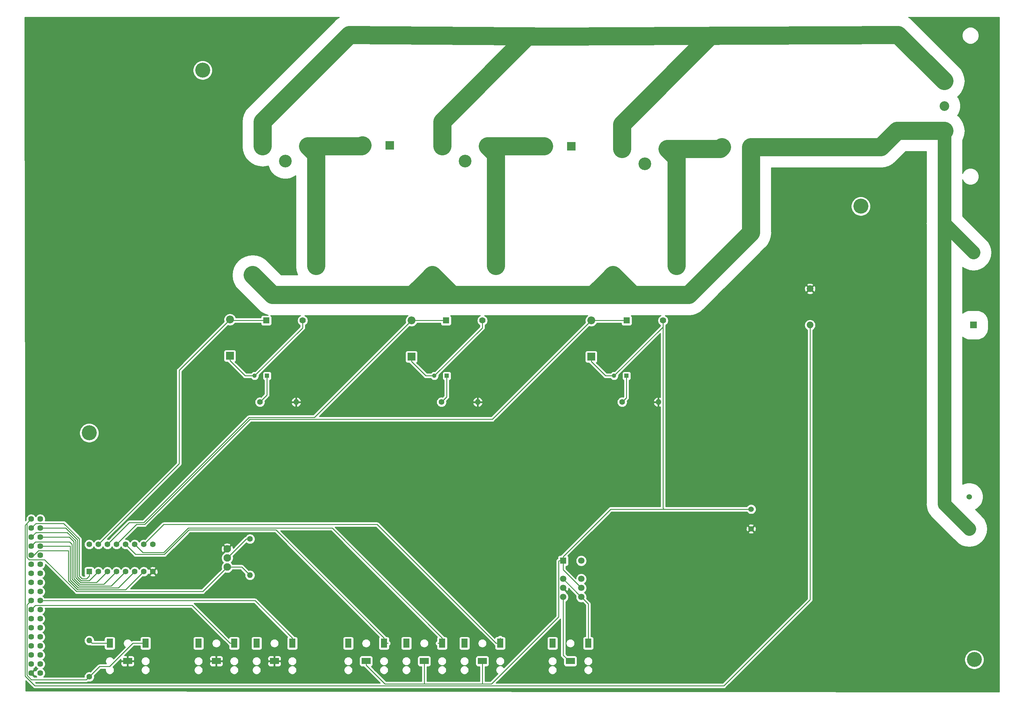
<source format=gtl>
G04 #@! TF.GenerationSoftware,KiCad,Pcbnew,5.1.5-52549c5~84~ubuntu18.04.1*
G04 #@! TF.CreationDate,2020-02-09T17:31:39-05:00*
G04 #@! TF.ProjectId,cropdroid-reservoir,63726f70-6472-46f6-9964-2d7265736572,0.3a*
G04 #@! TF.SameCoordinates,Original*
G04 #@! TF.FileFunction,Copper,L1,Top*
G04 #@! TF.FilePolarity,Positive*
%FSLAX46Y46*%
G04 Gerber Fmt 4.6, Leading zero omitted, Abs format (unit mm)*
G04 Created by KiCad (PCBNEW 5.1.5-52549c5~84~ubuntu18.04.1) date 2020-02-09 17:31:39*
%MOMM*%
%LPD*%
G04 APERTURE LIST*
%ADD10C,4.200000*%
%ADD11C,1.881000*%
%ADD12R,1.881000X1.881000*%
%ADD13C,1.620010*%
%ADD14C,1.524000*%
%ADD15R,2.700000X2.700000*%
%ADD16C,2.700000*%
%ADD17C,3.290000*%
%ADD18C,3.090000*%
%ADD19R,1.760000X1.760000*%
%ADD20C,1.760000*%
%ADD21O,1.600000X1.600000*%
%ADD22C,1.600000*%
%ADD23C,1.230000*%
%ADD24R,1.230000X1.230000*%
%ADD25C,2.400000*%
%ADD26R,2.400000X2.400000*%
%ADD27R,1.800000X1.800000*%
%ADD28C,1.800000*%
%ADD29R,1.600000X1.600000*%
%ADD30C,3.556000*%
%ADD31R,3.556000X3.556000*%
%ADD32C,2.100000*%
%ADD33O,2.200000X2.200000*%
%ADD34R,2.200000X2.200000*%
%ADD35R,2.500000X1.800000*%
%ADD36R,1.800000X2.500000*%
%ADD37C,0.254000*%
%ADD38C,5.080000*%
%ADD39C,3.810000*%
%ADD40C,2.794000*%
G04 APERTURE END LIST*
D10*
X247650000Y-63500000D03*
X31750000Y-127000000D03*
X279400000Y-190500000D03*
X63500000Y-25400000D03*
D11*
X233426000Y-86614000D03*
X233426000Y-96774000D03*
X279146000Y-76454000D03*
D12*
X279146000Y-96774000D03*
D13*
X18034000Y-194310000D03*
X15494000Y-194310000D03*
X18034000Y-191770000D03*
X15494000Y-191770000D03*
X18034000Y-189230000D03*
X15494000Y-189230000D03*
X18034000Y-186690000D03*
X15494000Y-186690000D03*
X18034000Y-184150000D03*
X15494000Y-184150000D03*
X18034000Y-181610000D03*
X15494000Y-181610000D03*
X18034000Y-179070000D03*
X15494000Y-179070000D03*
X18034000Y-176530000D03*
X15494000Y-176530000D03*
X18034000Y-173990000D03*
X15494000Y-173990000D03*
X18034000Y-171450000D03*
X15494000Y-171450000D03*
X18034000Y-168910000D03*
X15494000Y-168910000D03*
X18034000Y-166370000D03*
X15494000Y-166370000D03*
X18034000Y-163830000D03*
X15494000Y-163830000D03*
X18034000Y-161290000D03*
X15494000Y-161290000D03*
X18034000Y-158750000D03*
X15494000Y-158750000D03*
X18034000Y-156210000D03*
X15494000Y-156210000D03*
X18034000Y-153670000D03*
X15494000Y-153670000D03*
X18034000Y-151130000D03*
X15494000Y-151130000D03*
D14*
X216940000Y-148380000D03*
X216940000Y-153880000D03*
X277940000Y-144880000D03*
X277940000Y-153880000D03*
D15*
X271018000Y-42418000D03*
D16*
X271018000Y-35418000D03*
X271018000Y-28418000D03*
D17*
X196088000Y-80264000D03*
D18*
X178308000Y-82804000D03*
D19*
X182118000Y-95504000D03*
D20*
X192278000Y-95504000D03*
D21*
X140462000Y-118364000D03*
D22*
X130302000Y-118364000D03*
D23*
X78006000Y-110998000D03*
D24*
X81506000Y-110998000D03*
D21*
X191008000Y-118364000D03*
D22*
X180848000Y-118364000D03*
D21*
X89662000Y-118364000D03*
D22*
X79502000Y-118364000D03*
D25*
X209296000Y-46990000D03*
D26*
X216916000Y-46990000D03*
D25*
X159004000Y-46736000D03*
D26*
X166624000Y-46736000D03*
D23*
X178590000Y-110998000D03*
D24*
X182090000Y-110998000D03*
D23*
X128298000Y-110998000D03*
D24*
X131798000Y-110998000D03*
D27*
X164338000Y-162814000D03*
D28*
X164338000Y-167894000D03*
X164338000Y-170434000D03*
X164338000Y-172974000D03*
X169418000Y-172974000D03*
X169418000Y-170434000D03*
X169418000Y-167894000D03*
X169418000Y-162814000D03*
D21*
X76708000Y-166878000D03*
D22*
X76708000Y-156718000D03*
D21*
X31750000Y-185166000D03*
D22*
X31750000Y-195326000D03*
X49530000Y-158242000D03*
X49530000Y-165862000D03*
X31750000Y-158242000D03*
X34290000Y-158242000D03*
X36830000Y-158242000D03*
X39370000Y-158242000D03*
X41910000Y-158242000D03*
X44450000Y-158242000D03*
X46990000Y-158242000D03*
X46990000Y-165862000D03*
X44450000Y-165862000D03*
X41910000Y-165862000D03*
X39370000Y-165862000D03*
X36830000Y-165862000D03*
X34290000Y-165862000D03*
D29*
X31750000Y-165862000D03*
D17*
X145542000Y-80264000D03*
D18*
X127762000Y-82804000D03*
D19*
X131572000Y-95504000D03*
D20*
X141732000Y-95504000D03*
D17*
X95250000Y-80264000D03*
D18*
X77470000Y-82804000D03*
D19*
X81280000Y-95504000D03*
D20*
X91440000Y-95504000D03*
D30*
X187198000Y-51640000D03*
X193548000Y-47450000D03*
D31*
X180848000Y-47450000D03*
D30*
X136906000Y-50878000D03*
X143256000Y-46688000D03*
D31*
X130556000Y-46688000D03*
D30*
X86614000Y-50878000D03*
X92964000Y-46688000D03*
D31*
X80264000Y-46688000D03*
D25*
X108204000Y-46482000D03*
D26*
X115824000Y-46482000D03*
D32*
X70358000Y-159512000D03*
X70358000Y-162052000D03*
X70358000Y-164592000D03*
D33*
X172212000Y-95504000D03*
D34*
X172212000Y-105664000D03*
D33*
X121920000Y-95504000D03*
D34*
X121920000Y-105664000D03*
D33*
X71120000Y-95250000D03*
D34*
X71120000Y-105410000D03*
D35*
X166370000Y-190928000D03*
D36*
X171370000Y-185928000D03*
X161370000Y-185928000D03*
D35*
X141732000Y-190928000D03*
D36*
X146732000Y-185928000D03*
X136732000Y-185928000D03*
D35*
X125476000Y-190928000D03*
D36*
X130476000Y-185928000D03*
X120476000Y-185928000D03*
D35*
X83566000Y-190928000D03*
D36*
X88566000Y-185928000D03*
X78566000Y-185928000D03*
D35*
X109220000Y-190928000D03*
D36*
X114220000Y-185928000D03*
X104220000Y-185928000D03*
D35*
X67310000Y-190928000D03*
D36*
X72310000Y-185928000D03*
X62310000Y-185928000D03*
D35*
X42498000Y-190928000D03*
D36*
X47498000Y-185928000D03*
X37498000Y-185928000D03*
D37*
X32512000Y-185928000D02*
X31750000Y-185166000D01*
X37498000Y-185928000D02*
X32512000Y-185928000D01*
X14302994Y-152321006D02*
X14683996Y-151940004D01*
X14922316Y-162481006D02*
X14302994Y-161861684D01*
X19275968Y-162481006D02*
X14922316Y-162481006D01*
X14302994Y-161861684D02*
X14302994Y-152321006D01*
X28245031Y-171450069D02*
X19275968Y-162481006D01*
X63499931Y-171450069D02*
X28245031Y-171450069D01*
X70358000Y-164592000D02*
X63499931Y-171450069D01*
X74422000Y-164592000D02*
X76708000Y-166878000D01*
X70358000Y-164592000D02*
X74422000Y-164592000D01*
X233426000Y-96774000D02*
X233426000Y-173736000D01*
X14683996Y-151940004D02*
X15494000Y-151130000D01*
X16568886Y-197866010D02*
X13794984Y-195092108D01*
X13794984Y-152829016D02*
X14683996Y-151940004D01*
X13794984Y-195092108D02*
X13794984Y-152829016D01*
X209295990Y-197866010D02*
X16568886Y-197866010D01*
X233426000Y-173736000D02*
X209295990Y-197866010D01*
X32549999Y-194526001D02*
X31750000Y-195326000D01*
X34629001Y-192446999D02*
X32549999Y-194526001D01*
X43949882Y-185928000D02*
X37430883Y-192446999D01*
X37430883Y-192446999D02*
X34629001Y-192446999D01*
X47498000Y-185928000D02*
X43949882Y-185928000D01*
X14683996Y-174800004D02*
X15494000Y-173990000D01*
X14302994Y-194881684D02*
X14302994Y-175181006D01*
X15547309Y-196125999D02*
X14302994Y-194881684D01*
X14302994Y-175181006D02*
X14683996Y-174800004D01*
X30950001Y-196125999D02*
X15547309Y-196125999D01*
X31750000Y-195326000D02*
X30950001Y-196125999D01*
X16304004Y-175719996D02*
X15494000Y-176530000D01*
X71156000Y-185928000D02*
X60566994Y-175338994D01*
X16685006Y-175338994D02*
X16304004Y-175719996D01*
X60566994Y-175338994D02*
X16685006Y-175338994D01*
X72310000Y-185928000D02*
X71156000Y-185928000D01*
X114220000Y-185928000D02*
X115374000Y-185928000D01*
X114220000Y-184424000D02*
X83974000Y-154178000D01*
X114220000Y-185928000D02*
X114220000Y-184424000D01*
X59646434Y-154178000D02*
X52788425Y-161036009D01*
X83974000Y-154178000D02*
X59646434Y-154178000D01*
X44704009Y-161036009D02*
X41910000Y-158242000D01*
X52788425Y-161036009D02*
X44704009Y-161036009D01*
X19179520Y-173990000D02*
X18034000Y-173990000D01*
X78132000Y-173990000D02*
X19179520Y-173990000D01*
X88566000Y-184424000D02*
X78132000Y-173990000D01*
X88566000Y-185928000D02*
X88566000Y-184424000D01*
X130476000Y-185928000D02*
X129322000Y-185928000D01*
X130476000Y-184424000D02*
X99722000Y-153670000D01*
X130476000Y-185928000D02*
X130476000Y-184424000D01*
X99722000Y-153670000D02*
X59436000Y-153670000D01*
X59436000Y-153670000D02*
X52578000Y-160528000D01*
X46736000Y-160528000D02*
X44450000Y-158242000D01*
X52578000Y-160528000D02*
X46736000Y-160528000D01*
D38*
X107998000Y-46688000D02*
X108204000Y-46482000D01*
X92964000Y-46688000D02*
X107998000Y-46688000D01*
X95250000Y-48974000D02*
X92964000Y-46688000D01*
X95250000Y-80264000D02*
X95250000Y-48974000D01*
D37*
X75354000Y-110998000D02*
X77136259Y-110998000D01*
X77136259Y-110998000D02*
X78006000Y-110998000D01*
X71120000Y-106764000D02*
X75354000Y-110998000D01*
X71120000Y-105410000D02*
X71120000Y-106764000D01*
X91440000Y-97564000D02*
X78006000Y-110998000D01*
X125900000Y-110998000D02*
X127428259Y-110998000D01*
X127428259Y-110998000D02*
X128298000Y-110998000D01*
X121920000Y-107018000D02*
X125900000Y-110998000D01*
X121920000Y-105664000D02*
X121920000Y-107018000D01*
X141732000Y-97564000D02*
X128298000Y-110998000D01*
X141732000Y-95504000D02*
X141732000Y-97564000D01*
X177720259Y-110998000D02*
X178590000Y-110998000D01*
X172212000Y-107018000D02*
X176192000Y-110998000D01*
X176192000Y-110998000D02*
X177720259Y-110998000D01*
X172212000Y-105664000D02*
X172212000Y-107018000D01*
X192278000Y-97310000D02*
X178590000Y-110998000D01*
X192278000Y-95504000D02*
X192278000Y-97310000D01*
X91440000Y-95504000D02*
X91440000Y-97564000D01*
X109220000Y-192082000D02*
X109220000Y-190928000D01*
X114496000Y-197358000D02*
X109220000Y-192082000D01*
X125476000Y-190928000D02*
X125476000Y-197358000D01*
X141732000Y-190928000D02*
X141732000Y-197358000D01*
X141732000Y-197358000D02*
X125476000Y-197358000D01*
X125476000Y-197358000D02*
X114808000Y-197358000D01*
X114808000Y-197358000D02*
X114496000Y-197358000D01*
X192278000Y-95504000D02*
X192278000Y-96774000D01*
X164338000Y-165354000D02*
X169418000Y-170434000D01*
X164338000Y-162814000D02*
X164338000Y-165354000D01*
X163056999Y-162941001D02*
X163184000Y-162814000D01*
X163056999Y-178554883D02*
X163056999Y-162941001D01*
X163184000Y-162814000D02*
X164338000Y-162814000D01*
X144253882Y-197358000D02*
X163056999Y-178554883D01*
X141732000Y-197358000D02*
X144253882Y-197358000D01*
X192278000Y-95504000D02*
X192278000Y-148082000D01*
X192576000Y-148380000D02*
X216940000Y-148380000D01*
X192278000Y-148082000D02*
X192576000Y-148380000D01*
X215862370Y-148380000D02*
X216940000Y-148380000D01*
X177618000Y-148380000D02*
X215862370Y-148380000D01*
X164338000Y-161660000D02*
X177618000Y-148380000D01*
X164338000Y-162814000D02*
X164338000Y-161660000D01*
X80146000Y-95504000D02*
X71628000Y-95504000D01*
X81280000Y-95504000D02*
X80146000Y-95504000D01*
X34290000Y-158242000D02*
X56896000Y-135636000D01*
X56896000Y-109474000D02*
X71120000Y-95250000D01*
X56896000Y-135636000D02*
X56896000Y-109474000D01*
X130438000Y-95504000D02*
X121920000Y-95504000D01*
X131572000Y-95504000D02*
X130438000Y-95504000D01*
X42926010Y-152145990D02*
X46990010Y-152145990D01*
X36830000Y-158242000D02*
X42926010Y-152145990D01*
X46990010Y-152145990D02*
X76454000Y-122682000D01*
X94742000Y-122682000D02*
X121920000Y-95504000D01*
X76454000Y-122682000D02*
X94742000Y-122682000D01*
X75692000Y-156718000D02*
X76708000Y-156718000D01*
X70358000Y-162052000D02*
X75692000Y-156718000D01*
X146732000Y-185928000D02*
X146732000Y-184424000D01*
X145578000Y-185928000D02*
X112304000Y-152654000D01*
X146732000Y-185928000D02*
X145578000Y-185928000D01*
X52578000Y-152654000D02*
X46990000Y-158242000D01*
X112304000Y-152654000D02*
X52578000Y-152654000D01*
X166020000Y-190928000D02*
X164338000Y-189246000D01*
X164338000Y-174246792D02*
X164338000Y-172974000D01*
X164338000Y-189246000D02*
X164338000Y-174246792D01*
X166370000Y-190928000D02*
X166020000Y-190928000D01*
X171370000Y-185928000D02*
X171370000Y-184424000D01*
X171370000Y-174926000D02*
X169418000Y-172974000D01*
X171370000Y-185928000D02*
X171370000Y-174926000D01*
X168518001Y-172074001D02*
X164338000Y-167894000D01*
X169418000Y-172974000D02*
X168518001Y-172074001D01*
D38*
X208327990Y-47450000D02*
X208787990Y-46990000D01*
X193548000Y-47450000D02*
X208327990Y-47450000D01*
X196088000Y-49990000D02*
X193548000Y-47450000D01*
X196088000Y-80264000D02*
X196088000Y-49990000D01*
D37*
X81506000Y-116360000D02*
X79502000Y-118364000D01*
X81506000Y-110998000D02*
X81506000Y-116360000D01*
X131798000Y-116868000D02*
X130302000Y-118364000D01*
X131798000Y-110998000D02*
X131798000Y-116868000D01*
X182118000Y-95504000D02*
X172212000Y-95504000D01*
X44958001Y-152653999D02*
X47244001Y-152653999D01*
X39370000Y-158242000D02*
X44958001Y-152653999D01*
X47244001Y-152653999D02*
X76708000Y-123190000D01*
X144525991Y-123190009D02*
X171112001Y-96603999D01*
X76708009Y-123190009D02*
X144525991Y-123190009D01*
X171112001Y-96603999D02*
X172212000Y-95504000D01*
X76708000Y-123190000D02*
X76708009Y-123190009D01*
X182090000Y-117122000D02*
X180848000Y-118364000D01*
X182090000Y-110998000D02*
X182090000Y-117122000D01*
X46190001Y-166661999D02*
X46990000Y-165862000D01*
X15494000Y-161290000D02*
X16271310Y-161290000D01*
X16271310Y-161290000D02*
X17541310Y-160020000D01*
X17541310Y-160020000D02*
X25907945Y-160020000D01*
X25907945Y-160020000D02*
X25907946Y-168394550D01*
X25907946Y-168394550D02*
X28455456Y-170942060D01*
X41909940Y-170942060D02*
X46190001Y-166661999D01*
X28455456Y-170942060D02*
X41909940Y-170942060D01*
X18034000Y-158750000D02*
X26415954Y-158750000D01*
X43650001Y-166661999D02*
X44450000Y-165862000D01*
X39877950Y-170434050D02*
X43650001Y-166661999D01*
X28665880Y-170434050D02*
X39877950Y-170434050D01*
X26415955Y-168184125D02*
X28665880Y-170434050D01*
X26415954Y-158750000D02*
X26415955Y-168184125D01*
X41110001Y-166661999D02*
X41910000Y-165862000D01*
X37845960Y-169926040D02*
X41110001Y-166661999D01*
X15494000Y-158750000D02*
X16685006Y-157558994D01*
X16685006Y-157558994D02*
X26240994Y-157558994D01*
X26240994Y-157558994D02*
X26923964Y-158241964D01*
X26923964Y-158241964D02*
X26923964Y-167973700D01*
X26923964Y-167973700D02*
X28876304Y-169926040D01*
X28876304Y-169926040D02*
X37845960Y-169926040D01*
X18034000Y-156210000D02*
X26205566Y-156210000D01*
X26205566Y-156210000D02*
X27431972Y-157436406D01*
X35813970Y-169418030D02*
X38570001Y-166661999D01*
X27431973Y-167763275D02*
X29086728Y-169418030D01*
X38570001Y-166661999D02*
X39370000Y-165862000D01*
X29086728Y-169418030D02*
X35813970Y-169418030D01*
X27431972Y-157436406D02*
X27431973Y-167763275D01*
X25575006Y-154861006D02*
X27939982Y-157225982D01*
X15494000Y-156210000D02*
X16842994Y-154861006D01*
X16842994Y-154861006D02*
X25575006Y-154861006D01*
X36030001Y-166661999D02*
X36830000Y-165862000D01*
X33781980Y-168910020D02*
X36030001Y-166661999D01*
X29297152Y-168910020D02*
X33781980Y-168910020D01*
X27939982Y-167552850D02*
X29297152Y-168910020D01*
X27939982Y-157225982D02*
X27939982Y-167552850D01*
X18034000Y-153670000D02*
X25189566Y-153670000D01*
X29507576Y-168402010D02*
X31749990Y-168402010D01*
X33490001Y-166661999D02*
X34290000Y-165862000D01*
X31749990Y-168402010D02*
X33490001Y-166661999D01*
X28447991Y-167342425D02*
X29507576Y-168402010D01*
X28447990Y-156928424D02*
X28447991Y-167342425D01*
X25189566Y-153670000D02*
X28447990Y-156928424D01*
X16842994Y-152321006D02*
X15494000Y-153670000D01*
X24559006Y-152321006D02*
X16842994Y-152321006D01*
X31750000Y-165862000D02*
X31750000Y-167132000D01*
X29718000Y-167894000D02*
X28956000Y-167132000D01*
X31750000Y-167132000D02*
X30988000Y-167894000D01*
X30988000Y-167894000D02*
X29718000Y-167894000D01*
X28956000Y-167132000D02*
X28956000Y-156718000D01*
X28956000Y-156718000D02*
X24559006Y-152321006D01*
D38*
X143304000Y-46736000D02*
X143256000Y-46688000D01*
X159004000Y-46736000D02*
X143304000Y-46736000D01*
X145542000Y-48974000D02*
X143256000Y-46688000D01*
X145542000Y-80264000D02*
X145542000Y-48974000D01*
X126217001Y-84348999D02*
X127762000Y-82804000D01*
X83058010Y-88392010D02*
X122173990Y-88392010D01*
X122173990Y-88392010D02*
X126217001Y-84348999D01*
X77470000Y-82804000D02*
X83058010Y-88392010D01*
X176763001Y-84348999D02*
X178308000Y-82804000D01*
X172719990Y-88392010D02*
X176763001Y-84348999D01*
X133350010Y-88392010D02*
X172719990Y-88392010D01*
X127762000Y-82804000D02*
X133350010Y-88392010D01*
X216916000Y-53270000D02*
X216916000Y-46990000D01*
X216916000Y-70930741D02*
X216916000Y-53270000D01*
X199454731Y-88392010D02*
X216916000Y-70930741D01*
X183896010Y-88392010D02*
X199454731Y-88392010D01*
X178308000Y-82804000D02*
X183896010Y-88392010D01*
X182371990Y-88392010D02*
X83058010Y-88392010D01*
X183896010Y-88392010D02*
X182371990Y-88392010D01*
X216916000Y-46990000D02*
X253238000Y-46990000D01*
X253238000Y-46990000D02*
X257810000Y-42418000D01*
X257810000Y-42418000D02*
X261620000Y-42418000D01*
X271018000Y-42418000D02*
X257810000Y-42418000D01*
D39*
X271018000Y-68326000D02*
X271018000Y-42418000D01*
X279146000Y-76454000D02*
X271018000Y-68326000D01*
X271018000Y-146958000D02*
X271018000Y-42418000D01*
X277940000Y-153880000D02*
X271018000Y-146958000D01*
D40*
X130556000Y-46688000D02*
X130556000Y-46482000D01*
D38*
X271018000Y-28418000D02*
X269668001Y-27068001D01*
X80264000Y-39830000D02*
X104574990Y-15519010D01*
X80264000Y-46688000D02*
X80264000Y-39830000D01*
X258119010Y-15519010D02*
X271018000Y-28418000D01*
X154384000Y-16002000D02*
X162306000Y-16002000D01*
X130556000Y-46688000D02*
X130556000Y-39830000D01*
X130556000Y-39830000D02*
X154384000Y-16002000D01*
X104574990Y-15519010D02*
X162306000Y-16002000D01*
X205714455Y-15725545D02*
X217147545Y-15725545D01*
X162306000Y-16002000D02*
X217147545Y-15725545D01*
X217147545Y-15725545D02*
X258119010Y-15519010D01*
X180848000Y-40592000D02*
X205714455Y-15725545D01*
X180848000Y-47450000D02*
X180848000Y-40592000D01*
D37*
G36*
X286360001Y-199491388D02*
G01*
X13994118Y-199238612D01*
X13990277Y-196365031D01*
X16003607Y-198378362D01*
X16027464Y-198407432D01*
X16056534Y-198431289D01*
X16143493Y-198502655D01*
X16214250Y-198540475D01*
X16275871Y-198573412D01*
X16419508Y-198616984D01*
X16531460Y-198628010D01*
X16531463Y-198628010D01*
X16568886Y-198631696D01*
X16606309Y-198628010D01*
X209258567Y-198628010D01*
X209295990Y-198631696D01*
X209333413Y-198628010D01*
X209333416Y-198628010D01*
X209445368Y-198616984D01*
X209589005Y-198573412D01*
X209721382Y-198502655D01*
X209837412Y-198407432D01*
X209861274Y-198378356D01*
X218009004Y-190230626D01*
X276665000Y-190230626D01*
X276665000Y-190769374D01*
X276770105Y-191297770D01*
X276976275Y-191795508D01*
X277275587Y-192243461D01*
X277656539Y-192624413D01*
X278104492Y-192923725D01*
X278602230Y-193129895D01*
X279130626Y-193235000D01*
X279669374Y-193235000D01*
X280197770Y-193129895D01*
X280695508Y-192923725D01*
X281143461Y-192624413D01*
X281524413Y-192243461D01*
X281823725Y-191795508D01*
X282029895Y-191297770D01*
X282135000Y-190769374D01*
X282135000Y-190230626D01*
X282029895Y-189702230D01*
X281823725Y-189204492D01*
X281524413Y-188756539D01*
X281143461Y-188375587D01*
X280695508Y-188076275D01*
X280197770Y-187870105D01*
X279669374Y-187765000D01*
X279130626Y-187765000D01*
X278602230Y-187870105D01*
X278104492Y-188076275D01*
X277656539Y-188375587D01*
X277275587Y-188756539D01*
X276976275Y-189204492D01*
X276770105Y-189702230D01*
X276665000Y-190230626D01*
X218009004Y-190230626D01*
X233938352Y-174301279D01*
X233967422Y-174277422D01*
X234062645Y-174161392D01*
X234124264Y-174046111D01*
X234133401Y-174029017D01*
X234156611Y-173952505D01*
X234176974Y-173885378D01*
X234188000Y-173773426D01*
X234188000Y-173773424D01*
X234191686Y-173736001D01*
X234188000Y-173698578D01*
X234188000Y-98159686D01*
X234430323Y-97997771D01*
X234649771Y-97778323D01*
X234822190Y-97520279D01*
X234940954Y-97233556D01*
X235001500Y-96929173D01*
X235001500Y-96618827D01*
X234940954Y-96314444D01*
X234822190Y-96027721D01*
X234649771Y-95769677D01*
X234430323Y-95550229D01*
X234172279Y-95377810D01*
X233885556Y-95259046D01*
X233581173Y-95198500D01*
X233270827Y-95198500D01*
X232966444Y-95259046D01*
X232679721Y-95377810D01*
X232421677Y-95550229D01*
X232202229Y-95769677D01*
X232029810Y-96027721D01*
X231911046Y-96314444D01*
X231850500Y-96618827D01*
X231850500Y-96929173D01*
X231911046Y-97233556D01*
X232029810Y-97520279D01*
X232202229Y-97778323D01*
X232421677Y-97997771D01*
X232664000Y-98159686D01*
X232664001Y-173420368D01*
X208980360Y-197104010D01*
X145585502Y-197104010D01*
X149383149Y-193306363D01*
X160135000Y-193306363D01*
X160135000Y-193549637D01*
X160182460Y-193788236D01*
X160275557Y-194012992D01*
X160410713Y-194215267D01*
X160582733Y-194387287D01*
X160785008Y-194522443D01*
X161009764Y-194615540D01*
X161248363Y-194663000D01*
X161491637Y-194663000D01*
X161730236Y-194615540D01*
X161954992Y-194522443D01*
X162157267Y-194387287D01*
X162329287Y-194215267D01*
X162464443Y-194012992D01*
X162557540Y-193788236D01*
X162605000Y-193549637D01*
X162605000Y-193306363D01*
X170135000Y-193306363D01*
X170135000Y-193549637D01*
X170182460Y-193788236D01*
X170275557Y-194012992D01*
X170410713Y-194215267D01*
X170582733Y-194387287D01*
X170785008Y-194522443D01*
X171009764Y-194615540D01*
X171248363Y-194663000D01*
X171491637Y-194663000D01*
X171730236Y-194615540D01*
X171954992Y-194522443D01*
X172157267Y-194387287D01*
X172329287Y-194215267D01*
X172464443Y-194012992D01*
X172557540Y-193788236D01*
X172605000Y-193549637D01*
X172605000Y-193306363D01*
X172557540Y-193067764D01*
X172464443Y-192843008D01*
X172329287Y-192640733D01*
X172157267Y-192468713D01*
X171954992Y-192333557D01*
X171730236Y-192240460D01*
X171491637Y-192193000D01*
X171248363Y-192193000D01*
X171009764Y-192240460D01*
X170785008Y-192333557D01*
X170582733Y-192468713D01*
X170410713Y-192640733D01*
X170275557Y-192843008D01*
X170182460Y-193067764D01*
X170135000Y-193306363D01*
X162605000Y-193306363D01*
X162557540Y-193067764D01*
X162464443Y-192843008D01*
X162329287Y-192640733D01*
X162157267Y-192468713D01*
X161954992Y-192333557D01*
X161730236Y-192240460D01*
X161491637Y-192193000D01*
X161248363Y-192193000D01*
X161009764Y-192240460D01*
X160785008Y-192333557D01*
X160582733Y-192468713D01*
X160410713Y-192640733D01*
X160275557Y-192843008D01*
X160182460Y-193067764D01*
X160135000Y-193306363D01*
X149383149Y-193306363D01*
X151883149Y-190806363D01*
X160135000Y-190806363D01*
X160135000Y-191049637D01*
X160182460Y-191288236D01*
X160275557Y-191512992D01*
X160410713Y-191715267D01*
X160582733Y-191887287D01*
X160785008Y-192022443D01*
X161009764Y-192115540D01*
X161248363Y-192163000D01*
X161491637Y-192163000D01*
X161730236Y-192115540D01*
X161954992Y-192022443D01*
X162157267Y-191887287D01*
X162329287Y-191715267D01*
X162464443Y-191512992D01*
X162557540Y-191288236D01*
X162605000Y-191049637D01*
X162605000Y-190806363D01*
X162557540Y-190567764D01*
X162464443Y-190343008D01*
X162329287Y-190140733D01*
X162157267Y-189968713D01*
X161954992Y-189833557D01*
X161730236Y-189740460D01*
X161491637Y-189693000D01*
X161248363Y-189693000D01*
X161009764Y-189740460D01*
X160785008Y-189833557D01*
X160582733Y-189968713D01*
X160410713Y-190140733D01*
X160275557Y-190343008D01*
X160182460Y-190567764D01*
X160135000Y-190806363D01*
X151883149Y-190806363D01*
X158011512Y-184678000D01*
X159831928Y-184678000D01*
X159831928Y-187178000D01*
X159844188Y-187302482D01*
X159880498Y-187422180D01*
X159939463Y-187532494D01*
X160018815Y-187629185D01*
X160115506Y-187708537D01*
X160225820Y-187767502D01*
X160345518Y-187803812D01*
X160470000Y-187816072D01*
X162270000Y-187816072D01*
X162394482Y-187803812D01*
X162514180Y-187767502D01*
X162624494Y-187708537D01*
X162721185Y-187629185D01*
X162800537Y-187532494D01*
X162859502Y-187422180D01*
X162895812Y-187302482D01*
X162908072Y-187178000D01*
X162908072Y-184678000D01*
X162895812Y-184553518D01*
X162859502Y-184433820D01*
X162800537Y-184323506D01*
X162721185Y-184226815D01*
X162624494Y-184147463D01*
X162514180Y-184088498D01*
X162394482Y-184052188D01*
X162270000Y-184039928D01*
X160470000Y-184039928D01*
X160345518Y-184052188D01*
X160225820Y-184088498D01*
X160115506Y-184147463D01*
X160018815Y-184226815D01*
X159939463Y-184323506D01*
X159880498Y-184433820D01*
X159844188Y-184553518D01*
X159831928Y-184678000D01*
X158011512Y-184678000D01*
X163569352Y-179120161D01*
X163576001Y-179114705D01*
X163576000Y-189208577D01*
X163572314Y-189246000D01*
X163576000Y-189283423D01*
X163576000Y-189283425D01*
X163587026Y-189395377D01*
X163630598Y-189539014D01*
X163630599Y-189539015D01*
X163701355Y-189671392D01*
X163740983Y-189719678D01*
X163796578Y-189787422D01*
X163825654Y-189811284D01*
X164481928Y-190467558D01*
X164481928Y-191828000D01*
X164494188Y-191952482D01*
X164530498Y-192072180D01*
X164589463Y-192182494D01*
X164668815Y-192279185D01*
X164765506Y-192358537D01*
X164875820Y-192417502D01*
X164995518Y-192453812D01*
X165120000Y-192466072D01*
X167620000Y-192466072D01*
X167744482Y-192453812D01*
X167864180Y-192417502D01*
X167974494Y-192358537D01*
X168071185Y-192279185D01*
X168150537Y-192182494D01*
X168209502Y-192072180D01*
X168245812Y-191952482D01*
X168258072Y-191828000D01*
X168258072Y-190806363D01*
X170135000Y-190806363D01*
X170135000Y-191049637D01*
X170182460Y-191288236D01*
X170275557Y-191512992D01*
X170410713Y-191715267D01*
X170582733Y-191887287D01*
X170785008Y-192022443D01*
X171009764Y-192115540D01*
X171248363Y-192163000D01*
X171491637Y-192163000D01*
X171730236Y-192115540D01*
X171954992Y-192022443D01*
X172157267Y-191887287D01*
X172329287Y-191715267D01*
X172464443Y-191512992D01*
X172557540Y-191288236D01*
X172605000Y-191049637D01*
X172605000Y-190806363D01*
X172557540Y-190567764D01*
X172464443Y-190343008D01*
X172329287Y-190140733D01*
X172157267Y-189968713D01*
X171954992Y-189833557D01*
X171730236Y-189740460D01*
X171491637Y-189693000D01*
X171248363Y-189693000D01*
X171009764Y-189740460D01*
X170785008Y-189833557D01*
X170582733Y-189968713D01*
X170410713Y-190140733D01*
X170275557Y-190343008D01*
X170182460Y-190567764D01*
X170135000Y-190806363D01*
X168258072Y-190806363D01*
X168258072Y-190028000D01*
X168245812Y-189903518D01*
X168209502Y-189783820D01*
X168150537Y-189673506D01*
X168071185Y-189576815D01*
X167974494Y-189497463D01*
X167864180Y-189438498D01*
X167744482Y-189402188D01*
X167620000Y-189389928D01*
X165559558Y-189389928D01*
X165100000Y-188930370D01*
X165100000Y-185806363D01*
X165135000Y-185806363D01*
X165135000Y-186049637D01*
X165182460Y-186288236D01*
X165275557Y-186512992D01*
X165410713Y-186715267D01*
X165582733Y-186887287D01*
X165785008Y-187022443D01*
X166009764Y-187115540D01*
X166248363Y-187163000D01*
X166491637Y-187163000D01*
X166730236Y-187115540D01*
X166954992Y-187022443D01*
X167157267Y-186887287D01*
X167329287Y-186715267D01*
X167464443Y-186512992D01*
X167557540Y-186288236D01*
X167605000Y-186049637D01*
X167605000Y-185806363D01*
X167557540Y-185567764D01*
X167464443Y-185343008D01*
X167329287Y-185140733D01*
X167157267Y-184968713D01*
X166954992Y-184833557D01*
X166730236Y-184740460D01*
X166491637Y-184693000D01*
X166248363Y-184693000D01*
X166009764Y-184740460D01*
X165785008Y-184833557D01*
X165582733Y-184968713D01*
X165410713Y-185140733D01*
X165275557Y-185343008D01*
X165182460Y-185567764D01*
X165135000Y-185806363D01*
X165100000Y-185806363D01*
X165100000Y-174310976D01*
X165316505Y-174166312D01*
X165530312Y-173952505D01*
X165698299Y-173701095D01*
X165814011Y-173421743D01*
X165873000Y-173125184D01*
X165873000Y-172822816D01*
X165814011Y-172526257D01*
X165698299Y-172246905D01*
X165530312Y-171995495D01*
X165316505Y-171781688D01*
X165162895Y-171679049D01*
X165222475Y-171498080D01*
X164338000Y-170613605D01*
X164323858Y-170627748D01*
X164144253Y-170448143D01*
X164158395Y-170434000D01*
X164144253Y-170419858D01*
X164323858Y-170240253D01*
X164338000Y-170254395D01*
X164352143Y-170240253D01*
X164531748Y-170419858D01*
X164517605Y-170434000D01*
X165402080Y-171318475D01*
X165656261Y-171234792D01*
X165787158Y-170962225D01*
X165862365Y-170669358D01*
X165871414Y-170505044D01*
X167933799Y-172567430D01*
X167883000Y-172822816D01*
X167883000Y-173125184D01*
X167941989Y-173421743D01*
X168057701Y-173701095D01*
X168225688Y-173952505D01*
X168439495Y-174166312D01*
X168690905Y-174334299D01*
X168970257Y-174450011D01*
X169266816Y-174509000D01*
X169569184Y-174509000D01*
X169824570Y-174458201D01*
X170608001Y-175241632D01*
X170608000Y-184039928D01*
X170470000Y-184039928D01*
X170345518Y-184052188D01*
X170225820Y-184088498D01*
X170115506Y-184147463D01*
X170018815Y-184226815D01*
X169939463Y-184323506D01*
X169880498Y-184433820D01*
X169844188Y-184553518D01*
X169831928Y-184678000D01*
X169831928Y-187178000D01*
X169844188Y-187302482D01*
X169880498Y-187422180D01*
X169939463Y-187532494D01*
X170018815Y-187629185D01*
X170115506Y-187708537D01*
X170225820Y-187767502D01*
X170345518Y-187803812D01*
X170470000Y-187816072D01*
X172270000Y-187816072D01*
X172394482Y-187803812D01*
X172514180Y-187767502D01*
X172624494Y-187708537D01*
X172721185Y-187629185D01*
X172800537Y-187532494D01*
X172859502Y-187422180D01*
X172895812Y-187302482D01*
X172908072Y-187178000D01*
X172908072Y-184678000D01*
X172895812Y-184553518D01*
X172859502Y-184433820D01*
X172800537Y-184323506D01*
X172721185Y-184226815D01*
X172624494Y-184147463D01*
X172514180Y-184088498D01*
X172394482Y-184052188D01*
X172270000Y-184039928D01*
X172132000Y-184039928D01*
X172132000Y-174963423D01*
X172135686Y-174926000D01*
X172132000Y-174888574D01*
X172120974Y-174776622D01*
X172077402Y-174632985D01*
X172044465Y-174571364D01*
X172006645Y-174500607D01*
X171935279Y-174413648D01*
X171911422Y-174384578D01*
X171882352Y-174360721D01*
X170902201Y-173380570D01*
X170953000Y-173125184D01*
X170953000Y-172822816D01*
X170894011Y-172526257D01*
X170778299Y-172246905D01*
X170610312Y-171995495D01*
X170396505Y-171781688D01*
X170280237Y-171704000D01*
X170396505Y-171626312D01*
X170610312Y-171412505D01*
X170778299Y-171161095D01*
X170894011Y-170881743D01*
X170953000Y-170585184D01*
X170953000Y-170282816D01*
X170894011Y-169986257D01*
X170778299Y-169706905D01*
X170610312Y-169455495D01*
X170396505Y-169241688D01*
X170280237Y-169164000D01*
X170396505Y-169086312D01*
X170610312Y-168872505D01*
X170778299Y-168621095D01*
X170894011Y-168341743D01*
X170953000Y-168045184D01*
X170953000Y-167742816D01*
X170894011Y-167446257D01*
X170778299Y-167166905D01*
X170610312Y-166915495D01*
X170396505Y-166701688D01*
X170145095Y-166533701D01*
X169865743Y-166417989D01*
X169569184Y-166359000D01*
X169266816Y-166359000D01*
X168970257Y-166417989D01*
X168690905Y-166533701D01*
X168439495Y-166701688D01*
X168225688Y-166915495D01*
X168057701Y-167166905D01*
X167941989Y-167446257D01*
X167883000Y-167742816D01*
X167883000Y-167821369D01*
X165100000Y-165038370D01*
X165100000Y-164352072D01*
X165238000Y-164352072D01*
X165362482Y-164339812D01*
X165482180Y-164303502D01*
X165592494Y-164244537D01*
X165689185Y-164165185D01*
X165768537Y-164068494D01*
X165827502Y-163958180D01*
X165863812Y-163838482D01*
X165876072Y-163714000D01*
X165876072Y-162662816D01*
X167883000Y-162662816D01*
X167883000Y-162965184D01*
X167941989Y-163261743D01*
X168057701Y-163541095D01*
X168225688Y-163792505D01*
X168439495Y-164006312D01*
X168690905Y-164174299D01*
X168970257Y-164290011D01*
X169266816Y-164349000D01*
X169569184Y-164349000D01*
X169865743Y-164290011D01*
X170145095Y-164174299D01*
X170396505Y-164006312D01*
X170610312Y-163792505D01*
X170778299Y-163541095D01*
X170894011Y-163261743D01*
X170953000Y-162965184D01*
X170953000Y-162662816D01*
X170894011Y-162366257D01*
X170778299Y-162086905D01*
X170610312Y-161835495D01*
X170396505Y-161621688D01*
X170145095Y-161453701D01*
X169865743Y-161337989D01*
X169569184Y-161279000D01*
X169266816Y-161279000D01*
X168970257Y-161337989D01*
X168690905Y-161453701D01*
X168439495Y-161621688D01*
X168225688Y-161835495D01*
X168057701Y-162086905D01*
X167941989Y-162366257D01*
X167883000Y-162662816D01*
X165876072Y-162662816D01*
X165876072Y-161914000D01*
X165863812Y-161789518D01*
X165827502Y-161669820D01*
X165768537Y-161559506D01*
X165689185Y-161462815D01*
X165647239Y-161428391D01*
X172230065Y-154845565D01*
X216154040Y-154845565D01*
X216221020Y-155085656D01*
X216470048Y-155202756D01*
X216737135Y-155269023D01*
X217012017Y-155281910D01*
X217284133Y-155240922D01*
X217543023Y-155147636D01*
X217658980Y-155085656D01*
X217725960Y-154845565D01*
X216940000Y-154059605D01*
X216154040Y-154845565D01*
X172230065Y-154845565D01*
X173123613Y-153952017D01*
X215538090Y-153952017D01*
X215579078Y-154224133D01*
X215672364Y-154483023D01*
X215734344Y-154598980D01*
X215974435Y-154665960D01*
X216760395Y-153880000D01*
X217119605Y-153880000D01*
X217905565Y-154665960D01*
X218145656Y-154598980D01*
X218262756Y-154349952D01*
X218329023Y-154082865D01*
X218341910Y-153807983D01*
X218300922Y-153535867D01*
X218207636Y-153276977D01*
X218145656Y-153161020D01*
X217905565Y-153094040D01*
X217119605Y-153880000D01*
X216760395Y-153880000D01*
X215974435Y-153094040D01*
X215734344Y-153161020D01*
X215617244Y-153410048D01*
X215550977Y-153677135D01*
X215538090Y-153952017D01*
X173123613Y-153952017D01*
X174161195Y-152914435D01*
X216154040Y-152914435D01*
X216940000Y-153700395D01*
X217725960Y-152914435D01*
X217658980Y-152674344D01*
X217409952Y-152557244D01*
X217142865Y-152490977D01*
X216867983Y-152478090D01*
X216595867Y-152519078D01*
X216336977Y-152612364D01*
X216221020Y-152674344D01*
X216154040Y-152914435D01*
X174161195Y-152914435D01*
X177933631Y-149142000D01*
X192538577Y-149142000D01*
X192576000Y-149145686D01*
X192613423Y-149142000D01*
X215768995Y-149142000D01*
X215854880Y-149270535D01*
X216049465Y-149465120D01*
X216278273Y-149618005D01*
X216532510Y-149723314D01*
X216802408Y-149777000D01*
X217077592Y-149777000D01*
X217347490Y-149723314D01*
X217601727Y-149618005D01*
X217830535Y-149465120D01*
X218025120Y-149270535D01*
X218178005Y-149041727D01*
X218283314Y-148787490D01*
X218337000Y-148517592D01*
X218337000Y-148242408D01*
X218283314Y-147972510D01*
X218178005Y-147718273D01*
X218025120Y-147489465D01*
X217830535Y-147294880D01*
X217601727Y-147141995D01*
X217347490Y-147036686D01*
X217077592Y-146983000D01*
X216802408Y-146983000D01*
X216532510Y-147036686D01*
X216278273Y-147141995D01*
X216049465Y-147294880D01*
X215854880Y-147489465D01*
X215768995Y-147618000D01*
X193040000Y-147618000D01*
X193040000Y-97347424D01*
X193043686Y-97310001D01*
X193040000Y-97272578D01*
X193040000Y-96816922D01*
X193243756Y-96680777D01*
X193454777Y-96469756D01*
X193620575Y-96221621D01*
X193734779Y-95945909D01*
X193793000Y-95653214D01*
X193793000Y-95354786D01*
X193734779Y-95062091D01*
X193620575Y-94786379D01*
X193454777Y-94538244D01*
X193243756Y-94327223D01*
X192995621Y-94161425D01*
X192864252Y-94107010D01*
X199173982Y-94107010D01*
X199454731Y-94134661D01*
X199735480Y-94107010D01*
X199735488Y-94107010D01*
X200575067Y-94024319D01*
X201652349Y-93697529D01*
X202645178Y-93166851D01*
X203515399Y-92452678D01*
X203694372Y-92234599D01*
X208221996Y-87706975D01*
X232512630Y-87706975D01*
X232601207Y-87965294D01*
X232880680Y-88100239D01*
X233181109Y-88178068D01*
X233490949Y-88195791D01*
X233798293Y-88152727D01*
X234091330Y-88050529D01*
X234250793Y-87965294D01*
X234339370Y-87706975D01*
X233426000Y-86793605D01*
X232512630Y-87706975D01*
X208221996Y-87706975D01*
X209250022Y-86678949D01*
X231844209Y-86678949D01*
X231887273Y-86986293D01*
X231989471Y-87279330D01*
X232074706Y-87438793D01*
X232333025Y-87527370D01*
X233246395Y-86614000D01*
X233605605Y-86614000D01*
X234518975Y-87527370D01*
X234777294Y-87438793D01*
X234912239Y-87159320D01*
X234990068Y-86858891D01*
X235007791Y-86549051D01*
X234964727Y-86241707D01*
X234862529Y-85948670D01*
X234777294Y-85789207D01*
X234518975Y-85700630D01*
X233605605Y-86614000D01*
X233246395Y-86614000D01*
X232333025Y-85700630D01*
X232074706Y-85789207D01*
X231939761Y-86068680D01*
X231861932Y-86369109D01*
X231844209Y-86678949D01*
X209250022Y-86678949D01*
X210407946Y-85521025D01*
X232512630Y-85521025D01*
X233426000Y-86434395D01*
X234339370Y-85521025D01*
X234250793Y-85262706D01*
X233971320Y-85127761D01*
X233670891Y-85049932D01*
X233361051Y-85032209D01*
X233053707Y-85075273D01*
X232760670Y-85177471D01*
X232601207Y-85262706D01*
X232512630Y-85521025D01*
X210407946Y-85521025D01*
X220758599Y-75170373D01*
X220976667Y-74991409D01*
X221155633Y-74773339D01*
X221155640Y-74773332D01*
X221690840Y-74121189D01*
X221690841Y-74121188D01*
X222221519Y-73128359D01*
X222548309Y-72051077D01*
X222631000Y-71211498D01*
X222631000Y-71211488D01*
X222658651Y-70930742D01*
X222631000Y-70649996D01*
X222631000Y-63230626D01*
X244915000Y-63230626D01*
X244915000Y-63769374D01*
X245020105Y-64297770D01*
X245226275Y-64795508D01*
X245525587Y-65243461D01*
X245906539Y-65624413D01*
X246354492Y-65923725D01*
X246852230Y-66129895D01*
X247380626Y-66235000D01*
X247919374Y-66235000D01*
X248447770Y-66129895D01*
X248945508Y-65923725D01*
X249393461Y-65624413D01*
X249774413Y-65243461D01*
X250073725Y-64795508D01*
X250279895Y-64297770D01*
X250385000Y-63769374D01*
X250385000Y-63230626D01*
X250279895Y-62702230D01*
X250073725Y-62204492D01*
X249774413Y-61756539D01*
X249393461Y-61375587D01*
X248945508Y-61076275D01*
X248447770Y-60870105D01*
X247919374Y-60765000D01*
X247380626Y-60765000D01*
X246852230Y-60870105D01*
X246354492Y-61076275D01*
X245906539Y-61375587D01*
X245525587Y-61756539D01*
X245226275Y-62204492D01*
X245020105Y-62702230D01*
X244915000Y-63230626D01*
X222631000Y-63230626D01*
X222631000Y-52705000D01*
X252957251Y-52705000D01*
X253238000Y-52732651D01*
X253518749Y-52705000D01*
X253518757Y-52705000D01*
X254358336Y-52622309D01*
X255435618Y-52295519D01*
X256428447Y-51764841D01*
X257298668Y-51050668D01*
X257477641Y-50832589D01*
X260177231Y-48133000D01*
X265938001Y-48133000D01*
X265938000Y-68076455D01*
X265913422Y-68326000D01*
X265938000Y-68575545D01*
X265938000Y-68575554D01*
X265938001Y-68575562D01*
X265938000Y-146708455D01*
X265913422Y-146958000D01*
X265938000Y-147207545D01*
X265938000Y-147207554D01*
X266011504Y-147953853D01*
X266229660Y-148673016D01*
X266301984Y-148911437D01*
X266773698Y-149793952D01*
X267020185Y-150094297D01*
X267408518Y-150567482D01*
X267602360Y-150726564D01*
X274524359Y-157648564D01*
X275104047Y-158124302D01*
X275986562Y-158596015D01*
X276944145Y-158886495D01*
X277939999Y-158984578D01*
X278935853Y-158886495D01*
X279893437Y-158596015D01*
X280775951Y-158124302D01*
X281549482Y-157489482D01*
X282184302Y-156715951D01*
X282656015Y-155833437D01*
X282946495Y-154875853D01*
X283044578Y-153879999D01*
X282946495Y-152884145D01*
X282656015Y-151926562D01*
X282184302Y-151044047D01*
X281708564Y-150464359D01*
X279669288Y-148425083D01*
X279804869Y-148368924D01*
X280449691Y-147938067D01*
X280998067Y-147389691D01*
X281428924Y-146744869D01*
X281725703Y-146028380D01*
X281877000Y-145267761D01*
X281877000Y-144492239D01*
X281725703Y-143731620D01*
X281428924Y-143015131D01*
X280998067Y-142370309D01*
X280449691Y-141821933D01*
X279804869Y-141391076D01*
X279088380Y-141094297D01*
X278327761Y-140943000D01*
X277552239Y-140943000D01*
X276791620Y-141094297D01*
X276098000Y-141381603D01*
X276098000Y-100092238D01*
X276433030Y-100367189D01*
X276984601Y-100662010D01*
X277583091Y-100843560D01*
X278205500Y-100904862D01*
X280086500Y-100904862D01*
X280708909Y-100843560D01*
X281307399Y-100662010D01*
X281858970Y-100367189D01*
X282342427Y-99970427D01*
X282739189Y-99486970D01*
X283034010Y-98935399D01*
X283215560Y-98336909D01*
X283276862Y-97714500D01*
X283276862Y-95833500D01*
X283215560Y-95211091D01*
X283034010Y-94612601D01*
X282739189Y-94061030D01*
X282342427Y-93577573D01*
X281858970Y-93180811D01*
X281307399Y-92885990D01*
X280708909Y-92704440D01*
X280086500Y-92643138D01*
X278205500Y-92643138D01*
X277583091Y-92704440D01*
X276984601Y-92885990D01*
X276433030Y-93180811D01*
X276098000Y-93455762D01*
X276098000Y-80524279D01*
X276310047Y-80698302D01*
X277192562Y-81170016D01*
X278150146Y-81460495D01*
X279146000Y-81558578D01*
X280141853Y-81460495D01*
X281099437Y-81170016D01*
X281981952Y-80698302D01*
X282755482Y-80063482D01*
X283390302Y-79289952D01*
X283862016Y-78407437D01*
X284152495Y-77449853D01*
X284250578Y-76454000D01*
X284152495Y-75458146D01*
X283862016Y-74500562D01*
X283390302Y-73618047D01*
X282914564Y-73038359D01*
X276098000Y-66221796D01*
X276098000Y-56040752D01*
X276204440Y-56297721D01*
X276465450Y-56688349D01*
X276797651Y-57020550D01*
X277188279Y-57281560D01*
X277622321Y-57461346D01*
X278083098Y-57553000D01*
X278552902Y-57553000D01*
X279013679Y-57461346D01*
X279447721Y-57281560D01*
X279838349Y-57020550D01*
X280170550Y-56688349D01*
X280431560Y-56297721D01*
X280611346Y-55863679D01*
X280703000Y-55402902D01*
X280703000Y-54933098D01*
X280611346Y-54472321D01*
X280431560Y-54038279D01*
X280170550Y-53647651D01*
X279838349Y-53315450D01*
X279447721Y-53054440D01*
X279013679Y-52874654D01*
X278552902Y-52783000D01*
X278083098Y-52783000D01*
X277622321Y-52874654D01*
X277188279Y-53054440D01*
X276797651Y-53315450D01*
X276465450Y-53647651D01*
X276204440Y-54038279D01*
X276098000Y-54295248D01*
X276098000Y-45037534D01*
X276323519Y-44615618D01*
X276650309Y-43538336D01*
X276760652Y-42418000D01*
X276650309Y-41297664D01*
X276323519Y-40220382D01*
X275792841Y-39227553D01*
X275078668Y-38357332D01*
X274702467Y-38048591D01*
X275028003Y-37561391D01*
X275369107Y-36737894D01*
X275543000Y-35863674D01*
X275543000Y-34972326D01*
X275369107Y-34098106D01*
X275028003Y-33274609D01*
X274702467Y-32787409D01*
X275078668Y-32478668D01*
X275792841Y-31608446D01*
X276323519Y-30615618D01*
X276650309Y-29538336D01*
X276760652Y-28418000D01*
X276650309Y-27297664D01*
X276323519Y-26220382D01*
X275792841Y-25227553D01*
X275257640Y-24575410D01*
X266115328Y-15433098D01*
X275933000Y-15433098D01*
X275933000Y-15902902D01*
X276024654Y-16363679D01*
X276204440Y-16797721D01*
X276465450Y-17188349D01*
X276797651Y-17520550D01*
X277188279Y-17781560D01*
X277622321Y-17961346D01*
X278083098Y-18053000D01*
X278552902Y-18053000D01*
X279013679Y-17961346D01*
X279447721Y-17781560D01*
X279838349Y-17520550D01*
X280170550Y-17188349D01*
X280431560Y-16797721D01*
X280611346Y-16363679D01*
X280703000Y-15902902D01*
X280703000Y-15433098D01*
X280611346Y-14972321D01*
X280431560Y-14538279D01*
X280170550Y-14147651D01*
X279838349Y-13815450D01*
X279447721Y-13554440D01*
X279013679Y-13374654D01*
X278552902Y-13283000D01*
X278083098Y-13283000D01*
X277622321Y-13374654D01*
X277188279Y-13554440D01*
X276797651Y-13815450D01*
X276465450Y-14147651D01*
X276204440Y-14538279D01*
X276024654Y-14972321D01*
X275933000Y-15433098D01*
X266115328Y-15433098D01*
X262348439Y-11666209D01*
X262159157Y-11437925D01*
X261733433Y-11092118D01*
X261309456Y-10744169D01*
X261296635Y-10737316D01*
X261285347Y-10728147D01*
X260978278Y-10566000D01*
X286360000Y-10566000D01*
X286360001Y-199491388D01*
G37*
X286360001Y-199491388D02*
X13994118Y-199238612D01*
X13990277Y-196365031D01*
X16003607Y-198378362D01*
X16027464Y-198407432D01*
X16056534Y-198431289D01*
X16143493Y-198502655D01*
X16214250Y-198540475D01*
X16275871Y-198573412D01*
X16419508Y-198616984D01*
X16531460Y-198628010D01*
X16531463Y-198628010D01*
X16568886Y-198631696D01*
X16606309Y-198628010D01*
X209258567Y-198628010D01*
X209295990Y-198631696D01*
X209333413Y-198628010D01*
X209333416Y-198628010D01*
X209445368Y-198616984D01*
X209589005Y-198573412D01*
X209721382Y-198502655D01*
X209837412Y-198407432D01*
X209861274Y-198378356D01*
X218009004Y-190230626D01*
X276665000Y-190230626D01*
X276665000Y-190769374D01*
X276770105Y-191297770D01*
X276976275Y-191795508D01*
X277275587Y-192243461D01*
X277656539Y-192624413D01*
X278104492Y-192923725D01*
X278602230Y-193129895D01*
X279130626Y-193235000D01*
X279669374Y-193235000D01*
X280197770Y-193129895D01*
X280695508Y-192923725D01*
X281143461Y-192624413D01*
X281524413Y-192243461D01*
X281823725Y-191795508D01*
X282029895Y-191297770D01*
X282135000Y-190769374D01*
X282135000Y-190230626D01*
X282029895Y-189702230D01*
X281823725Y-189204492D01*
X281524413Y-188756539D01*
X281143461Y-188375587D01*
X280695508Y-188076275D01*
X280197770Y-187870105D01*
X279669374Y-187765000D01*
X279130626Y-187765000D01*
X278602230Y-187870105D01*
X278104492Y-188076275D01*
X277656539Y-188375587D01*
X277275587Y-188756539D01*
X276976275Y-189204492D01*
X276770105Y-189702230D01*
X276665000Y-190230626D01*
X218009004Y-190230626D01*
X233938352Y-174301279D01*
X233967422Y-174277422D01*
X234062645Y-174161392D01*
X234124264Y-174046111D01*
X234133401Y-174029017D01*
X234156611Y-173952505D01*
X234176974Y-173885378D01*
X234188000Y-173773426D01*
X234188000Y-173773424D01*
X234191686Y-173736001D01*
X234188000Y-173698578D01*
X234188000Y-98159686D01*
X234430323Y-97997771D01*
X234649771Y-97778323D01*
X234822190Y-97520279D01*
X234940954Y-97233556D01*
X235001500Y-96929173D01*
X235001500Y-96618827D01*
X234940954Y-96314444D01*
X234822190Y-96027721D01*
X234649771Y-95769677D01*
X234430323Y-95550229D01*
X234172279Y-95377810D01*
X233885556Y-95259046D01*
X233581173Y-95198500D01*
X233270827Y-95198500D01*
X232966444Y-95259046D01*
X232679721Y-95377810D01*
X232421677Y-95550229D01*
X232202229Y-95769677D01*
X232029810Y-96027721D01*
X231911046Y-96314444D01*
X231850500Y-96618827D01*
X231850500Y-96929173D01*
X231911046Y-97233556D01*
X232029810Y-97520279D01*
X232202229Y-97778323D01*
X232421677Y-97997771D01*
X232664000Y-98159686D01*
X232664001Y-173420368D01*
X208980360Y-197104010D01*
X145585502Y-197104010D01*
X149383149Y-193306363D01*
X160135000Y-193306363D01*
X160135000Y-193549637D01*
X160182460Y-193788236D01*
X160275557Y-194012992D01*
X160410713Y-194215267D01*
X160582733Y-194387287D01*
X160785008Y-194522443D01*
X161009764Y-194615540D01*
X161248363Y-194663000D01*
X161491637Y-194663000D01*
X161730236Y-194615540D01*
X161954992Y-194522443D01*
X162157267Y-194387287D01*
X162329287Y-194215267D01*
X162464443Y-194012992D01*
X162557540Y-193788236D01*
X162605000Y-193549637D01*
X162605000Y-193306363D01*
X170135000Y-193306363D01*
X170135000Y-193549637D01*
X170182460Y-193788236D01*
X170275557Y-194012992D01*
X170410713Y-194215267D01*
X170582733Y-194387287D01*
X170785008Y-194522443D01*
X171009764Y-194615540D01*
X171248363Y-194663000D01*
X171491637Y-194663000D01*
X171730236Y-194615540D01*
X171954992Y-194522443D01*
X172157267Y-194387287D01*
X172329287Y-194215267D01*
X172464443Y-194012992D01*
X172557540Y-193788236D01*
X172605000Y-193549637D01*
X172605000Y-193306363D01*
X172557540Y-193067764D01*
X172464443Y-192843008D01*
X172329287Y-192640733D01*
X172157267Y-192468713D01*
X171954992Y-192333557D01*
X171730236Y-192240460D01*
X171491637Y-192193000D01*
X171248363Y-192193000D01*
X171009764Y-192240460D01*
X170785008Y-192333557D01*
X170582733Y-192468713D01*
X170410713Y-192640733D01*
X170275557Y-192843008D01*
X170182460Y-193067764D01*
X170135000Y-193306363D01*
X162605000Y-193306363D01*
X162557540Y-193067764D01*
X162464443Y-192843008D01*
X162329287Y-192640733D01*
X162157267Y-192468713D01*
X161954992Y-192333557D01*
X161730236Y-192240460D01*
X161491637Y-192193000D01*
X161248363Y-192193000D01*
X161009764Y-192240460D01*
X160785008Y-192333557D01*
X160582733Y-192468713D01*
X160410713Y-192640733D01*
X160275557Y-192843008D01*
X160182460Y-193067764D01*
X160135000Y-193306363D01*
X149383149Y-193306363D01*
X151883149Y-190806363D01*
X160135000Y-190806363D01*
X160135000Y-191049637D01*
X160182460Y-191288236D01*
X160275557Y-191512992D01*
X160410713Y-191715267D01*
X160582733Y-191887287D01*
X160785008Y-192022443D01*
X161009764Y-192115540D01*
X161248363Y-192163000D01*
X161491637Y-192163000D01*
X161730236Y-192115540D01*
X161954992Y-192022443D01*
X162157267Y-191887287D01*
X162329287Y-191715267D01*
X162464443Y-191512992D01*
X162557540Y-191288236D01*
X162605000Y-191049637D01*
X162605000Y-190806363D01*
X162557540Y-190567764D01*
X162464443Y-190343008D01*
X162329287Y-190140733D01*
X162157267Y-189968713D01*
X161954992Y-189833557D01*
X161730236Y-189740460D01*
X161491637Y-189693000D01*
X161248363Y-189693000D01*
X161009764Y-189740460D01*
X160785008Y-189833557D01*
X160582733Y-189968713D01*
X160410713Y-190140733D01*
X160275557Y-190343008D01*
X160182460Y-190567764D01*
X160135000Y-190806363D01*
X151883149Y-190806363D01*
X158011512Y-184678000D01*
X159831928Y-184678000D01*
X159831928Y-187178000D01*
X159844188Y-187302482D01*
X159880498Y-187422180D01*
X159939463Y-187532494D01*
X160018815Y-187629185D01*
X160115506Y-187708537D01*
X160225820Y-187767502D01*
X160345518Y-187803812D01*
X160470000Y-187816072D01*
X162270000Y-187816072D01*
X162394482Y-187803812D01*
X162514180Y-187767502D01*
X162624494Y-187708537D01*
X162721185Y-187629185D01*
X162800537Y-187532494D01*
X162859502Y-187422180D01*
X162895812Y-187302482D01*
X162908072Y-187178000D01*
X162908072Y-184678000D01*
X162895812Y-184553518D01*
X162859502Y-184433820D01*
X162800537Y-184323506D01*
X162721185Y-184226815D01*
X162624494Y-184147463D01*
X162514180Y-184088498D01*
X162394482Y-184052188D01*
X162270000Y-184039928D01*
X160470000Y-184039928D01*
X160345518Y-184052188D01*
X160225820Y-184088498D01*
X160115506Y-184147463D01*
X160018815Y-184226815D01*
X159939463Y-184323506D01*
X159880498Y-184433820D01*
X159844188Y-184553518D01*
X159831928Y-184678000D01*
X158011512Y-184678000D01*
X163569352Y-179120161D01*
X163576001Y-179114705D01*
X163576000Y-189208577D01*
X163572314Y-189246000D01*
X163576000Y-189283423D01*
X163576000Y-189283425D01*
X163587026Y-189395377D01*
X163630598Y-189539014D01*
X163630599Y-189539015D01*
X163701355Y-189671392D01*
X163740983Y-189719678D01*
X163796578Y-189787422D01*
X163825654Y-189811284D01*
X164481928Y-190467558D01*
X164481928Y-191828000D01*
X164494188Y-191952482D01*
X164530498Y-192072180D01*
X164589463Y-192182494D01*
X164668815Y-192279185D01*
X164765506Y-192358537D01*
X164875820Y-192417502D01*
X164995518Y-192453812D01*
X165120000Y-192466072D01*
X167620000Y-192466072D01*
X167744482Y-192453812D01*
X167864180Y-192417502D01*
X167974494Y-192358537D01*
X168071185Y-192279185D01*
X168150537Y-192182494D01*
X168209502Y-192072180D01*
X168245812Y-191952482D01*
X168258072Y-191828000D01*
X168258072Y-190806363D01*
X170135000Y-190806363D01*
X170135000Y-191049637D01*
X170182460Y-191288236D01*
X170275557Y-191512992D01*
X170410713Y-191715267D01*
X170582733Y-191887287D01*
X170785008Y-192022443D01*
X171009764Y-192115540D01*
X171248363Y-192163000D01*
X171491637Y-192163000D01*
X171730236Y-192115540D01*
X171954992Y-192022443D01*
X172157267Y-191887287D01*
X172329287Y-191715267D01*
X172464443Y-191512992D01*
X172557540Y-191288236D01*
X172605000Y-191049637D01*
X172605000Y-190806363D01*
X172557540Y-190567764D01*
X172464443Y-190343008D01*
X172329287Y-190140733D01*
X172157267Y-189968713D01*
X171954992Y-189833557D01*
X171730236Y-189740460D01*
X171491637Y-189693000D01*
X171248363Y-189693000D01*
X171009764Y-189740460D01*
X170785008Y-189833557D01*
X170582733Y-189968713D01*
X170410713Y-190140733D01*
X170275557Y-190343008D01*
X170182460Y-190567764D01*
X170135000Y-190806363D01*
X168258072Y-190806363D01*
X168258072Y-190028000D01*
X168245812Y-189903518D01*
X168209502Y-189783820D01*
X168150537Y-189673506D01*
X168071185Y-189576815D01*
X167974494Y-189497463D01*
X167864180Y-189438498D01*
X167744482Y-189402188D01*
X167620000Y-189389928D01*
X165559558Y-189389928D01*
X165100000Y-188930370D01*
X165100000Y-185806363D01*
X165135000Y-185806363D01*
X165135000Y-186049637D01*
X165182460Y-186288236D01*
X165275557Y-186512992D01*
X165410713Y-186715267D01*
X165582733Y-186887287D01*
X165785008Y-187022443D01*
X166009764Y-187115540D01*
X166248363Y-187163000D01*
X166491637Y-187163000D01*
X166730236Y-187115540D01*
X166954992Y-187022443D01*
X167157267Y-186887287D01*
X167329287Y-186715267D01*
X167464443Y-186512992D01*
X167557540Y-186288236D01*
X167605000Y-186049637D01*
X167605000Y-185806363D01*
X167557540Y-185567764D01*
X167464443Y-185343008D01*
X167329287Y-185140733D01*
X167157267Y-184968713D01*
X166954992Y-184833557D01*
X166730236Y-184740460D01*
X166491637Y-184693000D01*
X166248363Y-184693000D01*
X166009764Y-184740460D01*
X165785008Y-184833557D01*
X165582733Y-184968713D01*
X165410713Y-185140733D01*
X165275557Y-185343008D01*
X165182460Y-185567764D01*
X165135000Y-185806363D01*
X165100000Y-185806363D01*
X165100000Y-174310976D01*
X165316505Y-174166312D01*
X165530312Y-173952505D01*
X165698299Y-173701095D01*
X165814011Y-173421743D01*
X165873000Y-173125184D01*
X165873000Y-172822816D01*
X165814011Y-172526257D01*
X165698299Y-172246905D01*
X165530312Y-171995495D01*
X165316505Y-171781688D01*
X165162895Y-171679049D01*
X165222475Y-171498080D01*
X164338000Y-170613605D01*
X164323858Y-170627748D01*
X164144253Y-170448143D01*
X164158395Y-170434000D01*
X164144253Y-170419858D01*
X164323858Y-170240253D01*
X164338000Y-170254395D01*
X164352143Y-170240253D01*
X164531748Y-170419858D01*
X164517605Y-170434000D01*
X165402080Y-171318475D01*
X165656261Y-171234792D01*
X165787158Y-170962225D01*
X165862365Y-170669358D01*
X165871414Y-170505044D01*
X167933799Y-172567430D01*
X167883000Y-172822816D01*
X167883000Y-173125184D01*
X167941989Y-173421743D01*
X168057701Y-173701095D01*
X168225688Y-173952505D01*
X168439495Y-174166312D01*
X168690905Y-174334299D01*
X168970257Y-174450011D01*
X169266816Y-174509000D01*
X169569184Y-174509000D01*
X169824570Y-174458201D01*
X170608001Y-175241632D01*
X170608000Y-184039928D01*
X170470000Y-184039928D01*
X170345518Y-184052188D01*
X170225820Y-184088498D01*
X170115506Y-184147463D01*
X170018815Y-184226815D01*
X169939463Y-184323506D01*
X169880498Y-184433820D01*
X169844188Y-184553518D01*
X169831928Y-184678000D01*
X169831928Y-187178000D01*
X169844188Y-187302482D01*
X169880498Y-187422180D01*
X169939463Y-187532494D01*
X170018815Y-187629185D01*
X170115506Y-187708537D01*
X170225820Y-187767502D01*
X170345518Y-187803812D01*
X170470000Y-187816072D01*
X172270000Y-187816072D01*
X172394482Y-187803812D01*
X172514180Y-187767502D01*
X172624494Y-187708537D01*
X172721185Y-187629185D01*
X172800537Y-187532494D01*
X172859502Y-187422180D01*
X172895812Y-187302482D01*
X172908072Y-187178000D01*
X172908072Y-184678000D01*
X172895812Y-184553518D01*
X172859502Y-184433820D01*
X172800537Y-184323506D01*
X172721185Y-184226815D01*
X172624494Y-184147463D01*
X172514180Y-184088498D01*
X172394482Y-184052188D01*
X172270000Y-184039928D01*
X172132000Y-184039928D01*
X172132000Y-174963423D01*
X172135686Y-174926000D01*
X172132000Y-174888574D01*
X172120974Y-174776622D01*
X172077402Y-174632985D01*
X172044465Y-174571364D01*
X172006645Y-174500607D01*
X171935279Y-174413648D01*
X171911422Y-174384578D01*
X171882352Y-174360721D01*
X170902201Y-173380570D01*
X170953000Y-173125184D01*
X170953000Y-172822816D01*
X170894011Y-172526257D01*
X170778299Y-172246905D01*
X170610312Y-171995495D01*
X170396505Y-171781688D01*
X170280237Y-171704000D01*
X170396505Y-171626312D01*
X170610312Y-171412505D01*
X170778299Y-171161095D01*
X170894011Y-170881743D01*
X170953000Y-170585184D01*
X170953000Y-170282816D01*
X170894011Y-169986257D01*
X170778299Y-169706905D01*
X170610312Y-169455495D01*
X170396505Y-169241688D01*
X170280237Y-169164000D01*
X170396505Y-169086312D01*
X170610312Y-168872505D01*
X170778299Y-168621095D01*
X170894011Y-168341743D01*
X170953000Y-168045184D01*
X170953000Y-167742816D01*
X170894011Y-167446257D01*
X170778299Y-167166905D01*
X170610312Y-166915495D01*
X170396505Y-166701688D01*
X170145095Y-166533701D01*
X169865743Y-166417989D01*
X169569184Y-166359000D01*
X169266816Y-166359000D01*
X168970257Y-166417989D01*
X168690905Y-166533701D01*
X168439495Y-166701688D01*
X168225688Y-166915495D01*
X168057701Y-167166905D01*
X167941989Y-167446257D01*
X167883000Y-167742816D01*
X167883000Y-167821369D01*
X165100000Y-165038370D01*
X165100000Y-164352072D01*
X165238000Y-164352072D01*
X165362482Y-164339812D01*
X165482180Y-164303502D01*
X165592494Y-164244537D01*
X165689185Y-164165185D01*
X165768537Y-164068494D01*
X165827502Y-163958180D01*
X165863812Y-163838482D01*
X165876072Y-163714000D01*
X165876072Y-162662816D01*
X167883000Y-162662816D01*
X167883000Y-162965184D01*
X167941989Y-163261743D01*
X168057701Y-163541095D01*
X168225688Y-163792505D01*
X168439495Y-164006312D01*
X168690905Y-164174299D01*
X168970257Y-164290011D01*
X169266816Y-164349000D01*
X169569184Y-164349000D01*
X169865743Y-164290011D01*
X170145095Y-164174299D01*
X170396505Y-164006312D01*
X170610312Y-163792505D01*
X170778299Y-163541095D01*
X170894011Y-163261743D01*
X170953000Y-162965184D01*
X170953000Y-162662816D01*
X170894011Y-162366257D01*
X170778299Y-162086905D01*
X170610312Y-161835495D01*
X170396505Y-161621688D01*
X170145095Y-161453701D01*
X169865743Y-161337989D01*
X169569184Y-161279000D01*
X169266816Y-161279000D01*
X168970257Y-161337989D01*
X168690905Y-161453701D01*
X168439495Y-161621688D01*
X168225688Y-161835495D01*
X168057701Y-162086905D01*
X167941989Y-162366257D01*
X167883000Y-162662816D01*
X165876072Y-162662816D01*
X165876072Y-161914000D01*
X165863812Y-161789518D01*
X165827502Y-161669820D01*
X165768537Y-161559506D01*
X165689185Y-161462815D01*
X165647239Y-161428391D01*
X172230065Y-154845565D01*
X216154040Y-154845565D01*
X216221020Y-155085656D01*
X216470048Y-155202756D01*
X216737135Y-155269023D01*
X217012017Y-155281910D01*
X217284133Y-155240922D01*
X217543023Y-155147636D01*
X217658980Y-155085656D01*
X217725960Y-154845565D01*
X216940000Y-154059605D01*
X216154040Y-154845565D01*
X172230065Y-154845565D01*
X173123613Y-153952017D01*
X215538090Y-153952017D01*
X215579078Y-154224133D01*
X215672364Y-154483023D01*
X215734344Y-154598980D01*
X215974435Y-154665960D01*
X216760395Y-153880000D01*
X217119605Y-153880000D01*
X217905565Y-154665960D01*
X218145656Y-154598980D01*
X218262756Y-154349952D01*
X218329023Y-154082865D01*
X218341910Y-153807983D01*
X218300922Y-153535867D01*
X218207636Y-153276977D01*
X218145656Y-153161020D01*
X217905565Y-153094040D01*
X217119605Y-153880000D01*
X216760395Y-153880000D01*
X215974435Y-153094040D01*
X215734344Y-153161020D01*
X215617244Y-153410048D01*
X215550977Y-153677135D01*
X215538090Y-153952017D01*
X173123613Y-153952017D01*
X174161195Y-152914435D01*
X216154040Y-152914435D01*
X216940000Y-153700395D01*
X217725960Y-152914435D01*
X217658980Y-152674344D01*
X217409952Y-152557244D01*
X217142865Y-152490977D01*
X216867983Y-152478090D01*
X216595867Y-152519078D01*
X216336977Y-152612364D01*
X216221020Y-152674344D01*
X216154040Y-152914435D01*
X174161195Y-152914435D01*
X177933631Y-149142000D01*
X192538577Y-149142000D01*
X192576000Y-149145686D01*
X192613423Y-149142000D01*
X215768995Y-149142000D01*
X215854880Y-149270535D01*
X216049465Y-149465120D01*
X216278273Y-149618005D01*
X216532510Y-149723314D01*
X216802408Y-149777000D01*
X217077592Y-149777000D01*
X217347490Y-149723314D01*
X217601727Y-149618005D01*
X217830535Y-149465120D01*
X218025120Y-149270535D01*
X218178005Y-149041727D01*
X218283314Y-148787490D01*
X218337000Y-148517592D01*
X218337000Y-148242408D01*
X218283314Y-147972510D01*
X218178005Y-147718273D01*
X218025120Y-147489465D01*
X217830535Y-147294880D01*
X217601727Y-147141995D01*
X217347490Y-147036686D01*
X217077592Y-146983000D01*
X216802408Y-146983000D01*
X216532510Y-147036686D01*
X216278273Y-147141995D01*
X216049465Y-147294880D01*
X215854880Y-147489465D01*
X215768995Y-147618000D01*
X193040000Y-147618000D01*
X193040000Y-97347424D01*
X193043686Y-97310001D01*
X193040000Y-97272578D01*
X193040000Y-96816922D01*
X193243756Y-96680777D01*
X193454777Y-96469756D01*
X193620575Y-96221621D01*
X193734779Y-95945909D01*
X193793000Y-95653214D01*
X193793000Y-95354786D01*
X193734779Y-95062091D01*
X193620575Y-94786379D01*
X193454777Y-94538244D01*
X193243756Y-94327223D01*
X192995621Y-94161425D01*
X192864252Y-94107010D01*
X199173982Y-94107010D01*
X199454731Y-94134661D01*
X199735480Y-94107010D01*
X199735488Y-94107010D01*
X200575067Y-94024319D01*
X201652349Y-93697529D01*
X202645178Y-93166851D01*
X203515399Y-92452678D01*
X203694372Y-92234599D01*
X208221996Y-87706975D01*
X232512630Y-87706975D01*
X232601207Y-87965294D01*
X232880680Y-88100239D01*
X233181109Y-88178068D01*
X233490949Y-88195791D01*
X233798293Y-88152727D01*
X234091330Y-88050529D01*
X234250793Y-87965294D01*
X234339370Y-87706975D01*
X233426000Y-86793605D01*
X232512630Y-87706975D01*
X208221996Y-87706975D01*
X209250022Y-86678949D01*
X231844209Y-86678949D01*
X231887273Y-86986293D01*
X231989471Y-87279330D01*
X232074706Y-87438793D01*
X232333025Y-87527370D01*
X233246395Y-86614000D01*
X233605605Y-86614000D01*
X234518975Y-87527370D01*
X234777294Y-87438793D01*
X234912239Y-87159320D01*
X234990068Y-86858891D01*
X235007791Y-86549051D01*
X234964727Y-86241707D01*
X234862529Y-85948670D01*
X234777294Y-85789207D01*
X234518975Y-85700630D01*
X233605605Y-86614000D01*
X233246395Y-86614000D01*
X232333025Y-85700630D01*
X232074706Y-85789207D01*
X231939761Y-86068680D01*
X231861932Y-86369109D01*
X231844209Y-86678949D01*
X209250022Y-86678949D01*
X210407946Y-85521025D01*
X232512630Y-85521025D01*
X233426000Y-86434395D01*
X234339370Y-85521025D01*
X234250793Y-85262706D01*
X233971320Y-85127761D01*
X233670891Y-85049932D01*
X233361051Y-85032209D01*
X233053707Y-85075273D01*
X232760670Y-85177471D01*
X232601207Y-85262706D01*
X232512630Y-85521025D01*
X210407946Y-85521025D01*
X220758599Y-75170373D01*
X220976667Y-74991409D01*
X221155633Y-74773339D01*
X221155640Y-74773332D01*
X221690840Y-74121189D01*
X221690841Y-74121188D01*
X222221519Y-73128359D01*
X222548309Y-72051077D01*
X222631000Y-71211498D01*
X222631000Y-71211488D01*
X222658651Y-70930742D01*
X222631000Y-70649996D01*
X222631000Y-63230626D01*
X244915000Y-63230626D01*
X244915000Y-63769374D01*
X245020105Y-64297770D01*
X245226275Y-64795508D01*
X245525587Y-65243461D01*
X245906539Y-65624413D01*
X246354492Y-65923725D01*
X246852230Y-66129895D01*
X247380626Y-66235000D01*
X247919374Y-66235000D01*
X248447770Y-66129895D01*
X248945508Y-65923725D01*
X249393461Y-65624413D01*
X249774413Y-65243461D01*
X250073725Y-64795508D01*
X250279895Y-64297770D01*
X250385000Y-63769374D01*
X250385000Y-63230626D01*
X250279895Y-62702230D01*
X250073725Y-62204492D01*
X249774413Y-61756539D01*
X249393461Y-61375587D01*
X248945508Y-61076275D01*
X248447770Y-60870105D01*
X247919374Y-60765000D01*
X247380626Y-60765000D01*
X246852230Y-60870105D01*
X246354492Y-61076275D01*
X245906539Y-61375587D01*
X245525587Y-61756539D01*
X245226275Y-62204492D01*
X245020105Y-62702230D01*
X244915000Y-63230626D01*
X222631000Y-63230626D01*
X222631000Y-52705000D01*
X252957251Y-52705000D01*
X253238000Y-52732651D01*
X253518749Y-52705000D01*
X253518757Y-52705000D01*
X254358336Y-52622309D01*
X255435618Y-52295519D01*
X256428447Y-51764841D01*
X257298668Y-51050668D01*
X257477641Y-50832589D01*
X260177231Y-48133000D01*
X265938001Y-48133000D01*
X265938000Y-68076455D01*
X265913422Y-68326000D01*
X265938000Y-68575545D01*
X265938000Y-68575554D01*
X265938001Y-68575562D01*
X265938000Y-146708455D01*
X265913422Y-146958000D01*
X265938000Y-147207545D01*
X265938000Y-147207554D01*
X266011504Y-147953853D01*
X266229660Y-148673016D01*
X266301984Y-148911437D01*
X266773698Y-149793952D01*
X267020185Y-150094297D01*
X267408518Y-150567482D01*
X267602360Y-150726564D01*
X274524359Y-157648564D01*
X275104047Y-158124302D01*
X275986562Y-158596015D01*
X276944145Y-158886495D01*
X277939999Y-158984578D01*
X278935853Y-158886495D01*
X279893437Y-158596015D01*
X280775951Y-158124302D01*
X281549482Y-157489482D01*
X282184302Y-156715951D01*
X282656015Y-155833437D01*
X282946495Y-154875853D01*
X283044578Y-153879999D01*
X282946495Y-152884145D01*
X282656015Y-151926562D01*
X282184302Y-151044047D01*
X281708564Y-150464359D01*
X279669288Y-148425083D01*
X279804869Y-148368924D01*
X280449691Y-147938067D01*
X280998067Y-147389691D01*
X281428924Y-146744869D01*
X281725703Y-146028380D01*
X281877000Y-145267761D01*
X281877000Y-144492239D01*
X281725703Y-143731620D01*
X281428924Y-143015131D01*
X280998067Y-142370309D01*
X280449691Y-141821933D01*
X279804869Y-141391076D01*
X279088380Y-141094297D01*
X278327761Y-140943000D01*
X277552239Y-140943000D01*
X276791620Y-141094297D01*
X276098000Y-141381603D01*
X276098000Y-100092238D01*
X276433030Y-100367189D01*
X276984601Y-100662010D01*
X277583091Y-100843560D01*
X278205500Y-100904862D01*
X280086500Y-100904862D01*
X280708909Y-100843560D01*
X281307399Y-100662010D01*
X281858970Y-100367189D01*
X282342427Y-99970427D01*
X282739189Y-99486970D01*
X283034010Y-98935399D01*
X283215560Y-98336909D01*
X283276862Y-97714500D01*
X283276862Y-95833500D01*
X283215560Y-95211091D01*
X283034010Y-94612601D01*
X282739189Y-94061030D01*
X282342427Y-93577573D01*
X281858970Y-93180811D01*
X281307399Y-92885990D01*
X280708909Y-92704440D01*
X280086500Y-92643138D01*
X278205500Y-92643138D01*
X277583091Y-92704440D01*
X276984601Y-92885990D01*
X276433030Y-93180811D01*
X276098000Y-93455762D01*
X276098000Y-80524279D01*
X276310047Y-80698302D01*
X277192562Y-81170016D01*
X278150146Y-81460495D01*
X279146000Y-81558578D01*
X280141853Y-81460495D01*
X281099437Y-81170016D01*
X281981952Y-80698302D01*
X282755482Y-80063482D01*
X283390302Y-79289952D01*
X283862016Y-78407437D01*
X284152495Y-77449853D01*
X284250578Y-76454000D01*
X284152495Y-75458146D01*
X283862016Y-74500562D01*
X283390302Y-73618047D01*
X282914564Y-73038359D01*
X276098000Y-66221796D01*
X276098000Y-56040752D01*
X276204440Y-56297721D01*
X276465450Y-56688349D01*
X276797651Y-57020550D01*
X277188279Y-57281560D01*
X277622321Y-57461346D01*
X278083098Y-57553000D01*
X278552902Y-57553000D01*
X279013679Y-57461346D01*
X279447721Y-57281560D01*
X279838349Y-57020550D01*
X280170550Y-56688349D01*
X280431560Y-56297721D01*
X280611346Y-55863679D01*
X280703000Y-55402902D01*
X280703000Y-54933098D01*
X280611346Y-54472321D01*
X280431560Y-54038279D01*
X280170550Y-53647651D01*
X279838349Y-53315450D01*
X279447721Y-53054440D01*
X279013679Y-52874654D01*
X278552902Y-52783000D01*
X278083098Y-52783000D01*
X277622321Y-52874654D01*
X277188279Y-53054440D01*
X276797651Y-53315450D01*
X276465450Y-53647651D01*
X276204440Y-54038279D01*
X276098000Y-54295248D01*
X276098000Y-45037534D01*
X276323519Y-44615618D01*
X276650309Y-43538336D01*
X276760652Y-42418000D01*
X276650309Y-41297664D01*
X276323519Y-40220382D01*
X275792841Y-39227553D01*
X275078668Y-38357332D01*
X274702467Y-38048591D01*
X275028003Y-37561391D01*
X275369107Y-36737894D01*
X275543000Y-35863674D01*
X275543000Y-34972326D01*
X275369107Y-34098106D01*
X275028003Y-33274609D01*
X274702467Y-32787409D01*
X275078668Y-32478668D01*
X275792841Y-31608446D01*
X276323519Y-30615618D01*
X276650309Y-29538336D01*
X276760652Y-28418000D01*
X276650309Y-27297664D01*
X276323519Y-26220382D01*
X275792841Y-25227553D01*
X275257640Y-24575410D01*
X266115328Y-15433098D01*
X275933000Y-15433098D01*
X275933000Y-15902902D01*
X276024654Y-16363679D01*
X276204440Y-16797721D01*
X276465450Y-17188349D01*
X276797651Y-17520550D01*
X277188279Y-17781560D01*
X277622321Y-17961346D01*
X278083098Y-18053000D01*
X278552902Y-18053000D01*
X279013679Y-17961346D01*
X279447721Y-17781560D01*
X279838349Y-17520550D01*
X280170550Y-17188349D01*
X280431560Y-16797721D01*
X280611346Y-16363679D01*
X280703000Y-15902902D01*
X280703000Y-15433098D01*
X280611346Y-14972321D01*
X280431560Y-14538279D01*
X280170550Y-14147651D01*
X279838349Y-13815450D01*
X279447721Y-13554440D01*
X279013679Y-13374654D01*
X278552902Y-13283000D01*
X278083098Y-13283000D01*
X277622321Y-13374654D01*
X277188279Y-13554440D01*
X276797651Y-13815450D01*
X276465450Y-14147651D01*
X276204440Y-14538279D01*
X276024654Y-14972321D01*
X275933000Y-15433098D01*
X266115328Y-15433098D01*
X262348439Y-11666209D01*
X262159157Y-11437925D01*
X261733433Y-11092118D01*
X261309456Y-10744169D01*
X261296635Y-10737316D01*
X261285347Y-10728147D01*
X260978278Y-10566000D01*
X286360000Y-10566000D01*
X286360001Y-199491388D01*
G36*
X101424601Y-10717646D02*
G01*
X101405827Y-10732793D01*
X101384543Y-10744169D01*
X100967852Y-11086139D01*
X100548436Y-11424513D01*
X100352295Y-11659475D01*
X76421407Y-35590363D01*
X76203333Y-35769332D01*
X76024364Y-35987406D01*
X76024360Y-35987410D01*
X75489159Y-36639554D01*
X74958481Y-37632383D01*
X74631691Y-38709665D01*
X74609715Y-38932797D01*
X74549000Y-39549243D01*
X74549000Y-39549251D01*
X74521349Y-39830000D01*
X74549000Y-40110749D01*
X74549000Y-46968756D01*
X74631691Y-47808335D01*
X74958481Y-48885617D01*
X75489159Y-49878446D01*
X76203332Y-50748667D01*
X77073553Y-51462841D01*
X78066382Y-51993519D01*
X79143664Y-52320309D01*
X80264000Y-52430652D01*
X81384335Y-52320309D01*
X81824310Y-52186844D01*
X81851341Y-52322737D01*
X82224709Y-53224125D01*
X82766754Y-54035353D01*
X83456647Y-54725246D01*
X84267875Y-55267291D01*
X85169263Y-55640659D01*
X86126172Y-55831000D01*
X87101828Y-55831000D01*
X88058737Y-55640659D01*
X88960125Y-55267291D01*
X89535001Y-54883171D01*
X89535000Y-80544756D01*
X89617691Y-81384335D01*
X89944481Y-82461617D01*
X90059611Y-82677010D01*
X85425240Y-82677010D01*
X81312590Y-78564360D01*
X80660446Y-78029159D01*
X79667617Y-77498481D01*
X78590335Y-77171691D01*
X77470000Y-77061349D01*
X76349665Y-77171691D01*
X75272383Y-77498481D01*
X74279554Y-78029159D01*
X73409332Y-78743332D01*
X72695159Y-79613554D01*
X72164481Y-80606383D01*
X71837691Y-81683665D01*
X71727349Y-82804000D01*
X71837691Y-83924335D01*
X72164481Y-85001617D01*
X72695159Y-85994446D01*
X73230360Y-86646590D01*
X78818369Y-92234599D01*
X78997342Y-92452678D01*
X79867563Y-93166851D01*
X80860392Y-93697529D01*
X81811116Y-93985928D01*
X80400000Y-93985928D01*
X80275518Y-93998188D01*
X80155820Y-94034498D01*
X80045506Y-94093463D01*
X79948815Y-94172815D01*
X79869463Y-94269506D01*
X79810498Y-94379820D01*
X79774188Y-94499518D01*
X79761928Y-94624000D01*
X79761928Y-94742000D01*
X72787530Y-94742000D01*
X72657537Y-94428169D01*
X72467663Y-94144002D01*
X72225998Y-93902337D01*
X71941831Y-93712463D01*
X71626081Y-93581675D01*
X71290883Y-93515000D01*
X70949117Y-93515000D01*
X70613919Y-93581675D01*
X70298169Y-93712463D01*
X70014002Y-93902337D01*
X69772337Y-94144002D01*
X69582463Y-94428169D01*
X69451675Y-94743919D01*
X69385000Y-95079117D01*
X69385000Y-95420883D01*
X69451675Y-95756081D01*
X69476458Y-95815912D01*
X56383649Y-108908721D01*
X56354579Y-108932578D01*
X56330722Y-108961648D01*
X56330721Y-108961649D01*
X56259355Y-109048608D01*
X56188599Y-109180985D01*
X56145027Y-109324622D01*
X56130314Y-109474000D01*
X56134001Y-109511433D01*
X56134000Y-135320369D01*
X34611527Y-156842843D01*
X34431335Y-156807000D01*
X34148665Y-156807000D01*
X33871426Y-156862147D01*
X33610273Y-156970320D01*
X33375241Y-157127363D01*
X33175363Y-157327241D01*
X33020000Y-157559759D01*
X32864637Y-157327241D01*
X32664759Y-157127363D01*
X32429727Y-156970320D01*
X32168574Y-156862147D01*
X31891335Y-156807000D01*
X31608665Y-156807000D01*
X31331426Y-156862147D01*
X31070273Y-156970320D01*
X30835241Y-157127363D01*
X30635363Y-157327241D01*
X30478320Y-157562273D01*
X30370147Y-157823426D01*
X30315000Y-158100665D01*
X30315000Y-158383335D01*
X30370147Y-158660574D01*
X30478320Y-158921727D01*
X30635363Y-159156759D01*
X30835241Y-159356637D01*
X31070273Y-159513680D01*
X31331426Y-159621853D01*
X31608665Y-159677000D01*
X31891335Y-159677000D01*
X32168574Y-159621853D01*
X32429727Y-159513680D01*
X32664759Y-159356637D01*
X32864637Y-159156759D01*
X33020000Y-158924241D01*
X33175363Y-159156759D01*
X33375241Y-159356637D01*
X33610273Y-159513680D01*
X33871426Y-159621853D01*
X34148665Y-159677000D01*
X34431335Y-159677000D01*
X34708574Y-159621853D01*
X34969727Y-159513680D01*
X35204759Y-159356637D01*
X35404637Y-159156759D01*
X35560000Y-158924241D01*
X35715363Y-159156759D01*
X35915241Y-159356637D01*
X36150273Y-159513680D01*
X36411426Y-159621853D01*
X36688665Y-159677000D01*
X36971335Y-159677000D01*
X37248574Y-159621853D01*
X37509727Y-159513680D01*
X37744759Y-159356637D01*
X37944637Y-159156759D01*
X38100000Y-158924241D01*
X38255363Y-159156759D01*
X38455241Y-159356637D01*
X38690273Y-159513680D01*
X38951426Y-159621853D01*
X39228665Y-159677000D01*
X39511335Y-159677000D01*
X39788574Y-159621853D01*
X40049727Y-159513680D01*
X40284759Y-159356637D01*
X40484637Y-159156759D01*
X40640000Y-158924241D01*
X40795363Y-159156759D01*
X40995241Y-159356637D01*
X41230273Y-159513680D01*
X41491426Y-159621853D01*
X41768665Y-159677000D01*
X42051335Y-159677000D01*
X42231527Y-159641157D01*
X44138730Y-161548361D01*
X44162587Y-161577431D01*
X44278617Y-161672654D01*
X44410994Y-161743411D01*
X44554631Y-161786983D01*
X44666583Y-161798009D01*
X44666585Y-161798009D01*
X44704008Y-161801695D01*
X44741431Y-161798009D01*
X52751002Y-161798009D01*
X52788425Y-161801695D01*
X52825848Y-161798009D01*
X52825851Y-161798009D01*
X52937803Y-161786983D01*
X53081440Y-161743411D01*
X53213817Y-161672654D01*
X53329847Y-161577431D01*
X53353709Y-161548355D01*
X55329447Y-159572617D01*
X68665934Y-159572617D01*
X68710272Y-159901557D01*
X68817931Y-160215527D01*
X68917421Y-160401661D01*
X69186934Y-160503461D01*
X70178395Y-159512000D01*
X69186934Y-158520539D01*
X68917421Y-158622339D01*
X68771537Y-158920477D01*
X68686620Y-159241346D01*
X68665934Y-159572617D01*
X55329447Y-159572617D01*
X56561130Y-158340934D01*
X69366539Y-158340934D01*
X70358000Y-159332395D01*
X71349461Y-158340934D01*
X71247661Y-158071421D01*
X70949523Y-157925537D01*
X70628654Y-157840620D01*
X70297383Y-157819934D01*
X69968443Y-157864272D01*
X69654473Y-157971931D01*
X69468339Y-158071421D01*
X69366539Y-158340934D01*
X56561130Y-158340934D01*
X59962065Y-154940000D01*
X83658370Y-154940000D01*
X112910760Y-184192391D01*
X112868815Y-184226815D01*
X112789463Y-184323506D01*
X112730498Y-184433820D01*
X112694188Y-184553518D01*
X112681928Y-184678000D01*
X112681928Y-187178000D01*
X112694188Y-187302482D01*
X112730498Y-187422180D01*
X112789463Y-187532494D01*
X112868815Y-187629185D01*
X112965506Y-187708537D01*
X113075820Y-187767502D01*
X113195518Y-187803812D01*
X113320000Y-187816072D01*
X115120000Y-187816072D01*
X115244482Y-187803812D01*
X115364180Y-187767502D01*
X115474494Y-187708537D01*
X115571185Y-187629185D01*
X115650537Y-187532494D01*
X115709502Y-187422180D01*
X115745812Y-187302482D01*
X115758072Y-187178000D01*
X115758072Y-186586731D01*
X115799392Y-186564645D01*
X115915422Y-186469422D01*
X116010645Y-186353392D01*
X116081402Y-186221015D01*
X116124974Y-186077378D01*
X116139686Y-185928000D01*
X116124974Y-185778622D01*
X116081402Y-185634985D01*
X116010645Y-185502608D01*
X115915422Y-185386578D01*
X115799392Y-185291355D01*
X115758072Y-185269269D01*
X115758072Y-184678000D01*
X118937928Y-184678000D01*
X118937928Y-187178000D01*
X118950188Y-187302482D01*
X118986498Y-187422180D01*
X119045463Y-187532494D01*
X119124815Y-187629185D01*
X119221506Y-187708537D01*
X119331820Y-187767502D01*
X119451518Y-187803812D01*
X119576000Y-187816072D01*
X121376000Y-187816072D01*
X121500482Y-187803812D01*
X121620180Y-187767502D01*
X121730494Y-187708537D01*
X121827185Y-187629185D01*
X121906537Y-187532494D01*
X121965502Y-187422180D01*
X122001812Y-187302482D01*
X122014072Y-187178000D01*
X122014072Y-185806363D01*
X124241000Y-185806363D01*
X124241000Y-186049637D01*
X124288460Y-186288236D01*
X124381557Y-186512992D01*
X124516713Y-186715267D01*
X124688733Y-186887287D01*
X124891008Y-187022443D01*
X125115764Y-187115540D01*
X125354363Y-187163000D01*
X125597637Y-187163000D01*
X125836236Y-187115540D01*
X126060992Y-187022443D01*
X126263267Y-186887287D01*
X126435287Y-186715267D01*
X126570443Y-186512992D01*
X126663540Y-186288236D01*
X126711000Y-186049637D01*
X126711000Y-185806363D01*
X126663540Y-185567764D01*
X126570443Y-185343008D01*
X126435287Y-185140733D01*
X126263267Y-184968713D01*
X126060992Y-184833557D01*
X125836236Y-184740460D01*
X125597637Y-184693000D01*
X125354363Y-184693000D01*
X125115764Y-184740460D01*
X124891008Y-184833557D01*
X124688733Y-184968713D01*
X124516713Y-185140733D01*
X124381557Y-185343008D01*
X124288460Y-185567764D01*
X124241000Y-185806363D01*
X122014072Y-185806363D01*
X122014072Y-184678000D01*
X122001812Y-184553518D01*
X121965502Y-184433820D01*
X121906537Y-184323506D01*
X121827185Y-184226815D01*
X121730494Y-184147463D01*
X121620180Y-184088498D01*
X121500482Y-184052188D01*
X121376000Y-184039928D01*
X119576000Y-184039928D01*
X119451518Y-184052188D01*
X119331820Y-184088498D01*
X119221506Y-184147463D01*
X119124815Y-184226815D01*
X119045463Y-184323506D01*
X118986498Y-184433820D01*
X118950188Y-184553518D01*
X118937928Y-184678000D01*
X115758072Y-184678000D01*
X115745812Y-184553518D01*
X115709502Y-184433820D01*
X115650537Y-184323506D01*
X115571185Y-184226815D01*
X115474494Y-184147463D01*
X115364180Y-184088498D01*
X115244482Y-184052188D01*
X115120000Y-184039928D01*
X114878731Y-184039928D01*
X114856645Y-183998608D01*
X114761422Y-183882578D01*
X114732352Y-183858721D01*
X85305630Y-154432000D01*
X99406370Y-154432000D01*
X129166760Y-184192391D01*
X129124815Y-184226815D01*
X129045463Y-184323506D01*
X128986498Y-184433820D01*
X128950188Y-184553518D01*
X128937928Y-184678000D01*
X128937928Y-185269269D01*
X128896608Y-185291355D01*
X128780578Y-185386578D01*
X128685355Y-185502608D01*
X128614598Y-185634985D01*
X128571026Y-185778622D01*
X128556314Y-185928000D01*
X128571026Y-186077378D01*
X128614598Y-186221015D01*
X128685355Y-186353392D01*
X128780578Y-186469422D01*
X128896608Y-186564645D01*
X128937928Y-186586731D01*
X128937928Y-187178000D01*
X128950188Y-187302482D01*
X128986498Y-187422180D01*
X129045463Y-187532494D01*
X129124815Y-187629185D01*
X129221506Y-187708537D01*
X129331820Y-187767502D01*
X129451518Y-187803812D01*
X129576000Y-187816072D01*
X131376000Y-187816072D01*
X131500482Y-187803812D01*
X131620180Y-187767502D01*
X131730494Y-187708537D01*
X131827185Y-187629185D01*
X131906537Y-187532494D01*
X131965502Y-187422180D01*
X132001812Y-187302482D01*
X132014072Y-187178000D01*
X132014072Y-184678000D01*
X135193928Y-184678000D01*
X135193928Y-187178000D01*
X135206188Y-187302482D01*
X135242498Y-187422180D01*
X135301463Y-187532494D01*
X135380815Y-187629185D01*
X135477506Y-187708537D01*
X135587820Y-187767502D01*
X135707518Y-187803812D01*
X135832000Y-187816072D01*
X137632000Y-187816072D01*
X137756482Y-187803812D01*
X137876180Y-187767502D01*
X137986494Y-187708537D01*
X138083185Y-187629185D01*
X138162537Y-187532494D01*
X138221502Y-187422180D01*
X138257812Y-187302482D01*
X138270072Y-187178000D01*
X138270072Y-185806363D01*
X140497000Y-185806363D01*
X140497000Y-186049637D01*
X140544460Y-186288236D01*
X140637557Y-186512992D01*
X140772713Y-186715267D01*
X140944733Y-186887287D01*
X141147008Y-187022443D01*
X141371764Y-187115540D01*
X141610363Y-187163000D01*
X141853637Y-187163000D01*
X142092236Y-187115540D01*
X142316992Y-187022443D01*
X142519267Y-186887287D01*
X142691287Y-186715267D01*
X142826443Y-186512992D01*
X142919540Y-186288236D01*
X142967000Y-186049637D01*
X142967000Y-185806363D01*
X142919540Y-185567764D01*
X142826443Y-185343008D01*
X142691287Y-185140733D01*
X142519267Y-184968713D01*
X142316992Y-184833557D01*
X142092236Y-184740460D01*
X141853637Y-184693000D01*
X141610363Y-184693000D01*
X141371764Y-184740460D01*
X141147008Y-184833557D01*
X140944733Y-184968713D01*
X140772713Y-185140733D01*
X140637557Y-185343008D01*
X140544460Y-185567764D01*
X140497000Y-185806363D01*
X138270072Y-185806363D01*
X138270072Y-184678000D01*
X138257812Y-184553518D01*
X138221502Y-184433820D01*
X138162537Y-184323506D01*
X138083185Y-184226815D01*
X137986494Y-184147463D01*
X137876180Y-184088498D01*
X137756482Y-184052188D01*
X137632000Y-184039928D01*
X135832000Y-184039928D01*
X135707518Y-184052188D01*
X135587820Y-184088498D01*
X135477506Y-184147463D01*
X135380815Y-184226815D01*
X135301463Y-184323506D01*
X135242498Y-184433820D01*
X135206188Y-184553518D01*
X135193928Y-184678000D01*
X132014072Y-184678000D01*
X132001812Y-184553518D01*
X131965502Y-184433820D01*
X131906537Y-184323506D01*
X131827185Y-184226815D01*
X131730494Y-184147463D01*
X131620180Y-184088498D01*
X131500482Y-184052188D01*
X131376000Y-184039928D01*
X131134731Y-184039928D01*
X131117494Y-184007679D01*
X131112645Y-183998607D01*
X131041279Y-183911648D01*
X131017422Y-183882578D01*
X130988352Y-183858721D01*
X100545630Y-153416000D01*
X111988370Y-153416000D01*
X145012721Y-186440352D01*
X145036578Y-186469422D01*
X145152608Y-186564645D01*
X145193928Y-186586731D01*
X145193928Y-187178000D01*
X145206188Y-187302482D01*
X145242498Y-187422180D01*
X145301463Y-187532494D01*
X145380815Y-187629185D01*
X145477506Y-187708537D01*
X145587820Y-187767502D01*
X145707518Y-187803812D01*
X145832000Y-187816072D01*
X147632000Y-187816072D01*
X147756482Y-187803812D01*
X147876180Y-187767502D01*
X147986494Y-187708537D01*
X148083185Y-187629185D01*
X148162537Y-187532494D01*
X148221502Y-187422180D01*
X148257812Y-187302482D01*
X148270072Y-187178000D01*
X148270072Y-184678000D01*
X148257812Y-184553518D01*
X148221502Y-184433820D01*
X148162537Y-184323506D01*
X148083185Y-184226815D01*
X147986494Y-184147463D01*
X147876180Y-184088498D01*
X147756482Y-184052188D01*
X147632000Y-184039928D01*
X147390731Y-184039928D01*
X147368645Y-183998608D01*
X147273422Y-183882578D01*
X147157392Y-183787355D01*
X147025015Y-183716598D01*
X146881378Y-183673026D01*
X146732000Y-183658314D01*
X146582623Y-183673026D01*
X146438986Y-183716598D01*
X146306609Y-183787355D01*
X146190579Y-183882578D01*
X146095356Y-183998608D01*
X146073270Y-184039928D01*
X145832000Y-184039928D01*
X145707518Y-184052188D01*
X145587820Y-184088498D01*
X145477506Y-184147463D01*
X145380815Y-184226815D01*
X145301463Y-184323506D01*
X145242498Y-184433820D01*
X145223635Y-184496004D01*
X112869284Y-152141654D01*
X112845422Y-152112578D01*
X112729392Y-152017355D01*
X112597015Y-151946598D01*
X112453378Y-151903026D01*
X112341426Y-151892000D01*
X112341423Y-151892000D01*
X112304000Y-151888314D01*
X112266577Y-151892000D01*
X52615422Y-151892000D01*
X52577999Y-151888314D01*
X52540576Y-151892000D01*
X52540574Y-151892000D01*
X52428622Y-151903026D01*
X52284985Y-151946598D01*
X52152608Y-152017355D01*
X52036578Y-152112578D01*
X52012721Y-152141648D01*
X47311527Y-156842843D01*
X47131335Y-156807000D01*
X46848665Y-156807000D01*
X46571426Y-156862147D01*
X46310273Y-156970320D01*
X46075241Y-157127363D01*
X45875363Y-157327241D01*
X45720000Y-157559759D01*
X45564637Y-157327241D01*
X45364759Y-157127363D01*
X45129727Y-156970320D01*
X44868574Y-156862147D01*
X44591335Y-156807000D01*
X44308665Y-156807000D01*
X44031426Y-156862147D01*
X43770273Y-156970320D01*
X43535241Y-157127363D01*
X43335363Y-157327241D01*
X43180000Y-157559759D01*
X43024637Y-157327241D01*
X42824759Y-157127363D01*
X42589727Y-156970320D01*
X42328574Y-156862147D01*
X42051335Y-156807000D01*
X41882630Y-156807000D01*
X45273632Y-153415999D01*
X47206578Y-153415999D01*
X47244001Y-153419685D01*
X47281424Y-153415999D01*
X47281427Y-153415999D01*
X47393379Y-153404973D01*
X47537016Y-153361401D01*
X47669393Y-153290644D01*
X47785423Y-153195421D01*
X47809285Y-153166345D01*
X77023622Y-123952009D01*
X144488568Y-123952009D01*
X144525991Y-123955695D01*
X144563414Y-123952009D01*
X144563417Y-123952009D01*
X144675369Y-123940983D01*
X144819006Y-123897411D01*
X144951383Y-123826654D01*
X145067413Y-123731431D01*
X145091275Y-123702355D01*
X150570965Y-118222665D01*
X179413000Y-118222665D01*
X179413000Y-118505335D01*
X179468147Y-118782574D01*
X179576320Y-119043727D01*
X179733363Y-119278759D01*
X179933241Y-119478637D01*
X180168273Y-119635680D01*
X180429426Y-119743853D01*
X180706665Y-119799000D01*
X180989335Y-119799000D01*
X181266574Y-119743853D01*
X181527727Y-119635680D01*
X181762759Y-119478637D01*
X181962637Y-119278759D01*
X182119680Y-119043727D01*
X182227853Y-118782574D01*
X182241684Y-118713039D01*
X189616096Y-118713039D01*
X189656754Y-118847087D01*
X189776963Y-119101420D01*
X189944481Y-119327414D01*
X190152869Y-119516385D01*
X190394119Y-119661070D01*
X190658960Y-119755909D01*
X190881000Y-119634624D01*
X190881000Y-118491000D01*
X189738085Y-118491000D01*
X189616096Y-118713039D01*
X182241684Y-118713039D01*
X182283000Y-118505335D01*
X182283000Y-118222665D01*
X182247157Y-118042473D01*
X182274669Y-118014961D01*
X189616096Y-118014961D01*
X189738085Y-118237000D01*
X190881000Y-118237000D01*
X190881000Y-117093376D01*
X190658960Y-116972091D01*
X190394119Y-117066930D01*
X190152869Y-117211615D01*
X189944481Y-117400586D01*
X189776963Y-117626580D01*
X189656754Y-117880913D01*
X189616096Y-118014961D01*
X182274669Y-118014961D01*
X182602352Y-117687279D01*
X182631422Y-117663422D01*
X182726645Y-117547392D01*
X182797402Y-117415015D01*
X182840974Y-117271378D01*
X182852000Y-117159426D01*
X182852000Y-117159424D01*
X182855686Y-117122001D01*
X182852000Y-117084578D01*
X182852000Y-112231981D01*
X182949180Y-112202502D01*
X183059494Y-112143537D01*
X183156185Y-112064185D01*
X183235537Y-111967494D01*
X183294502Y-111857180D01*
X183330812Y-111737482D01*
X183343072Y-111613000D01*
X183343072Y-110383000D01*
X183330812Y-110258518D01*
X183294502Y-110138820D01*
X183235537Y-110028506D01*
X183156185Y-109931815D01*
X183059494Y-109852463D01*
X182949180Y-109793498D01*
X182829482Y-109757188D01*
X182705000Y-109744928D01*
X181475000Y-109744928D01*
X181350518Y-109757188D01*
X181230820Y-109793498D01*
X181120506Y-109852463D01*
X181023815Y-109931815D01*
X180944463Y-110028506D01*
X180885498Y-110138820D01*
X180849188Y-110258518D01*
X180836928Y-110383000D01*
X180836928Y-111613000D01*
X180849188Y-111737482D01*
X180885498Y-111857180D01*
X180944463Y-111967494D01*
X181023815Y-112064185D01*
X181120506Y-112143537D01*
X181230820Y-112202502D01*
X181328000Y-112231981D01*
X181328001Y-116806368D01*
X181169527Y-116964843D01*
X180989335Y-116929000D01*
X180706665Y-116929000D01*
X180429426Y-116984147D01*
X180168273Y-117092320D01*
X179933241Y-117249363D01*
X179733363Y-117449241D01*
X179576320Y-117684273D01*
X179468147Y-117945426D01*
X179413000Y-118222665D01*
X150570965Y-118222665D01*
X171646089Y-97147542D01*
X171705919Y-97172325D01*
X172041117Y-97239000D01*
X172382883Y-97239000D01*
X172718081Y-97172325D01*
X173033831Y-97041537D01*
X173317998Y-96851663D01*
X173559663Y-96609998D01*
X173749537Y-96325831D01*
X173774320Y-96266000D01*
X180599928Y-96266000D01*
X180599928Y-96384000D01*
X180612188Y-96508482D01*
X180648498Y-96628180D01*
X180707463Y-96738494D01*
X180786815Y-96835185D01*
X180883506Y-96914537D01*
X180993820Y-96973502D01*
X181113518Y-97009812D01*
X181238000Y-97022072D01*
X182998000Y-97022072D01*
X183122482Y-97009812D01*
X183242180Y-96973502D01*
X183352494Y-96914537D01*
X183449185Y-96835185D01*
X183528537Y-96738494D01*
X183587502Y-96628180D01*
X183623812Y-96508482D01*
X183636072Y-96384000D01*
X183636072Y-94624000D01*
X183623812Y-94499518D01*
X183587502Y-94379820D01*
X183528537Y-94269506D01*
X183449185Y-94172815D01*
X183369001Y-94107010D01*
X183615253Y-94107010D01*
X183896010Y-94134662D01*
X184176767Y-94107010D01*
X191691748Y-94107010D01*
X191560379Y-94161425D01*
X191312244Y-94327223D01*
X191101223Y-94538244D01*
X190935425Y-94786379D01*
X190821221Y-95062091D01*
X190763000Y-95354786D01*
X190763000Y-95653214D01*
X190821221Y-95945909D01*
X190935425Y-96221621D01*
X191101223Y-96469756D01*
X191312244Y-96680777D01*
X191516000Y-96816922D01*
X191516000Y-96994369D01*
X178754198Y-109756172D01*
X178713114Y-109748000D01*
X178466886Y-109748000D01*
X178225389Y-109796037D01*
X177997903Y-109890265D01*
X177793172Y-110027062D01*
X177619062Y-110201172D01*
X177595791Y-110236000D01*
X176507631Y-110236000D01*
X173601114Y-107329484D01*
X173666494Y-107294537D01*
X173763185Y-107215185D01*
X173842537Y-107118494D01*
X173901502Y-107008180D01*
X173937812Y-106888482D01*
X173950072Y-106764000D01*
X173950072Y-104564000D01*
X173937812Y-104439518D01*
X173901502Y-104319820D01*
X173842537Y-104209506D01*
X173763185Y-104112815D01*
X173666494Y-104033463D01*
X173556180Y-103974498D01*
X173436482Y-103938188D01*
X173312000Y-103925928D01*
X171112000Y-103925928D01*
X170987518Y-103938188D01*
X170867820Y-103974498D01*
X170757506Y-104033463D01*
X170660815Y-104112815D01*
X170581463Y-104209506D01*
X170522498Y-104319820D01*
X170486188Y-104439518D01*
X170473928Y-104564000D01*
X170473928Y-106764000D01*
X170486188Y-106888482D01*
X170522498Y-107008180D01*
X170581463Y-107118494D01*
X170660815Y-107215185D01*
X170757506Y-107294537D01*
X170867820Y-107353502D01*
X170987518Y-107389812D01*
X171112000Y-107402072D01*
X171553269Y-107402072D01*
X171575355Y-107443392D01*
X171646175Y-107529686D01*
X171670579Y-107559422D01*
X171699649Y-107583279D01*
X175626721Y-111510352D01*
X175650578Y-111539422D01*
X175679648Y-111563279D01*
X175766607Y-111634645D01*
X175837364Y-111672465D01*
X175898985Y-111705402D01*
X176042622Y-111748974D01*
X176154574Y-111760000D01*
X176154577Y-111760000D01*
X176192000Y-111763686D01*
X176229423Y-111760000D01*
X177595791Y-111760000D01*
X177619062Y-111794828D01*
X177793172Y-111968938D01*
X177997903Y-112105735D01*
X178225389Y-112199963D01*
X178466886Y-112248000D01*
X178713114Y-112248000D01*
X178954611Y-112199963D01*
X179182097Y-112105735D01*
X179386828Y-111968938D01*
X179560938Y-111794828D01*
X179697735Y-111590097D01*
X179791963Y-111362611D01*
X179840000Y-111121114D01*
X179840000Y-110874886D01*
X179831828Y-110833802D01*
X191516000Y-99149631D01*
X191516000Y-117029014D01*
X191357040Y-116972091D01*
X191135000Y-117093376D01*
X191135000Y-118237000D01*
X191155000Y-118237000D01*
X191155000Y-118491000D01*
X191135000Y-118491000D01*
X191135000Y-119634624D01*
X191357040Y-119755909D01*
X191516000Y-119698986D01*
X191516001Y-147618000D01*
X177655422Y-147618000D01*
X177617999Y-147614314D01*
X177580576Y-147618000D01*
X177580574Y-147618000D01*
X177468622Y-147629026D01*
X177324985Y-147672598D01*
X177192608Y-147743355D01*
X177076578Y-147838578D01*
X177052721Y-147867648D01*
X163825649Y-161094721D01*
X163796579Y-161118578D01*
X163772722Y-161147648D01*
X163772721Y-161147649D01*
X163701355Y-161234608D01*
X163679269Y-161275928D01*
X163438000Y-161275928D01*
X163313518Y-161288188D01*
X163193820Y-161324498D01*
X163083506Y-161383463D01*
X162986815Y-161462815D01*
X162907463Y-161559506D01*
X162848498Y-161669820D01*
X162812188Y-161789518D01*
X162799928Y-161914000D01*
X162799928Y-162155269D01*
X162758608Y-162177355D01*
X162642578Y-162272578D01*
X162618713Y-162301658D01*
X162544650Y-162375720D01*
X162515578Y-162399579D01*
X162491721Y-162428649D01*
X162491720Y-162428650D01*
X162420354Y-162515609D01*
X162349598Y-162647986D01*
X162306026Y-162791623D01*
X162291313Y-162941001D01*
X162295000Y-162978434D01*
X162294999Y-178239252D01*
X147772290Y-192761962D01*
X147691287Y-192640733D01*
X147519267Y-192468713D01*
X147316992Y-192333557D01*
X147092236Y-192240460D01*
X146853637Y-192193000D01*
X146610363Y-192193000D01*
X146371764Y-192240460D01*
X146147008Y-192333557D01*
X145944733Y-192468713D01*
X145772713Y-192640733D01*
X145637557Y-192843008D01*
X145544460Y-193067764D01*
X145497000Y-193306363D01*
X145497000Y-193549637D01*
X145544460Y-193788236D01*
X145637557Y-194012992D01*
X145772713Y-194215267D01*
X145944733Y-194387287D01*
X146065962Y-194468290D01*
X143938252Y-196596000D01*
X142494000Y-196596000D01*
X142494000Y-192466072D01*
X142982000Y-192466072D01*
X143106482Y-192453812D01*
X143226180Y-192417502D01*
X143336494Y-192358537D01*
X143433185Y-192279185D01*
X143512537Y-192182494D01*
X143571502Y-192072180D01*
X143607812Y-191952482D01*
X143620072Y-191828000D01*
X143620072Y-190806363D01*
X145497000Y-190806363D01*
X145497000Y-191049637D01*
X145544460Y-191288236D01*
X145637557Y-191512992D01*
X145772713Y-191715267D01*
X145944733Y-191887287D01*
X146147008Y-192022443D01*
X146371764Y-192115540D01*
X146610363Y-192163000D01*
X146853637Y-192163000D01*
X147092236Y-192115540D01*
X147316992Y-192022443D01*
X147519267Y-191887287D01*
X147691287Y-191715267D01*
X147826443Y-191512992D01*
X147919540Y-191288236D01*
X147967000Y-191049637D01*
X147967000Y-190806363D01*
X147919540Y-190567764D01*
X147826443Y-190343008D01*
X147691287Y-190140733D01*
X147519267Y-189968713D01*
X147316992Y-189833557D01*
X147092236Y-189740460D01*
X146853637Y-189693000D01*
X146610363Y-189693000D01*
X146371764Y-189740460D01*
X146147008Y-189833557D01*
X145944733Y-189968713D01*
X145772713Y-190140733D01*
X145637557Y-190343008D01*
X145544460Y-190567764D01*
X145497000Y-190806363D01*
X143620072Y-190806363D01*
X143620072Y-190028000D01*
X143607812Y-189903518D01*
X143571502Y-189783820D01*
X143512537Y-189673506D01*
X143433185Y-189576815D01*
X143336494Y-189497463D01*
X143226180Y-189438498D01*
X143106482Y-189402188D01*
X142982000Y-189389928D01*
X140482000Y-189389928D01*
X140357518Y-189402188D01*
X140237820Y-189438498D01*
X140127506Y-189497463D01*
X140030815Y-189576815D01*
X139951463Y-189673506D01*
X139892498Y-189783820D01*
X139856188Y-189903518D01*
X139843928Y-190028000D01*
X139843928Y-191828000D01*
X139856188Y-191952482D01*
X139892498Y-192072180D01*
X139951463Y-192182494D01*
X140030815Y-192279185D01*
X140127506Y-192358537D01*
X140237820Y-192417502D01*
X140357518Y-192453812D01*
X140482000Y-192466072D01*
X140970000Y-192466072D01*
X140970001Y-196596000D01*
X126238000Y-196596000D01*
X126238000Y-193306363D01*
X129241000Y-193306363D01*
X129241000Y-193549637D01*
X129288460Y-193788236D01*
X129381557Y-194012992D01*
X129516713Y-194215267D01*
X129688733Y-194387287D01*
X129891008Y-194522443D01*
X130115764Y-194615540D01*
X130354363Y-194663000D01*
X130597637Y-194663000D01*
X130836236Y-194615540D01*
X131060992Y-194522443D01*
X131263267Y-194387287D01*
X131435287Y-194215267D01*
X131570443Y-194012992D01*
X131663540Y-193788236D01*
X131711000Y-193549637D01*
X131711000Y-193306363D01*
X135497000Y-193306363D01*
X135497000Y-193549637D01*
X135544460Y-193788236D01*
X135637557Y-194012992D01*
X135772713Y-194215267D01*
X135944733Y-194387287D01*
X136147008Y-194522443D01*
X136371764Y-194615540D01*
X136610363Y-194663000D01*
X136853637Y-194663000D01*
X137092236Y-194615540D01*
X137316992Y-194522443D01*
X137519267Y-194387287D01*
X137691287Y-194215267D01*
X137826443Y-194012992D01*
X137919540Y-193788236D01*
X137967000Y-193549637D01*
X137967000Y-193306363D01*
X137919540Y-193067764D01*
X137826443Y-192843008D01*
X137691287Y-192640733D01*
X137519267Y-192468713D01*
X137316992Y-192333557D01*
X137092236Y-192240460D01*
X136853637Y-192193000D01*
X136610363Y-192193000D01*
X136371764Y-192240460D01*
X136147008Y-192333557D01*
X135944733Y-192468713D01*
X135772713Y-192640733D01*
X135637557Y-192843008D01*
X135544460Y-193067764D01*
X135497000Y-193306363D01*
X131711000Y-193306363D01*
X131663540Y-193067764D01*
X131570443Y-192843008D01*
X131435287Y-192640733D01*
X131263267Y-192468713D01*
X131060992Y-192333557D01*
X130836236Y-192240460D01*
X130597637Y-192193000D01*
X130354363Y-192193000D01*
X130115764Y-192240460D01*
X129891008Y-192333557D01*
X129688733Y-192468713D01*
X129516713Y-192640733D01*
X129381557Y-192843008D01*
X129288460Y-193067764D01*
X129241000Y-193306363D01*
X126238000Y-193306363D01*
X126238000Y-192466072D01*
X126726000Y-192466072D01*
X126850482Y-192453812D01*
X126970180Y-192417502D01*
X127080494Y-192358537D01*
X127177185Y-192279185D01*
X127256537Y-192182494D01*
X127315502Y-192072180D01*
X127351812Y-191952482D01*
X127364072Y-191828000D01*
X127364072Y-190806363D01*
X129241000Y-190806363D01*
X129241000Y-191049637D01*
X129288460Y-191288236D01*
X129381557Y-191512992D01*
X129516713Y-191715267D01*
X129688733Y-191887287D01*
X129891008Y-192022443D01*
X130115764Y-192115540D01*
X130354363Y-192163000D01*
X130597637Y-192163000D01*
X130836236Y-192115540D01*
X131060992Y-192022443D01*
X131263267Y-191887287D01*
X131435287Y-191715267D01*
X131570443Y-191512992D01*
X131663540Y-191288236D01*
X131711000Y-191049637D01*
X131711000Y-190806363D01*
X135497000Y-190806363D01*
X135497000Y-191049637D01*
X135544460Y-191288236D01*
X135637557Y-191512992D01*
X135772713Y-191715267D01*
X135944733Y-191887287D01*
X136147008Y-192022443D01*
X136371764Y-192115540D01*
X136610363Y-192163000D01*
X136853637Y-192163000D01*
X137092236Y-192115540D01*
X137316992Y-192022443D01*
X137519267Y-191887287D01*
X137691287Y-191715267D01*
X137826443Y-191512992D01*
X137919540Y-191288236D01*
X137967000Y-191049637D01*
X137967000Y-190806363D01*
X137919540Y-190567764D01*
X137826443Y-190343008D01*
X137691287Y-190140733D01*
X137519267Y-189968713D01*
X137316992Y-189833557D01*
X137092236Y-189740460D01*
X136853637Y-189693000D01*
X136610363Y-189693000D01*
X136371764Y-189740460D01*
X136147008Y-189833557D01*
X135944733Y-189968713D01*
X135772713Y-190140733D01*
X135637557Y-190343008D01*
X135544460Y-190567764D01*
X135497000Y-190806363D01*
X131711000Y-190806363D01*
X131663540Y-190567764D01*
X131570443Y-190343008D01*
X131435287Y-190140733D01*
X131263267Y-189968713D01*
X131060992Y-189833557D01*
X130836236Y-189740460D01*
X130597637Y-189693000D01*
X130354363Y-189693000D01*
X130115764Y-189740460D01*
X129891008Y-189833557D01*
X129688733Y-189968713D01*
X129516713Y-190140733D01*
X129381557Y-190343008D01*
X129288460Y-190567764D01*
X129241000Y-190806363D01*
X127364072Y-190806363D01*
X127364072Y-190028000D01*
X127351812Y-189903518D01*
X127315502Y-189783820D01*
X127256537Y-189673506D01*
X127177185Y-189576815D01*
X127080494Y-189497463D01*
X126970180Y-189438498D01*
X126850482Y-189402188D01*
X126726000Y-189389928D01*
X124226000Y-189389928D01*
X124101518Y-189402188D01*
X123981820Y-189438498D01*
X123871506Y-189497463D01*
X123774815Y-189576815D01*
X123695463Y-189673506D01*
X123636498Y-189783820D01*
X123600188Y-189903518D01*
X123587928Y-190028000D01*
X123587928Y-191828000D01*
X123600188Y-191952482D01*
X123636498Y-192072180D01*
X123695463Y-192182494D01*
X123774815Y-192279185D01*
X123871506Y-192358537D01*
X123981820Y-192417502D01*
X124101518Y-192453812D01*
X124226000Y-192466072D01*
X124714000Y-192466072D01*
X124714001Y-196596000D01*
X114811631Y-196596000D01*
X111521994Y-193306363D01*
X112985000Y-193306363D01*
X112985000Y-193549637D01*
X113032460Y-193788236D01*
X113125557Y-194012992D01*
X113260713Y-194215267D01*
X113432733Y-194387287D01*
X113635008Y-194522443D01*
X113859764Y-194615540D01*
X114098363Y-194663000D01*
X114341637Y-194663000D01*
X114580236Y-194615540D01*
X114804992Y-194522443D01*
X115007267Y-194387287D01*
X115179287Y-194215267D01*
X115314443Y-194012992D01*
X115407540Y-193788236D01*
X115455000Y-193549637D01*
X115455000Y-193306363D01*
X119241000Y-193306363D01*
X119241000Y-193549637D01*
X119288460Y-193788236D01*
X119381557Y-194012992D01*
X119516713Y-194215267D01*
X119688733Y-194387287D01*
X119891008Y-194522443D01*
X120115764Y-194615540D01*
X120354363Y-194663000D01*
X120597637Y-194663000D01*
X120836236Y-194615540D01*
X121060992Y-194522443D01*
X121263267Y-194387287D01*
X121435287Y-194215267D01*
X121570443Y-194012992D01*
X121663540Y-193788236D01*
X121711000Y-193549637D01*
X121711000Y-193306363D01*
X121663540Y-193067764D01*
X121570443Y-192843008D01*
X121435287Y-192640733D01*
X121263267Y-192468713D01*
X121060992Y-192333557D01*
X120836236Y-192240460D01*
X120597637Y-192193000D01*
X120354363Y-192193000D01*
X120115764Y-192240460D01*
X119891008Y-192333557D01*
X119688733Y-192468713D01*
X119516713Y-192640733D01*
X119381557Y-192843008D01*
X119288460Y-193067764D01*
X119241000Y-193306363D01*
X115455000Y-193306363D01*
X115407540Y-193067764D01*
X115314443Y-192843008D01*
X115179287Y-192640733D01*
X115007267Y-192468713D01*
X114804992Y-192333557D01*
X114580236Y-192240460D01*
X114341637Y-192193000D01*
X114098363Y-192193000D01*
X113859764Y-192240460D01*
X113635008Y-192333557D01*
X113432733Y-192468713D01*
X113260713Y-192640733D01*
X113125557Y-192843008D01*
X113032460Y-193067764D01*
X112985000Y-193306363D01*
X111521994Y-193306363D01*
X110651996Y-192436365D01*
X110714180Y-192417502D01*
X110824494Y-192358537D01*
X110921185Y-192279185D01*
X111000537Y-192182494D01*
X111059502Y-192072180D01*
X111095812Y-191952482D01*
X111108072Y-191828000D01*
X111108072Y-190806363D01*
X112985000Y-190806363D01*
X112985000Y-191049637D01*
X113032460Y-191288236D01*
X113125557Y-191512992D01*
X113260713Y-191715267D01*
X113432733Y-191887287D01*
X113635008Y-192022443D01*
X113859764Y-192115540D01*
X114098363Y-192163000D01*
X114341637Y-192163000D01*
X114580236Y-192115540D01*
X114804992Y-192022443D01*
X115007267Y-191887287D01*
X115179287Y-191715267D01*
X115314443Y-191512992D01*
X115407540Y-191288236D01*
X115455000Y-191049637D01*
X115455000Y-190806363D01*
X119241000Y-190806363D01*
X119241000Y-191049637D01*
X119288460Y-191288236D01*
X119381557Y-191512992D01*
X119516713Y-191715267D01*
X119688733Y-191887287D01*
X119891008Y-192022443D01*
X120115764Y-192115540D01*
X120354363Y-192163000D01*
X120597637Y-192163000D01*
X120836236Y-192115540D01*
X121060992Y-192022443D01*
X121263267Y-191887287D01*
X121435287Y-191715267D01*
X121570443Y-191512992D01*
X121663540Y-191288236D01*
X121711000Y-191049637D01*
X121711000Y-190806363D01*
X121663540Y-190567764D01*
X121570443Y-190343008D01*
X121435287Y-190140733D01*
X121263267Y-189968713D01*
X121060992Y-189833557D01*
X120836236Y-189740460D01*
X120597637Y-189693000D01*
X120354363Y-189693000D01*
X120115764Y-189740460D01*
X119891008Y-189833557D01*
X119688733Y-189968713D01*
X119516713Y-190140733D01*
X119381557Y-190343008D01*
X119288460Y-190567764D01*
X119241000Y-190806363D01*
X115455000Y-190806363D01*
X115407540Y-190567764D01*
X115314443Y-190343008D01*
X115179287Y-190140733D01*
X115007267Y-189968713D01*
X114804992Y-189833557D01*
X114580236Y-189740460D01*
X114341637Y-189693000D01*
X114098363Y-189693000D01*
X113859764Y-189740460D01*
X113635008Y-189833557D01*
X113432733Y-189968713D01*
X113260713Y-190140733D01*
X113125557Y-190343008D01*
X113032460Y-190567764D01*
X112985000Y-190806363D01*
X111108072Y-190806363D01*
X111108072Y-190028000D01*
X111095812Y-189903518D01*
X111059502Y-189783820D01*
X111000537Y-189673506D01*
X110921185Y-189576815D01*
X110824494Y-189497463D01*
X110714180Y-189438498D01*
X110594482Y-189402188D01*
X110470000Y-189389928D01*
X107970000Y-189389928D01*
X107845518Y-189402188D01*
X107725820Y-189438498D01*
X107615506Y-189497463D01*
X107518815Y-189576815D01*
X107439463Y-189673506D01*
X107380498Y-189783820D01*
X107344188Y-189903518D01*
X107331928Y-190028000D01*
X107331928Y-191828000D01*
X107344188Y-191952482D01*
X107380498Y-192072180D01*
X107439463Y-192182494D01*
X107518815Y-192279185D01*
X107615506Y-192358537D01*
X107725820Y-192417502D01*
X107845518Y-192453812D01*
X107970000Y-192466072D01*
X108561269Y-192466072D01*
X108583355Y-192507392D01*
X108622983Y-192555678D01*
X108678578Y-192623422D01*
X108707654Y-192647284D01*
X113164379Y-197104010D01*
X16884517Y-197104010D01*
X16668506Y-196887999D01*
X30912578Y-196887999D01*
X30950001Y-196891685D01*
X30987424Y-196887999D01*
X30987427Y-196887999D01*
X31099379Y-196876973D01*
X31243016Y-196833401D01*
X31375393Y-196762644D01*
X31422515Y-196723972D01*
X31608665Y-196761000D01*
X31891335Y-196761000D01*
X32168574Y-196705853D01*
X32429727Y-196597680D01*
X32664759Y-196440637D01*
X32864637Y-196240759D01*
X33021680Y-196005727D01*
X33129853Y-195744574D01*
X33185000Y-195467335D01*
X33185000Y-195184665D01*
X33149157Y-195004473D01*
X34944632Y-193208999D01*
X36282367Y-193208999D01*
X36263000Y-193306363D01*
X36263000Y-193549637D01*
X36310460Y-193788236D01*
X36403557Y-194012992D01*
X36538713Y-194215267D01*
X36710733Y-194387287D01*
X36913008Y-194522443D01*
X37137764Y-194615540D01*
X37376363Y-194663000D01*
X37619637Y-194663000D01*
X37858236Y-194615540D01*
X38082992Y-194522443D01*
X38285267Y-194387287D01*
X38457287Y-194215267D01*
X38592443Y-194012992D01*
X38685540Y-193788236D01*
X38733000Y-193549637D01*
X38733000Y-193306363D01*
X46263000Y-193306363D01*
X46263000Y-193549637D01*
X46310460Y-193788236D01*
X46403557Y-194012992D01*
X46538713Y-194215267D01*
X46710733Y-194387287D01*
X46913008Y-194522443D01*
X47137764Y-194615540D01*
X47376363Y-194663000D01*
X47619637Y-194663000D01*
X47858236Y-194615540D01*
X48082992Y-194522443D01*
X48285267Y-194387287D01*
X48457287Y-194215267D01*
X48592443Y-194012992D01*
X48685540Y-193788236D01*
X48733000Y-193549637D01*
X48733000Y-193306363D01*
X61075000Y-193306363D01*
X61075000Y-193549637D01*
X61122460Y-193788236D01*
X61215557Y-194012992D01*
X61350713Y-194215267D01*
X61522733Y-194387287D01*
X61725008Y-194522443D01*
X61949764Y-194615540D01*
X62188363Y-194663000D01*
X62431637Y-194663000D01*
X62670236Y-194615540D01*
X62894992Y-194522443D01*
X63097267Y-194387287D01*
X63269287Y-194215267D01*
X63404443Y-194012992D01*
X63497540Y-193788236D01*
X63545000Y-193549637D01*
X63545000Y-193306363D01*
X71075000Y-193306363D01*
X71075000Y-193549637D01*
X71122460Y-193788236D01*
X71215557Y-194012992D01*
X71350713Y-194215267D01*
X71522733Y-194387287D01*
X71725008Y-194522443D01*
X71949764Y-194615540D01*
X72188363Y-194663000D01*
X72431637Y-194663000D01*
X72670236Y-194615540D01*
X72894992Y-194522443D01*
X73097267Y-194387287D01*
X73269287Y-194215267D01*
X73404443Y-194012992D01*
X73497540Y-193788236D01*
X73545000Y-193549637D01*
X73545000Y-193306363D01*
X77331000Y-193306363D01*
X77331000Y-193549637D01*
X77378460Y-193788236D01*
X77471557Y-194012992D01*
X77606713Y-194215267D01*
X77778733Y-194387287D01*
X77981008Y-194522443D01*
X78205764Y-194615540D01*
X78444363Y-194663000D01*
X78687637Y-194663000D01*
X78926236Y-194615540D01*
X79150992Y-194522443D01*
X79353267Y-194387287D01*
X79525287Y-194215267D01*
X79660443Y-194012992D01*
X79753540Y-193788236D01*
X79801000Y-193549637D01*
X79801000Y-193306363D01*
X87331000Y-193306363D01*
X87331000Y-193549637D01*
X87378460Y-193788236D01*
X87471557Y-194012992D01*
X87606713Y-194215267D01*
X87778733Y-194387287D01*
X87981008Y-194522443D01*
X88205764Y-194615540D01*
X88444363Y-194663000D01*
X88687637Y-194663000D01*
X88926236Y-194615540D01*
X89150992Y-194522443D01*
X89353267Y-194387287D01*
X89525287Y-194215267D01*
X89660443Y-194012992D01*
X89753540Y-193788236D01*
X89801000Y-193549637D01*
X89801000Y-193306363D01*
X102985000Y-193306363D01*
X102985000Y-193549637D01*
X103032460Y-193788236D01*
X103125557Y-194012992D01*
X103260713Y-194215267D01*
X103432733Y-194387287D01*
X103635008Y-194522443D01*
X103859764Y-194615540D01*
X104098363Y-194663000D01*
X104341637Y-194663000D01*
X104580236Y-194615540D01*
X104804992Y-194522443D01*
X105007267Y-194387287D01*
X105179287Y-194215267D01*
X105314443Y-194012992D01*
X105407540Y-193788236D01*
X105455000Y-193549637D01*
X105455000Y-193306363D01*
X105407540Y-193067764D01*
X105314443Y-192843008D01*
X105179287Y-192640733D01*
X105007267Y-192468713D01*
X104804992Y-192333557D01*
X104580236Y-192240460D01*
X104341637Y-192193000D01*
X104098363Y-192193000D01*
X103859764Y-192240460D01*
X103635008Y-192333557D01*
X103432733Y-192468713D01*
X103260713Y-192640733D01*
X103125557Y-192843008D01*
X103032460Y-193067764D01*
X102985000Y-193306363D01*
X89801000Y-193306363D01*
X89753540Y-193067764D01*
X89660443Y-192843008D01*
X89525287Y-192640733D01*
X89353267Y-192468713D01*
X89150992Y-192333557D01*
X88926236Y-192240460D01*
X88687637Y-192193000D01*
X88444363Y-192193000D01*
X88205764Y-192240460D01*
X87981008Y-192333557D01*
X87778733Y-192468713D01*
X87606713Y-192640733D01*
X87471557Y-192843008D01*
X87378460Y-193067764D01*
X87331000Y-193306363D01*
X79801000Y-193306363D01*
X79753540Y-193067764D01*
X79660443Y-192843008D01*
X79525287Y-192640733D01*
X79353267Y-192468713D01*
X79150992Y-192333557D01*
X78926236Y-192240460D01*
X78687637Y-192193000D01*
X78444363Y-192193000D01*
X78205764Y-192240460D01*
X77981008Y-192333557D01*
X77778733Y-192468713D01*
X77606713Y-192640733D01*
X77471557Y-192843008D01*
X77378460Y-193067764D01*
X77331000Y-193306363D01*
X73545000Y-193306363D01*
X73497540Y-193067764D01*
X73404443Y-192843008D01*
X73269287Y-192640733D01*
X73097267Y-192468713D01*
X72894992Y-192333557D01*
X72670236Y-192240460D01*
X72431637Y-192193000D01*
X72188363Y-192193000D01*
X71949764Y-192240460D01*
X71725008Y-192333557D01*
X71522733Y-192468713D01*
X71350713Y-192640733D01*
X71215557Y-192843008D01*
X71122460Y-193067764D01*
X71075000Y-193306363D01*
X63545000Y-193306363D01*
X63497540Y-193067764D01*
X63404443Y-192843008D01*
X63269287Y-192640733D01*
X63097267Y-192468713D01*
X62894992Y-192333557D01*
X62670236Y-192240460D01*
X62431637Y-192193000D01*
X62188363Y-192193000D01*
X61949764Y-192240460D01*
X61725008Y-192333557D01*
X61522733Y-192468713D01*
X61350713Y-192640733D01*
X61215557Y-192843008D01*
X61122460Y-193067764D01*
X61075000Y-193306363D01*
X48733000Y-193306363D01*
X48685540Y-193067764D01*
X48592443Y-192843008D01*
X48457287Y-192640733D01*
X48285267Y-192468713D01*
X48082992Y-192333557D01*
X47858236Y-192240460D01*
X47619637Y-192193000D01*
X47376363Y-192193000D01*
X47137764Y-192240460D01*
X46913008Y-192333557D01*
X46710733Y-192468713D01*
X46538713Y-192640733D01*
X46403557Y-192843008D01*
X46310460Y-193067764D01*
X46263000Y-193306363D01*
X38733000Y-193306363D01*
X38685540Y-193067764D01*
X38592443Y-192843008D01*
X38457287Y-192640733D01*
X38386033Y-192569479D01*
X39127512Y-191828000D01*
X40609928Y-191828000D01*
X40622188Y-191952482D01*
X40658498Y-192072180D01*
X40717463Y-192182494D01*
X40796815Y-192279185D01*
X40893506Y-192358537D01*
X41003820Y-192417502D01*
X41123518Y-192453812D01*
X41248000Y-192466072D01*
X42212250Y-192463000D01*
X42371000Y-192304250D01*
X42371000Y-191055000D01*
X42625000Y-191055000D01*
X42625000Y-192304250D01*
X42783750Y-192463000D01*
X43748000Y-192466072D01*
X43872482Y-192453812D01*
X43992180Y-192417502D01*
X44102494Y-192358537D01*
X44199185Y-192279185D01*
X44278537Y-192182494D01*
X44337502Y-192072180D01*
X44373812Y-191952482D01*
X44386072Y-191828000D01*
X44383000Y-191213750D01*
X44224250Y-191055000D01*
X42625000Y-191055000D01*
X42371000Y-191055000D01*
X40771750Y-191055000D01*
X40613000Y-191213750D01*
X40609928Y-191828000D01*
X39127512Y-191828000D01*
X40149149Y-190806363D01*
X46263000Y-190806363D01*
X46263000Y-191049637D01*
X46310460Y-191288236D01*
X46403557Y-191512992D01*
X46538713Y-191715267D01*
X46710733Y-191887287D01*
X46913008Y-192022443D01*
X47137764Y-192115540D01*
X47376363Y-192163000D01*
X47619637Y-192163000D01*
X47858236Y-192115540D01*
X48082992Y-192022443D01*
X48285267Y-191887287D01*
X48457287Y-191715267D01*
X48592443Y-191512992D01*
X48685540Y-191288236D01*
X48733000Y-191049637D01*
X48733000Y-190806363D01*
X61075000Y-190806363D01*
X61075000Y-191049637D01*
X61122460Y-191288236D01*
X61215557Y-191512992D01*
X61350713Y-191715267D01*
X61522733Y-191887287D01*
X61725008Y-192022443D01*
X61949764Y-192115540D01*
X62188363Y-192163000D01*
X62431637Y-192163000D01*
X62670236Y-192115540D01*
X62894992Y-192022443D01*
X63097267Y-191887287D01*
X63156554Y-191828000D01*
X65421928Y-191828000D01*
X65434188Y-191952482D01*
X65470498Y-192072180D01*
X65529463Y-192182494D01*
X65608815Y-192279185D01*
X65705506Y-192358537D01*
X65815820Y-192417502D01*
X65935518Y-192453812D01*
X66060000Y-192466072D01*
X67024250Y-192463000D01*
X67183000Y-192304250D01*
X67183000Y-191055000D01*
X67437000Y-191055000D01*
X67437000Y-192304250D01*
X67595750Y-192463000D01*
X68560000Y-192466072D01*
X68684482Y-192453812D01*
X68804180Y-192417502D01*
X68914494Y-192358537D01*
X69011185Y-192279185D01*
X69090537Y-192182494D01*
X69149502Y-192072180D01*
X69185812Y-191952482D01*
X69198072Y-191828000D01*
X69195000Y-191213750D01*
X69036250Y-191055000D01*
X67437000Y-191055000D01*
X67183000Y-191055000D01*
X65583750Y-191055000D01*
X65425000Y-191213750D01*
X65421928Y-191828000D01*
X63156554Y-191828000D01*
X63269287Y-191715267D01*
X63404443Y-191512992D01*
X63497540Y-191288236D01*
X63545000Y-191049637D01*
X63545000Y-190806363D01*
X71075000Y-190806363D01*
X71075000Y-191049637D01*
X71122460Y-191288236D01*
X71215557Y-191512992D01*
X71350713Y-191715267D01*
X71522733Y-191887287D01*
X71725008Y-192022443D01*
X71949764Y-192115540D01*
X72188363Y-192163000D01*
X72431637Y-192163000D01*
X72670236Y-192115540D01*
X72894992Y-192022443D01*
X73097267Y-191887287D01*
X73269287Y-191715267D01*
X73404443Y-191512992D01*
X73497540Y-191288236D01*
X73545000Y-191049637D01*
X73545000Y-190806363D01*
X77331000Y-190806363D01*
X77331000Y-191049637D01*
X77378460Y-191288236D01*
X77471557Y-191512992D01*
X77606713Y-191715267D01*
X77778733Y-191887287D01*
X77981008Y-192022443D01*
X78205764Y-192115540D01*
X78444363Y-192163000D01*
X78687637Y-192163000D01*
X78926236Y-192115540D01*
X79150992Y-192022443D01*
X79353267Y-191887287D01*
X79412554Y-191828000D01*
X81677928Y-191828000D01*
X81690188Y-191952482D01*
X81726498Y-192072180D01*
X81785463Y-192182494D01*
X81864815Y-192279185D01*
X81961506Y-192358537D01*
X82071820Y-192417502D01*
X82191518Y-192453812D01*
X82316000Y-192466072D01*
X83280250Y-192463000D01*
X83439000Y-192304250D01*
X83439000Y-191055000D01*
X83693000Y-191055000D01*
X83693000Y-192304250D01*
X83851750Y-192463000D01*
X84816000Y-192466072D01*
X84940482Y-192453812D01*
X85060180Y-192417502D01*
X85170494Y-192358537D01*
X85267185Y-192279185D01*
X85346537Y-192182494D01*
X85405502Y-192072180D01*
X85441812Y-191952482D01*
X85454072Y-191828000D01*
X85451000Y-191213750D01*
X85292250Y-191055000D01*
X83693000Y-191055000D01*
X83439000Y-191055000D01*
X81839750Y-191055000D01*
X81681000Y-191213750D01*
X81677928Y-191828000D01*
X79412554Y-191828000D01*
X79525287Y-191715267D01*
X79660443Y-191512992D01*
X79753540Y-191288236D01*
X79801000Y-191049637D01*
X79801000Y-190806363D01*
X87331000Y-190806363D01*
X87331000Y-191049637D01*
X87378460Y-191288236D01*
X87471557Y-191512992D01*
X87606713Y-191715267D01*
X87778733Y-191887287D01*
X87981008Y-192022443D01*
X88205764Y-192115540D01*
X88444363Y-192163000D01*
X88687637Y-192163000D01*
X88926236Y-192115540D01*
X89150992Y-192022443D01*
X89353267Y-191887287D01*
X89525287Y-191715267D01*
X89660443Y-191512992D01*
X89753540Y-191288236D01*
X89801000Y-191049637D01*
X89801000Y-190806363D01*
X102985000Y-190806363D01*
X102985000Y-191049637D01*
X103032460Y-191288236D01*
X103125557Y-191512992D01*
X103260713Y-191715267D01*
X103432733Y-191887287D01*
X103635008Y-192022443D01*
X103859764Y-192115540D01*
X104098363Y-192163000D01*
X104341637Y-192163000D01*
X104580236Y-192115540D01*
X104804992Y-192022443D01*
X105007267Y-191887287D01*
X105179287Y-191715267D01*
X105314443Y-191512992D01*
X105407540Y-191288236D01*
X105455000Y-191049637D01*
X105455000Y-190806363D01*
X105407540Y-190567764D01*
X105314443Y-190343008D01*
X105179287Y-190140733D01*
X105007267Y-189968713D01*
X104804992Y-189833557D01*
X104580236Y-189740460D01*
X104341637Y-189693000D01*
X104098363Y-189693000D01*
X103859764Y-189740460D01*
X103635008Y-189833557D01*
X103432733Y-189968713D01*
X103260713Y-190140733D01*
X103125557Y-190343008D01*
X103032460Y-190567764D01*
X102985000Y-190806363D01*
X89801000Y-190806363D01*
X89753540Y-190567764D01*
X89660443Y-190343008D01*
X89525287Y-190140733D01*
X89353267Y-189968713D01*
X89150992Y-189833557D01*
X88926236Y-189740460D01*
X88687637Y-189693000D01*
X88444363Y-189693000D01*
X88205764Y-189740460D01*
X87981008Y-189833557D01*
X87778733Y-189968713D01*
X87606713Y-190140733D01*
X87471557Y-190343008D01*
X87378460Y-190567764D01*
X87331000Y-190806363D01*
X79801000Y-190806363D01*
X79753540Y-190567764D01*
X79660443Y-190343008D01*
X79525287Y-190140733D01*
X79412554Y-190028000D01*
X81677928Y-190028000D01*
X81681000Y-190642250D01*
X81839750Y-190801000D01*
X83439000Y-190801000D01*
X83439000Y-189551750D01*
X83693000Y-189551750D01*
X83693000Y-190801000D01*
X85292250Y-190801000D01*
X85451000Y-190642250D01*
X85454072Y-190028000D01*
X85441812Y-189903518D01*
X85405502Y-189783820D01*
X85346537Y-189673506D01*
X85267185Y-189576815D01*
X85170494Y-189497463D01*
X85060180Y-189438498D01*
X84940482Y-189402188D01*
X84816000Y-189389928D01*
X83851750Y-189393000D01*
X83693000Y-189551750D01*
X83439000Y-189551750D01*
X83280250Y-189393000D01*
X82316000Y-189389928D01*
X82191518Y-189402188D01*
X82071820Y-189438498D01*
X81961506Y-189497463D01*
X81864815Y-189576815D01*
X81785463Y-189673506D01*
X81726498Y-189783820D01*
X81690188Y-189903518D01*
X81677928Y-190028000D01*
X79412554Y-190028000D01*
X79353267Y-189968713D01*
X79150992Y-189833557D01*
X78926236Y-189740460D01*
X78687637Y-189693000D01*
X78444363Y-189693000D01*
X78205764Y-189740460D01*
X77981008Y-189833557D01*
X77778733Y-189968713D01*
X77606713Y-190140733D01*
X77471557Y-190343008D01*
X77378460Y-190567764D01*
X77331000Y-190806363D01*
X73545000Y-190806363D01*
X73497540Y-190567764D01*
X73404443Y-190343008D01*
X73269287Y-190140733D01*
X73097267Y-189968713D01*
X72894992Y-189833557D01*
X72670236Y-189740460D01*
X72431637Y-189693000D01*
X72188363Y-189693000D01*
X71949764Y-189740460D01*
X71725008Y-189833557D01*
X71522733Y-189968713D01*
X71350713Y-190140733D01*
X71215557Y-190343008D01*
X71122460Y-190567764D01*
X71075000Y-190806363D01*
X63545000Y-190806363D01*
X63497540Y-190567764D01*
X63404443Y-190343008D01*
X63269287Y-190140733D01*
X63156554Y-190028000D01*
X65421928Y-190028000D01*
X65425000Y-190642250D01*
X65583750Y-190801000D01*
X67183000Y-190801000D01*
X67183000Y-189551750D01*
X67437000Y-189551750D01*
X67437000Y-190801000D01*
X69036250Y-190801000D01*
X69195000Y-190642250D01*
X69198072Y-190028000D01*
X69185812Y-189903518D01*
X69149502Y-189783820D01*
X69090537Y-189673506D01*
X69011185Y-189576815D01*
X68914494Y-189497463D01*
X68804180Y-189438498D01*
X68684482Y-189402188D01*
X68560000Y-189389928D01*
X67595750Y-189393000D01*
X67437000Y-189551750D01*
X67183000Y-189551750D01*
X67024250Y-189393000D01*
X66060000Y-189389928D01*
X65935518Y-189402188D01*
X65815820Y-189438498D01*
X65705506Y-189497463D01*
X65608815Y-189576815D01*
X65529463Y-189673506D01*
X65470498Y-189783820D01*
X65434188Y-189903518D01*
X65421928Y-190028000D01*
X63156554Y-190028000D01*
X63097267Y-189968713D01*
X62894992Y-189833557D01*
X62670236Y-189740460D01*
X62431637Y-189693000D01*
X62188363Y-189693000D01*
X61949764Y-189740460D01*
X61725008Y-189833557D01*
X61522733Y-189968713D01*
X61350713Y-190140733D01*
X61215557Y-190343008D01*
X61122460Y-190567764D01*
X61075000Y-190806363D01*
X48733000Y-190806363D01*
X48685540Y-190567764D01*
X48592443Y-190343008D01*
X48457287Y-190140733D01*
X48285267Y-189968713D01*
X48082992Y-189833557D01*
X47858236Y-189740460D01*
X47619637Y-189693000D01*
X47376363Y-189693000D01*
X47137764Y-189740460D01*
X46913008Y-189833557D01*
X46710733Y-189968713D01*
X46538713Y-190140733D01*
X46403557Y-190343008D01*
X46310460Y-190567764D01*
X46263000Y-190806363D01*
X40149149Y-190806363D01*
X40611508Y-190344004D01*
X40613000Y-190642250D01*
X40771750Y-190801000D01*
X42371000Y-190801000D01*
X42371000Y-189551750D01*
X42625000Y-189551750D01*
X42625000Y-190801000D01*
X44224250Y-190801000D01*
X44383000Y-190642250D01*
X44386072Y-190028000D01*
X44373812Y-189903518D01*
X44337502Y-189783820D01*
X44278537Y-189673506D01*
X44199185Y-189576815D01*
X44102494Y-189497463D01*
X43992180Y-189438498D01*
X43872482Y-189402188D01*
X43748000Y-189389928D01*
X42783750Y-189393000D01*
X42625000Y-189551750D01*
X42371000Y-189551750D01*
X42212250Y-189393000D01*
X41564576Y-189390937D01*
X44265513Y-186690000D01*
X45959928Y-186690000D01*
X45959928Y-187178000D01*
X45972188Y-187302482D01*
X46008498Y-187422180D01*
X46067463Y-187532494D01*
X46146815Y-187629185D01*
X46243506Y-187708537D01*
X46353820Y-187767502D01*
X46473518Y-187803812D01*
X46598000Y-187816072D01*
X48398000Y-187816072D01*
X48522482Y-187803812D01*
X48642180Y-187767502D01*
X48752494Y-187708537D01*
X48849185Y-187629185D01*
X48928537Y-187532494D01*
X48987502Y-187422180D01*
X49023812Y-187302482D01*
X49036072Y-187178000D01*
X49036072Y-184678000D01*
X60771928Y-184678000D01*
X60771928Y-187178000D01*
X60784188Y-187302482D01*
X60820498Y-187422180D01*
X60879463Y-187532494D01*
X60958815Y-187629185D01*
X61055506Y-187708537D01*
X61165820Y-187767502D01*
X61285518Y-187803812D01*
X61410000Y-187816072D01*
X63210000Y-187816072D01*
X63334482Y-187803812D01*
X63454180Y-187767502D01*
X63564494Y-187708537D01*
X63661185Y-187629185D01*
X63740537Y-187532494D01*
X63799502Y-187422180D01*
X63835812Y-187302482D01*
X63848072Y-187178000D01*
X63848072Y-185806363D01*
X66075000Y-185806363D01*
X66075000Y-186049637D01*
X66122460Y-186288236D01*
X66215557Y-186512992D01*
X66350713Y-186715267D01*
X66522733Y-186887287D01*
X66725008Y-187022443D01*
X66949764Y-187115540D01*
X67188363Y-187163000D01*
X67431637Y-187163000D01*
X67670236Y-187115540D01*
X67894992Y-187022443D01*
X68097267Y-186887287D01*
X68269287Y-186715267D01*
X68404443Y-186512992D01*
X68497540Y-186288236D01*
X68545000Y-186049637D01*
X68545000Y-185806363D01*
X68497540Y-185567764D01*
X68404443Y-185343008D01*
X68269287Y-185140733D01*
X68097267Y-184968713D01*
X67894992Y-184833557D01*
X67670236Y-184740460D01*
X67431637Y-184693000D01*
X67188363Y-184693000D01*
X66949764Y-184740460D01*
X66725008Y-184833557D01*
X66522733Y-184968713D01*
X66350713Y-185140733D01*
X66215557Y-185343008D01*
X66122460Y-185567764D01*
X66075000Y-185806363D01*
X63848072Y-185806363D01*
X63848072Y-184678000D01*
X63835812Y-184553518D01*
X63799502Y-184433820D01*
X63740537Y-184323506D01*
X63661185Y-184226815D01*
X63564494Y-184147463D01*
X63454180Y-184088498D01*
X63334482Y-184052188D01*
X63210000Y-184039928D01*
X61410000Y-184039928D01*
X61285518Y-184052188D01*
X61165820Y-184088498D01*
X61055506Y-184147463D01*
X60958815Y-184226815D01*
X60879463Y-184323506D01*
X60820498Y-184433820D01*
X60784188Y-184553518D01*
X60771928Y-184678000D01*
X49036072Y-184678000D01*
X49023812Y-184553518D01*
X48987502Y-184433820D01*
X48928537Y-184323506D01*
X48849185Y-184226815D01*
X48752494Y-184147463D01*
X48642180Y-184088498D01*
X48522482Y-184052188D01*
X48398000Y-184039928D01*
X46598000Y-184039928D01*
X46473518Y-184052188D01*
X46353820Y-184088498D01*
X46243506Y-184147463D01*
X46146815Y-184226815D01*
X46067463Y-184323506D01*
X46008498Y-184433820D01*
X45972188Y-184553518D01*
X45959928Y-184678000D01*
X45959928Y-185166000D01*
X43987305Y-185166000D01*
X43949882Y-185162314D01*
X43912459Y-185166000D01*
X43912456Y-185166000D01*
X43800504Y-185177026D01*
X43656867Y-185220598D01*
X43595246Y-185253535D01*
X43549129Y-185278185D01*
X43457287Y-185140733D01*
X43285267Y-184968713D01*
X43082992Y-184833557D01*
X42858236Y-184740460D01*
X42619637Y-184693000D01*
X42376363Y-184693000D01*
X42137764Y-184740460D01*
X41913008Y-184833557D01*
X41710733Y-184968713D01*
X41538713Y-185140733D01*
X41403557Y-185343008D01*
X41310460Y-185567764D01*
X41263000Y-185806363D01*
X41263000Y-186049637D01*
X41310460Y-186288236D01*
X41403557Y-186512992D01*
X41538713Y-186715267D01*
X41710733Y-186887287D01*
X41831962Y-186968290D01*
X38538290Y-190261962D01*
X38457287Y-190140733D01*
X38285267Y-189968713D01*
X38082992Y-189833557D01*
X37858236Y-189740460D01*
X37619637Y-189693000D01*
X37376363Y-189693000D01*
X37137764Y-189740460D01*
X36913008Y-189833557D01*
X36710733Y-189968713D01*
X36538713Y-190140733D01*
X36403557Y-190343008D01*
X36310460Y-190567764D01*
X36263000Y-190806363D01*
X36263000Y-191049637D01*
X36310460Y-191288236D01*
X36403557Y-191512992D01*
X36518489Y-191684999D01*
X34666424Y-191684999D01*
X34629001Y-191681313D01*
X34591578Y-191684999D01*
X34591575Y-191684999D01*
X34479623Y-191696025D01*
X34335986Y-191739597D01*
X34274365Y-191772534D01*
X34203608Y-191810354D01*
X34120905Y-191878227D01*
X34087579Y-191905577D01*
X34063722Y-191934647D01*
X32071527Y-193926843D01*
X31891335Y-193891000D01*
X31608665Y-193891000D01*
X31331426Y-193946147D01*
X31070273Y-194054320D01*
X30835241Y-194211363D01*
X30635363Y-194411241D01*
X30478320Y-194646273D01*
X30370147Y-194907426D01*
X30315000Y-195184665D01*
X30315000Y-195363999D01*
X19023547Y-195363999D01*
X19156409Y-195231137D01*
X19314547Y-194994467D01*
X19423474Y-194731492D01*
X19479005Y-194452321D01*
X19479005Y-194167679D01*
X19423474Y-193888508D01*
X19314547Y-193625533D01*
X19156409Y-193388863D01*
X18955137Y-193187591D01*
X18734252Y-193040000D01*
X18955137Y-192892409D01*
X19156409Y-192691137D01*
X19314547Y-192454467D01*
X19423474Y-192191492D01*
X19479005Y-191912321D01*
X19479005Y-191627679D01*
X19423474Y-191348508D01*
X19314547Y-191085533D01*
X19156409Y-190848863D01*
X18955137Y-190647591D01*
X18734252Y-190500000D01*
X18955137Y-190352409D01*
X19156409Y-190151137D01*
X19314547Y-189914467D01*
X19423474Y-189651492D01*
X19479005Y-189372321D01*
X19479005Y-189087679D01*
X19423474Y-188808508D01*
X19314547Y-188545533D01*
X19156409Y-188308863D01*
X18955137Y-188107591D01*
X18734252Y-187960000D01*
X18955137Y-187812409D01*
X19156409Y-187611137D01*
X19314547Y-187374467D01*
X19423474Y-187111492D01*
X19479005Y-186832321D01*
X19479005Y-186547679D01*
X19423474Y-186268508D01*
X19314547Y-186005533D01*
X19156409Y-185768863D01*
X18955137Y-185567591D01*
X18734252Y-185420000D01*
X18955137Y-185272409D01*
X19156409Y-185071137D01*
X19187460Y-185024665D01*
X30315000Y-185024665D01*
X30315000Y-185307335D01*
X30370147Y-185584574D01*
X30478320Y-185845727D01*
X30635363Y-186080759D01*
X30835241Y-186280637D01*
X31070273Y-186437680D01*
X31331426Y-186545853D01*
X31608665Y-186601000D01*
X31891335Y-186601000D01*
X32084167Y-186562643D01*
X32086607Y-186564645D01*
X32154623Y-186601000D01*
X32218985Y-186635402D01*
X32362622Y-186678974D01*
X32474574Y-186690000D01*
X32474577Y-186690000D01*
X32512000Y-186693686D01*
X32549423Y-186690000D01*
X35959928Y-186690000D01*
X35959928Y-187178000D01*
X35972188Y-187302482D01*
X36008498Y-187422180D01*
X36067463Y-187532494D01*
X36146815Y-187629185D01*
X36243506Y-187708537D01*
X36353820Y-187767502D01*
X36473518Y-187803812D01*
X36598000Y-187816072D01*
X38398000Y-187816072D01*
X38522482Y-187803812D01*
X38642180Y-187767502D01*
X38752494Y-187708537D01*
X38849185Y-187629185D01*
X38928537Y-187532494D01*
X38987502Y-187422180D01*
X39023812Y-187302482D01*
X39036072Y-187178000D01*
X39036072Y-184678000D01*
X39023812Y-184553518D01*
X38987502Y-184433820D01*
X38928537Y-184323506D01*
X38849185Y-184226815D01*
X38752494Y-184147463D01*
X38642180Y-184088498D01*
X38522482Y-184052188D01*
X38398000Y-184039928D01*
X36598000Y-184039928D01*
X36473518Y-184052188D01*
X36353820Y-184088498D01*
X36243506Y-184147463D01*
X36146815Y-184226815D01*
X36067463Y-184323506D01*
X36008498Y-184433820D01*
X35972188Y-184553518D01*
X35959928Y-184678000D01*
X35959928Y-185166000D01*
X33185000Y-185166000D01*
X33185000Y-185024665D01*
X33129853Y-184747426D01*
X33021680Y-184486273D01*
X32864637Y-184251241D01*
X32664759Y-184051363D01*
X32429727Y-183894320D01*
X32168574Y-183786147D01*
X31891335Y-183731000D01*
X31608665Y-183731000D01*
X31331426Y-183786147D01*
X31070273Y-183894320D01*
X30835241Y-184051363D01*
X30635363Y-184251241D01*
X30478320Y-184486273D01*
X30370147Y-184747426D01*
X30315000Y-185024665D01*
X19187460Y-185024665D01*
X19314547Y-184834467D01*
X19423474Y-184571492D01*
X19479005Y-184292321D01*
X19479005Y-184007679D01*
X19423474Y-183728508D01*
X19314547Y-183465533D01*
X19156409Y-183228863D01*
X18955137Y-183027591D01*
X18734252Y-182880000D01*
X18955137Y-182732409D01*
X19156409Y-182531137D01*
X19314547Y-182294467D01*
X19423474Y-182031492D01*
X19479005Y-181752321D01*
X19479005Y-181467679D01*
X19423474Y-181188508D01*
X19314547Y-180925533D01*
X19156409Y-180688863D01*
X18955137Y-180487591D01*
X18734252Y-180340000D01*
X18955137Y-180192409D01*
X19156409Y-179991137D01*
X19314547Y-179754467D01*
X19423474Y-179491492D01*
X19479005Y-179212321D01*
X19479005Y-178927679D01*
X19423474Y-178648508D01*
X19314547Y-178385533D01*
X19156409Y-178148863D01*
X18955137Y-177947591D01*
X18734252Y-177800000D01*
X18955137Y-177652409D01*
X19156409Y-177451137D01*
X19314547Y-177214467D01*
X19423474Y-176951492D01*
X19479005Y-176672321D01*
X19479005Y-176387679D01*
X19423474Y-176108508D01*
X19420362Y-176100994D01*
X60251364Y-176100994D01*
X70590721Y-186440352D01*
X70614578Y-186469422D01*
X70643648Y-186493279D01*
X70730607Y-186564645D01*
X70771928Y-186586731D01*
X70771928Y-187178000D01*
X70784188Y-187302482D01*
X70820498Y-187422180D01*
X70879463Y-187532494D01*
X70958815Y-187629185D01*
X71055506Y-187708537D01*
X71165820Y-187767502D01*
X71285518Y-187803812D01*
X71410000Y-187816072D01*
X73210000Y-187816072D01*
X73334482Y-187803812D01*
X73454180Y-187767502D01*
X73564494Y-187708537D01*
X73661185Y-187629185D01*
X73740537Y-187532494D01*
X73799502Y-187422180D01*
X73835812Y-187302482D01*
X73848072Y-187178000D01*
X73848072Y-184678000D01*
X77027928Y-184678000D01*
X77027928Y-187178000D01*
X77040188Y-187302482D01*
X77076498Y-187422180D01*
X77135463Y-187532494D01*
X77214815Y-187629185D01*
X77311506Y-187708537D01*
X77421820Y-187767502D01*
X77541518Y-187803812D01*
X77666000Y-187816072D01*
X79466000Y-187816072D01*
X79590482Y-187803812D01*
X79710180Y-187767502D01*
X79820494Y-187708537D01*
X79917185Y-187629185D01*
X79996537Y-187532494D01*
X80055502Y-187422180D01*
X80091812Y-187302482D01*
X80104072Y-187178000D01*
X80104072Y-185806363D01*
X82331000Y-185806363D01*
X82331000Y-186049637D01*
X82378460Y-186288236D01*
X82471557Y-186512992D01*
X82606713Y-186715267D01*
X82778733Y-186887287D01*
X82981008Y-187022443D01*
X83205764Y-187115540D01*
X83444363Y-187163000D01*
X83687637Y-187163000D01*
X83926236Y-187115540D01*
X84150992Y-187022443D01*
X84353267Y-186887287D01*
X84525287Y-186715267D01*
X84660443Y-186512992D01*
X84753540Y-186288236D01*
X84801000Y-186049637D01*
X84801000Y-185806363D01*
X84753540Y-185567764D01*
X84660443Y-185343008D01*
X84525287Y-185140733D01*
X84353267Y-184968713D01*
X84150992Y-184833557D01*
X83926236Y-184740460D01*
X83687637Y-184693000D01*
X83444363Y-184693000D01*
X83205764Y-184740460D01*
X82981008Y-184833557D01*
X82778733Y-184968713D01*
X82606713Y-185140733D01*
X82471557Y-185343008D01*
X82378460Y-185567764D01*
X82331000Y-185806363D01*
X80104072Y-185806363D01*
X80104072Y-184678000D01*
X80091812Y-184553518D01*
X80055502Y-184433820D01*
X79996537Y-184323506D01*
X79917185Y-184226815D01*
X79820494Y-184147463D01*
X79710180Y-184088498D01*
X79590482Y-184052188D01*
X79466000Y-184039928D01*
X77666000Y-184039928D01*
X77541518Y-184052188D01*
X77421820Y-184088498D01*
X77311506Y-184147463D01*
X77214815Y-184226815D01*
X77135463Y-184323506D01*
X77076498Y-184433820D01*
X77040188Y-184553518D01*
X77027928Y-184678000D01*
X73848072Y-184678000D01*
X73835812Y-184553518D01*
X73799502Y-184433820D01*
X73740537Y-184323506D01*
X73661185Y-184226815D01*
X73564494Y-184147463D01*
X73454180Y-184088498D01*
X73334482Y-184052188D01*
X73210000Y-184039928D01*
X71410000Y-184039928D01*
X71285518Y-184052188D01*
X71165820Y-184088498D01*
X71055506Y-184147463D01*
X70958815Y-184226815D01*
X70879463Y-184323506D01*
X70820498Y-184433820D01*
X70801635Y-184496004D01*
X61132278Y-174826648D01*
X61108416Y-174797572D01*
X61052886Y-174752000D01*
X77816370Y-174752000D01*
X87256760Y-184192391D01*
X87214815Y-184226815D01*
X87135463Y-184323506D01*
X87076498Y-184433820D01*
X87040188Y-184553518D01*
X87027928Y-184678000D01*
X87027928Y-187178000D01*
X87040188Y-187302482D01*
X87076498Y-187422180D01*
X87135463Y-187532494D01*
X87214815Y-187629185D01*
X87311506Y-187708537D01*
X87421820Y-187767502D01*
X87541518Y-187803812D01*
X87666000Y-187816072D01*
X89466000Y-187816072D01*
X89590482Y-187803812D01*
X89710180Y-187767502D01*
X89820494Y-187708537D01*
X89917185Y-187629185D01*
X89996537Y-187532494D01*
X90055502Y-187422180D01*
X90091812Y-187302482D01*
X90104072Y-187178000D01*
X90104072Y-184678000D01*
X102681928Y-184678000D01*
X102681928Y-187178000D01*
X102694188Y-187302482D01*
X102730498Y-187422180D01*
X102789463Y-187532494D01*
X102868815Y-187629185D01*
X102965506Y-187708537D01*
X103075820Y-187767502D01*
X103195518Y-187803812D01*
X103320000Y-187816072D01*
X105120000Y-187816072D01*
X105244482Y-187803812D01*
X105364180Y-187767502D01*
X105474494Y-187708537D01*
X105571185Y-187629185D01*
X105650537Y-187532494D01*
X105709502Y-187422180D01*
X105745812Y-187302482D01*
X105758072Y-187178000D01*
X105758072Y-185806363D01*
X107985000Y-185806363D01*
X107985000Y-186049637D01*
X108032460Y-186288236D01*
X108125557Y-186512992D01*
X108260713Y-186715267D01*
X108432733Y-186887287D01*
X108635008Y-187022443D01*
X108859764Y-187115540D01*
X109098363Y-187163000D01*
X109341637Y-187163000D01*
X109580236Y-187115540D01*
X109804992Y-187022443D01*
X110007267Y-186887287D01*
X110179287Y-186715267D01*
X110314443Y-186512992D01*
X110407540Y-186288236D01*
X110455000Y-186049637D01*
X110455000Y-185806363D01*
X110407540Y-185567764D01*
X110314443Y-185343008D01*
X110179287Y-185140733D01*
X110007267Y-184968713D01*
X109804992Y-184833557D01*
X109580236Y-184740460D01*
X109341637Y-184693000D01*
X109098363Y-184693000D01*
X108859764Y-184740460D01*
X108635008Y-184833557D01*
X108432733Y-184968713D01*
X108260713Y-185140733D01*
X108125557Y-185343008D01*
X108032460Y-185567764D01*
X107985000Y-185806363D01*
X105758072Y-185806363D01*
X105758072Y-184678000D01*
X105745812Y-184553518D01*
X105709502Y-184433820D01*
X105650537Y-184323506D01*
X105571185Y-184226815D01*
X105474494Y-184147463D01*
X105364180Y-184088498D01*
X105244482Y-184052188D01*
X105120000Y-184039928D01*
X103320000Y-184039928D01*
X103195518Y-184052188D01*
X103075820Y-184088498D01*
X102965506Y-184147463D01*
X102868815Y-184226815D01*
X102789463Y-184323506D01*
X102730498Y-184433820D01*
X102694188Y-184553518D01*
X102681928Y-184678000D01*
X90104072Y-184678000D01*
X90091812Y-184553518D01*
X90055502Y-184433820D01*
X89996537Y-184323506D01*
X89917185Y-184226815D01*
X89820494Y-184147463D01*
X89710180Y-184088498D01*
X89590482Y-184052188D01*
X89466000Y-184039928D01*
X89224731Y-184039928D01*
X89202645Y-183998608D01*
X89107422Y-183882578D01*
X89078352Y-183858721D01*
X78697284Y-173477654D01*
X78673422Y-173448578D01*
X78557392Y-173353355D01*
X78425015Y-173282598D01*
X78281378Y-173239026D01*
X78169426Y-173228000D01*
X78169423Y-173228000D01*
X78132000Y-173224314D01*
X78094577Y-173228000D01*
X19262741Y-173228000D01*
X19156409Y-173068863D01*
X18955137Y-172867591D01*
X18734252Y-172720000D01*
X18955137Y-172572409D01*
X19156409Y-172371137D01*
X19314547Y-172134467D01*
X19423474Y-171871492D01*
X19479005Y-171592321D01*
X19479005Y-171307679D01*
X19423474Y-171028508D01*
X19314547Y-170765533D01*
X19156409Y-170528863D01*
X18955137Y-170327591D01*
X18734252Y-170180000D01*
X18955137Y-170032409D01*
X19156409Y-169831137D01*
X19314547Y-169594467D01*
X19423474Y-169331492D01*
X19479005Y-169052321D01*
X19479005Y-168767679D01*
X19423474Y-168488508D01*
X19314547Y-168225533D01*
X19156409Y-167988863D01*
X18955137Y-167787591D01*
X18734252Y-167640000D01*
X18955137Y-167492409D01*
X19156409Y-167291137D01*
X19314547Y-167054467D01*
X19423474Y-166791492D01*
X19479005Y-166512321D01*
X19479005Y-166227679D01*
X19423474Y-165948508D01*
X19314547Y-165685533D01*
X19156409Y-165448863D01*
X18955137Y-165247591D01*
X18734252Y-165100000D01*
X18955137Y-164952409D01*
X19156409Y-164751137D01*
X19314547Y-164514467D01*
X19423474Y-164251492D01*
X19479005Y-163972321D01*
X19479005Y-163761673D01*
X27679747Y-171962415D01*
X27703609Y-171991491D01*
X27777250Y-172051926D01*
X27819638Y-172086714D01*
X27890395Y-172124534D01*
X27952016Y-172157471D01*
X28095653Y-172201043D01*
X28207605Y-172212069D01*
X28207608Y-172212069D01*
X28245031Y-172215755D01*
X28282454Y-172212069D01*
X63462508Y-172212069D01*
X63499931Y-172215755D01*
X63537354Y-172212069D01*
X63537357Y-172212069D01*
X63649309Y-172201043D01*
X63792946Y-172157471D01*
X63925323Y-172086714D01*
X64041353Y-171991491D01*
X64065215Y-171962415D01*
X69830357Y-166197274D01*
X69866504Y-166212246D01*
X70192042Y-166277000D01*
X70523958Y-166277000D01*
X70849496Y-166212246D01*
X71156147Y-166085228D01*
X71432125Y-165900825D01*
X71666825Y-165666125D01*
X71851228Y-165390147D01*
X71866200Y-165354000D01*
X74106370Y-165354000D01*
X75308843Y-166556473D01*
X75273000Y-166736665D01*
X75273000Y-167019335D01*
X75328147Y-167296574D01*
X75436320Y-167557727D01*
X75593363Y-167792759D01*
X75793241Y-167992637D01*
X76028273Y-168149680D01*
X76289426Y-168257853D01*
X76566665Y-168313000D01*
X76849335Y-168313000D01*
X77126574Y-168257853D01*
X77387727Y-168149680D01*
X77622759Y-167992637D01*
X77822637Y-167792759D01*
X77979680Y-167557727D01*
X78087853Y-167296574D01*
X78143000Y-167019335D01*
X78143000Y-166736665D01*
X78087853Y-166459426D01*
X77979680Y-166198273D01*
X77822637Y-165963241D01*
X77622759Y-165763363D01*
X77387727Y-165606320D01*
X77126574Y-165498147D01*
X76849335Y-165443000D01*
X76566665Y-165443000D01*
X76386473Y-165478843D01*
X74987284Y-164079654D01*
X74963422Y-164050578D01*
X74847392Y-163955355D01*
X74715015Y-163884598D01*
X74571378Y-163841026D01*
X74459426Y-163830000D01*
X74459423Y-163830000D01*
X74422000Y-163826314D01*
X74384577Y-163830000D01*
X71866200Y-163830000D01*
X71851228Y-163793853D01*
X71666825Y-163517875D01*
X71470950Y-163322000D01*
X71666825Y-163126125D01*
X71851228Y-162850147D01*
X71978246Y-162543496D01*
X72043000Y-162217958D01*
X72043000Y-161886042D01*
X71978246Y-161560504D01*
X71963273Y-161524357D01*
X75724117Y-157763513D01*
X75793241Y-157832637D01*
X76028273Y-157989680D01*
X76289426Y-158097853D01*
X76566665Y-158153000D01*
X76849335Y-158153000D01*
X77126574Y-158097853D01*
X77387727Y-157989680D01*
X77622759Y-157832637D01*
X77822637Y-157632759D01*
X77979680Y-157397727D01*
X78087853Y-157136574D01*
X78143000Y-156859335D01*
X78143000Y-156576665D01*
X78087853Y-156299426D01*
X77979680Y-156038273D01*
X77822637Y-155803241D01*
X77622759Y-155603363D01*
X77387727Y-155446320D01*
X77126574Y-155338147D01*
X76849335Y-155283000D01*
X76566665Y-155283000D01*
X76289426Y-155338147D01*
X76028273Y-155446320D01*
X75793241Y-155603363D01*
X75593363Y-155803241D01*
X75469004Y-155989358D01*
X75398985Y-156010598D01*
X75266608Y-156081355D01*
X75150578Y-156176578D01*
X75126721Y-156205648D01*
X72029983Y-159302387D01*
X72005728Y-159122443D01*
X71898069Y-158808473D01*
X71798579Y-158622339D01*
X71529066Y-158520539D01*
X70537605Y-159512000D01*
X70551748Y-159526143D01*
X70372143Y-159705748D01*
X70358000Y-159691605D01*
X69366539Y-160683066D01*
X69368009Y-160686958D01*
X69283875Y-160743175D01*
X69049175Y-160977875D01*
X68864772Y-161253853D01*
X68737754Y-161560504D01*
X68673000Y-161886042D01*
X68673000Y-162217958D01*
X68737754Y-162543496D01*
X68864772Y-162850147D01*
X69049175Y-163126125D01*
X69245050Y-163322000D01*
X69049175Y-163517875D01*
X68864772Y-163793853D01*
X68737754Y-164100504D01*
X68673000Y-164426042D01*
X68673000Y-164757958D01*
X68737754Y-165083496D01*
X68752726Y-165119643D01*
X63184301Y-170688069D01*
X43241561Y-170688069D01*
X46668474Y-167261157D01*
X46848665Y-167297000D01*
X47131335Y-167297000D01*
X47408574Y-167241853D01*
X47669727Y-167133680D01*
X47904759Y-166976637D01*
X48026694Y-166854702D01*
X48716903Y-166854702D01*
X48788486Y-167098671D01*
X49043996Y-167219571D01*
X49318184Y-167288300D01*
X49600512Y-167302217D01*
X49880130Y-167260787D01*
X50146292Y-167165603D01*
X50271514Y-167098671D01*
X50343097Y-166854702D01*
X49530000Y-166041605D01*
X48716903Y-166854702D01*
X48026694Y-166854702D01*
X48104637Y-166776759D01*
X48260915Y-166542872D01*
X48293329Y-166603514D01*
X48537298Y-166675097D01*
X49350395Y-165862000D01*
X49709605Y-165862000D01*
X50522702Y-166675097D01*
X50766671Y-166603514D01*
X50887571Y-166348004D01*
X50956300Y-166073816D01*
X50970217Y-165791488D01*
X50928787Y-165511870D01*
X50833603Y-165245708D01*
X50766671Y-165120486D01*
X50522702Y-165048903D01*
X49709605Y-165862000D01*
X49350395Y-165862000D01*
X48537298Y-165048903D01*
X48293329Y-165120486D01*
X48262806Y-165184992D01*
X48261680Y-165182273D01*
X48104637Y-164947241D01*
X48026694Y-164869298D01*
X48716903Y-164869298D01*
X49530000Y-165682395D01*
X50343097Y-164869298D01*
X50271514Y-164625329D01*
X50016004Y-164504429D01*
X49741816Y-164435700D01*
X49459488Y-164421783D01*
X49179870Y-164463213D01*
X48913708Y-164558397D01*
X48788486Y-164625329D01*
X48716903Y-164869298D01*
X48026694Y-164869298D01*
X47904759Y-164747363D01*
X47669727Y-164590320D01*
X47408574Y-164482147D01*
X47131335Y-164427000D01*
X46848665Y-164427000D01*
X46571426Y-164482147D01*
X46310273Y-164590320D01*
X46075241Y-164747363D01*
X45875363Y-164947241D01*
X45720000Y-165179759D01*
X45564637Y-164947241D01*
X45364759Y-164747363D01*
X45129727Y-164590320D01*
X44868574Y-164482147D01*
X44591335Y-164427000D01*
X44308665Y-164427000D01*
X44031426Y-164482147D01*
X43770273Y-164590320D01*
X43535241Y-164747363D01*
X43335363Y-164947241D01*
X43180000Y-165179759D01*
X43024637Y-164947241D01*
X42824759Y-164747363D01*
X42589727Y-164590320D01*
X42328574Y-164482147D01*
X42051335Y-164427000D01*
X41768665Y-164427000D01*
X41491426Y-164482147D01*
X41230273Y-164590320D01*
X40995241Y-164747363D01*
X40795363Y-164947241D01*
X40640000Y-165179759D01*
X40484637Y-164947241D01*
X40284759Y-164747363D01*
X40049727Y-164590320D01*
X39788574Y-164482147D01*
X39511335Y-164427000D01*
X39228665Y-164427000D01*
X38951426Y-164482147D01*
X38690273Y-164590320D01*
X38455241Y-164747363D01*
X38255363Y-164947241D01*
X38100000Y-165179759D01*
X37944637Y-164947241D01*
X37744759Y-164747363D01*
X37509727Y-164590320D01*
X37248574Y-164482147D01*
X36971335Y-164427000D01*
X36688665Y-164427000D01*
X36411426Y-164482147D01*
X36150273Y-164590320D01*
X35915241Y-164747363D01*
X35715363Y-164947241D01*
X35560000Y-165179759D01*
X35404637Y-164947241D01*
X35204759Y-164747363D01*
X34969727Y-164590320D01*
X34708574Y-164482147D01*
X34431335Y-164427000D01*
X34148665Y-164427000D01*
X33871426Y-164482147D01*
X33610273Y-164590320D01*
X33375241Y-164747363D01*
X33176643Y-164945961D01*
X33175812Y-164937518D01*
X33139502Y-164817820D01*
X33080537Y-164707506D01*
X33001185Y-164610815D01*
X32904494Y-164531463D01*
X32794180Y-164472498D01*
X32674482Y-164436188D01*
X32550000Y-164423928D01*
X30950000Y-164423928D01*
X30825518Y-164436188D01*
X30705820Y-164472498D01*
X30595506Y-164531463D01*
X30498815Y-164610815D01*
X30419463Y-164707506D01*
X30360498Y-164817820D01*
X30324188Y-164937518D01*
X30311928Y-165062000D01*
X30311928Y-166662000D01*
X30324188Y-166786482D01*
X30360498Y-166906180D01*
X30419463Y-167016494D01*
X30498815Y-167113185D01*
X30521741Y-167132000D01*
X30033631Y-167132000D01*
X29718000Y-166816370D01*
X29718000Y-156755423D01*
X29721686Y-156718000D01*
X29718000Y-156680574D01*
X29706974Y-156568622D01*
X29663402Y-156424985D01*
X29624562Y-156352321D01*
X29592645Y-156292607D01*
X29557857Y-156250219D01*
X29497422Y-156176578D01*
X29468346Y-156152716D01*
X25124290Y-151808660D01*
X25100428Y-151779584D01*
X24984398Y-151684361D01*
X24852021Y-151613604D01*
X24708384Y-151570032D01*
X24596432Y-151559006D01*
X24596429Y-151559006D01*
X24559006Y-151555320D01*
X24521583Y-151559006D01*
X19420362Y-151559006D01*
X19423474Y-151551492D01*
X19479005Y-151272321D01*
X19479005Y-150987679D01*
X19423474Y-150708508D01*
X19314547Y-150445533D01*
X19156409Y-150208863D01*
X18955137Y-150007591D01*
X18718467Y-149849453D01*
X18455492Y-149740526D01*
X18176321Y-149684995D01*
X17891679Y-149684995D01*
X17612508Y-149740526D01*
X17349533Y-149849453D01*
X17112863Y-150007591D01*
X16911591Y-150208863D01*
X16764000Y-150429748D01*
X16616409Y-150208863D01*
X16415137Y-150007591D01*
X16178467Y-149849453D01*
X15915492Y-149740526D01*
X15636321Y-149684995D01*
X15351679Y-149684995D01*
X15072508Y-149740526D01*
X14809533Y-149849453D01*
X14572863Y-150007591D01*
X14371591Y-150208863D01*
X14213453Y-150445533D01*
X14104526Y-150708508D01*
X14048995Y-150987679D01*
X14048995Y-151272321D01*
X14086334Y-151460035D01*
X13930452Y-151615917D01*
X13897183Y-126730626D01*
X29015000Y-126730626D01*
X29015000Y-127269374D01*
X29120105Y-127797770D01*
X29326275Y-128295508D01*
X29625587Y-128743461D01*
X30006539Y-129124413D01*
X30454492Y-129423725D01*
X30952230Y-129629895D01*
X31480626Y-129735000D01*
X32019374Y-129735000D01*
X32547770Y-129629895D01*
X33045508Y-129423725D01*
X33493461Y-129124413D01*
X33874413Y-128743461D01*
X34173725Y-128295508D01*
X34379895Y-127797770D01*
X34485000Y-127269374D01*
X34485000Y-126730626D01*
X34379895Y-126202230D01*
X34173725Y-125704492D01*
X33874413Y-125256539D01*
X33493461Y-124875587D01*
X33045508Y-124576275D01*
X32547770Y-124370105D01*
X32019374Y-124265000D01*
X31480626Y-124265000D01*
X30952230Y-124370105D01*
X30454492Y-124576275D01*
X30006539Y-124875587D01*
X29625587Y-125256539D01*
X29326275Y-125704492D01*
X29120105Y-126202230D01*
X29015000Y-126730626D01*
X13897183Y-126730626D01*
X13761355Y-25130626D01*
X60765000Y-25130626D01*
X60765000Y-25669374D01*
X60870105Y-26197770D01*
X61076275Y-26695508D01*
X61375587Y-27143461D01*
X61756539Y-27524413D01*
X62204492Y-27823725D01*
X62702230Y-28029895D01*
X63230626Y-28135000D01*
X63769374Y-28135000D01*
X64297770Y-28029895D01*
X64795508Y-27823725D01*
X65243461Y-27524413D01*
X65624413Y-27143461D01*
X65923725Y-26695508D01*
X66129895Y-26197770D01*
X66235000Y-25669374D01*
X66235000Y-25130626D01*
X66129895Y-24602230D01*
X65923725Y-24104492D01*
X65624413Y-23656539D01*
X65243461Y-23275587D01*
X64795508Y-22976275D01*
X64297770Y-22770105D01*
X63769374Y-22665000D01*
X63230626Y-22665000D01*
X62702230Y-22770105D01*
X62204492Y-22976275D01*
X61756539Y-23275587D01*
X61375587Y-23656539D01*
X61076275Y-24104492D01*
X60870105Y-24602230D01*
X60765000Y-25130626D01*
X13761355Y-25130626D01*
X13741883Y-10566000D01*
X101714111Y-10566000D01*
X101424601Y-10717646D01*
G37*
X101424601Y-10717646D02*
X101405827Y-10732793D01*
X101384543Y-10744169D01*
X100967852Y-11086139D01*
X100548436Y-11424513D01*
X100352295Y-11659475D01*
X76421407Y-35590363D01*
X76203333Y-35769332D01*
X76024364Y-35987406D01*
X76024360Y-35987410D01*
X75489159Y-36639554D01*
X74958481Y-37632383D01*
X74631691Y-38709665D01*
X74609715Y-38932797D01*
X74549000Y-39549243D01*
X74549000Y-39549251D01*
X74521349Y-39830000D01*
X74549000Y-40110749D01*
X74549000Y-46968756D01*
X74631691Y-47808335D01*
X74958481Y-48885617D01*
X75489159Y-49878446D01*
X76203332Y-50748667D01*
X77073553Y-51462841D01*
X78066382Y-51993519D01*
X79143664Y-52320309D01*
X80264000Y-52430652D01*
X81384335Y-52320309D01*
X81824310Y-52186844D01*
X81851341Y-52322737D01*
X82224709Y-53224125D01*
X82766754Y-54035353D01*
X83456647Y-54725246D01*
X84267875Y-55267291D01*
X85169263Y-55640659D01*
X86126172Y-55831000D01*
X87101828Y-55831000D01*
X88058737Y-55640659D01*
X88960125Y-55267291D01*
X89535001Y-54883171D01*
X89535000Y-80544756D01*
X89617691Y-81384335D01*
X89944481Y-82461617D01*
X90059611Y-82677010D01*
X85425240Y-82677010D01*
X81312590Y-78564360D01*
X80660446Y-78029159D01*
X79667617Y-77498481D01*
X78590335Y-77171691D01*
X77470000Y-77061349D01*
X76349665Y-77171691D01*
X75272383Y-77498481D01*
X74279554Y-78029159D01*
X73409332Y-78743332D01*
X72695159Y-79613554D01*
X72164481Y-80606383D01*
X71837691Y-81683665D01*
X71727349Y-82804000D01*
X71837691Y-83924335D01*
X72164481Y-85001617D01*
X72695159Y-85994446D01*
X73230360Y-86646590D01*
X78818369Y-92234599D01*
X78997342Y-92452678D01*
X79867563Y-93166851D01*
X80860392Y-93697529D01*
X81811116Y-93985928D01*
X80400000Y-93985928D01*
X80275518Y-93998188D01*
X80155820Y-94034498D01*
X80045506Y-94093463D01*
X79948815Y-94172815D01*
X79869463Y-94269506D01*
X79810498Y-94379820D01*
X79774188Y-94499518D01*
X79761928Y-94624000D01*
X79761928Y-94742000D01*
X72787530Y-94742000D01*
X72657537Y-94428169D01*
X72467663Y-94144002D01*
X72225998Y-93902337D01*
X71941831Y-93712463D01*
X71626081Y-93581675D01*
X71290883Y-93515000D01*
X70949117Y-93515000D01*
X70613919Y-93581675D01*
X70298169Y-93712463D01*
X70014002Y-93902337D01*
X69772337Y-94144002D01*
X69582463Y-94428169D01*
X69451675Y-94743919D01*
X69385000Y-95079117D01*
X69385000Y-95420883D01*
X69451675Y-95756081D01*
X69476458Y-95815912D01*
X56383649Y-108908721D01*
X56354579Y-108932578D01*
X56330722Y-108961648D01*
X56330721Y-108961649D01*
X56259355Y-109048608D01*
X56188599Y-109180985D01*
X56145027Y-109324622D01*
X56130314Y-109474000D01*
X56134001Y-109511433D01*
X56134000Y-135320369D01*
X34611527Y-156842843D01*
X34431335Y-156807000D01*
X34148665Y-156807000D01*
X33871426Y-156862147D01*
X33610273Y-156970320D01*
X33375241Y-157127363D01*
X33175363Y-157327241D01*
X33020000Y-157559759D01*
X32864637Y-157327241D01*
X32664759Y-157127363D01*
X32429727Y-156970320D01*
X32168574Y-156862147D01*
X31891335Y-156807000D01*
X31608665Y-156807000D01*
X31331426Y-156862147D01*
X31070273Y-156970320D01*
X30835241Y-157127363D01*
X30635363Y-157327241D01*
X30478320Y-157562273D01*
X30370147Y-157823426D01*
X30315000Y-158100665D01*
X30315000Y-158383335D01*
X30370147Y-158660574D01*
X30478320Y-158921727D01*
X30635363Y-159156759D01*
X30835241Y-159356637D01*
X31070273Y-159513680D01*
X31331426Y-159621853D01*
X31608665Y-159677000D01*
X31891335Y-159677000D01*
X32168574Y-159621853D01*
X32429727Y-159513680D01*
X32664759Y-159356637D01*
X32864637Y-159156759D01*
X33020000Y-158924241D01*
X33175363Y-159156759D01*
X33375241Y-159356637D01*
X33610273Y-159513680D01*
X33871426Y-159621853D01*
X34148665Y-159677000D01*
X34431335Y-159677000D01*
X34708574Y-159621853D01*
X34969727Y-159513680D01*
X35204759Y-159356637D01*
X35404637Y-159156759D01*
X35560000Y-158924241D01*
X35715363Y-159156759D01*
X35915241Y-159356637D01*
X36150273Y-159513680D01*
X36411426Y-159621853D01*
X36688665Y-159677000D01*
X36971335Y-159677000D01*
X37248574Y-159621853D01*
X37509727Y-159513680D01*
X37744759Y-159356637D01*
X37944637Y-159156759D01*
X38100000Y-158924241D01*
X38255363Y-159156759D01*
X38455241Y-159356637D01*
X38690273Y-159513680D01*
X38951426Y-159621853D01*
X39228665Y-159677000D01*
X39511335Y-159677000D01*
X39788574Y-159621853D01*
X40049727Y-159513680D01*
X40284759Y-159356637D01*
X40484637Y-159156759D01*
X40640000Y-158924241D01*
X40795363Y-159156759D01*
X40995241Y-159356637D01*
X41230273Y-159513680D01*
X41491426Y-159621853D01*
X41768665Y-159677000D01*
X42051335Y-159677000D01*
X42231527Y-159641157D01*
X44138730Y-161548361D01*
X44162587Y-161577431D01*
X44278617Y-161672654D01*
X44410994Y-161743411D01*
X44554631Y-161786983D01*
X44666583Y-161798009D01*
X44666585Y-161798009D01*
X44704008Y-161801695D01*
X44741431Y-161798009D01*
X52751002Y-161798009D01*
X52788425Y-161801695D01*
X52825848Y-161798009D01*
X52825851Y-161798009D01*
X52937803Y-161786983D01*
X53081440Y-161743411D01*
X53213817Y-161672654D01*
X53329847Y-161577431D01*
X53353709Y-161548355D01*
X55329447Y-159572617D01*
X68665934Y-159572617D01*
X68710272Y-159901557D01*
X68817931Y-160215527D01*
X68917421Y-160401661D01*
X69186934Y-160503461D01*
X70178395Y-159512000D01*
X69186934Y-158520539D01*
X68917421Y-158622339D01*
X68771537Y-158920477D01*
X68686620Y-159241346D01*
X68665934Y-159572617D01*
X55329447Y-159572617D01*
X56561130Y-158340934D01*
X69366539Y-158340934D01*
X70358000Y-159332395D01*
X71349461Y-158340934D01*
X71247661Y-158071421D01*
X70949523Y-157925537D01*
X70628654Y-157840620D01*
X70297383Y-157819934D01*
X69968443Y-157864272D01*
X69654473Y-157971931D01*
X69468339Y-158071421D01*
X69366539Y-158340934D01*
X56561130Y-158340934D01*
X59962065Y-154940000D01*
X83658370Y-154940000D01*
X112910760Y-184192391D01*
X112868815Y-184226815D01*
X112789463Y-184323506D01*
X112730498Y-184433820D01*
X112694188Y-184553518D01*
X112681928Y-184678000D01*
X112681928Y-187178000D01*
X112694188Y-187302482D01*
X112730498Y-187422180D01*
X112789463Y-187532494D01*
X112868815Y-187629185D01*
X112965506Y-187708537D01*
X113075820Y-187767502D01*
X113195518Y-187803812D01*
X113320000Y-187816072D01*
X115120000Y-187816072D01*
X115244482Y-187803812D01*
X115364180Y-187767502D01*
X115474494Y-187708537D01*
X115571185Y-187629185D01*
X115650537Y-187532494D01*
X115709502Y-187422180D01*
X115745812Y-187302482D01*
X115758072Y-187178000D01*
X115758072Y-186586731D01*
X115799392Y-186564645D01*
X115915422Y-186469422D01*
X116010645Y-186353392D01*
X116081402Y-186221015D01*
X116124974Y-186077378D01*
X116139686Y-185928000D01*
X116124974Y-185778622D01*
X116081402Y-185634985D01*
X116010645Y-185502608D01*
X115915422Y-185386578D01*
X115799392Y-185291355D01*
X115758072Y-185269269D01*
X115758072Y-184678000D01*
X118937928Y-184678000D01*
X118937928Y-187178000D01*
X118950188Y-187302482D01*
X118986498Y-187422180D01*
X119045463Y-187532494D01*
X119124815Y-187629185D01*
X119221506Y-187708537D01*
X119331820Y-187767502D01*
X119451518Y-187803812D01*
X119576000Y-187816072D01*
X121376000Y-187816072D01*
X121500482Y-187803812D01*
X121620180Y-187767502D01*
X121730494Y-187708537D01*
X121827185Y-187629185D01*
X121906537Y-187532494D01*
X121965502Y-187422180D01*
X122001812Y-187302482D01*
X122014072Y-187178000D01*
X122014072Y-185806363D01*
X124241000Y-185806363D01*
X124241000Y-186049637D01*
X124288460Y-186288236D01*
X124381557Y-186512992D01*
X124516713Y-186715267D01*
X124688733Y-186887287D01*
X124891008Y-187022443D01*
X125115764Y-187115540D01*
X125354363Y-187163000D01*
X125597637Y-187163000D01*
X125836236Y-187115540D01*
X126060992Y-187022443D01*
X126263267Y-186887287D01*
X126435287Y-186715267D01*
X126570443Y-186512992D01*
X126663540Y-186288236D01*
X126711000Y-186049637D01*
X126711000Y-185806363D01*
X126663540Y-185567764D01*
X126570443Y-185343008D01*
X126435287Y-185140733D01*
X126263267Y-184968713D01*
X126060992Y-184833557D01*
X125836236Y-184740460D01*
X125597637Y-184693000D01*
X125354363Y-184693000D01*
X125115764Y-184740460D01*
X124891008Y-184833557D01*
X124688733Y-184968713D01*
X124516713Y-185140733D01*
X124381557Y-185343008D01*
X124288460Y-185567764D01*
X124241000Y-185806363D01*
X122014072Y-185806363D01*
X122014072Y-184678000D01*
X122001812Y-184553518D01*
X121965502Y-184433820D01*
X121906537Y-184323506D01*
X121827185Y-184226815D01*
X121730494Y-184147463D01*
X121620180Y-184088498D01*
X121500482Y-184052188D01*
X121376000Y-184039928D01*
X119576000Y-184039928D01*
X119451518Y-184052188D01*
X119331820Y-184088498D01*
X119221506Y-184147463D01*
X119124815Y-184226815D01*
X119045463Y-184323506D01*
X118986498Y-184433820D01*
X118950188Y-184553518D01*
X118937928Y-184678000D01*
X115758072Y-184678000D01*
X115745812Y-184553518D01*
X115709502Y-184433820D01*
X115650537Y-184323506D01*
X115571185Y-184226815D01*
X115474494Y-184147463D01*
X115364180Y-184088498D01*
X115244482Y-184052188D01*
X115120000Y-184039928D01*
X114878731Y-184039928D01*
X114856645Y-183998608D01*
X114761422Y-183882578D01*
X114732352Y-183858721D01*
X85305630Y-154432000D01*
X99406370Y-154432000D01*
X129166760Y-184192391D01*
X129124815Y-184226815D01*
X129045463Y-184323506D01*
X128986498Y-184433820D01*
X128950188Y-184553518D01*
X128937928Y-184678000D01*
X128937928Y-185269269D01*
X128896608Y-185291355D01*
X128780578Y-185386578D01*
X128685355Y-185502608D01*
X128614598Y-185634985D01*
X128571026Y-185778622D01*
X128556314Y-185928000D01*
X128571026Y-186077378D01*
X128614598Y-186221015D01*
X128685355Y-186353392D01*
X128780578Y-186469422D01*
X128896608Y-186564645D01*
X128937928Y-186586731D01*
X128937928Y-187178000D01*
X128950188Y-187302482D01*
X128986498Y-187422180D01*
X129045463Y-187532494D01*
X129124815Y-187629185D01*
X129221506Y-187708537D01*
X129331820Y-187767502D01*
X129451518Y-187803812D01*
X129576000Y-187816072D01*
X131376000Y-187816072D01*
X131500482Y-187803812D01*
X131620180Y-187767502D01*
X131730494Y-187708537D01*
X131827185Y-187629185D01*
X131906537Y-187532494D01*
X131965502Y-187422180D01*
X132001812Y-187302482D01*
X132014072Y-187178000D01*
X132014072Y-184678000D01*
X135193928Y-184678000D01*
X135193928Y-187178000D01*
X135206188Y-187302482D01*
X135242498Y-187422180D01*
X135301463Y-187532494D01*
X135380815Y-187629185D01*
X135477506Y-187708537D01*
X135587820Y-187767502D01*
X135707518Y-187803812D01*
X135832000Y-187816072D01*
X137632000Y-187816072D01*
X137756482Y-187803812D01*
X137876180Y-187767502D01*
X137986494Y-187708537D01*
X138083185Y-187629185D01*
X138162537Y-187532494D01*
X138221502Y-187422180D01*
X138257812Y-187302482D01*
X138270072Y-187178000D01*
X138270072Y-185806363D01*
X140497000Y-185806363D01*
X140497000Y-186049637D01*
X140544460Y-186288236D01*
X140637557Y-186512992D01*
X140772713Y-186715267D01*
X140944733Y-186887287D01*
X141147008Y-187022443D01*
X141371764Y-187115540D01*
X141610363Y-187163000D01*
X141853637Y-187163000D01*
X142092236Y-187115540D01*
X142316992Y-187022443D01*
X142519267Y-186887287D01*
X142691287Y-186715267D01*
X142826443Y-186512992D01*
X142919540Y-186288236D01*
X142967000Y-186049637D01*
X142967000Y-185806363D01*
X142919540Y-185567764D01*
X142826443Y-185343008D01*
X142691287Y-185140733D01*
X142519267Y-184968713D01*
X142316992Y-184833557D01*
X142092236Y-184740460D01*
X141853637Y-184693000D01*
X141610363Y-184693000D01*
X141371764Y-184740460D01*
X141147008Y-184833557D01*
X140944733Y-184968713D01*
X140772713Y-185140733D01*
X140637557Y-185343008D01*
X140544460Y-185567764D01*
X140497000Y-185806363D01*
X138270072Y-185806363D01*
X138270072Y-184678000D01*
X138257812Y-184553518D01*
X138221502Y-184433820D01*
X138162537Y-184323506D01*
X138083185Y-184226815D01*
X137986494Y-184147463D01*
X137876180Y-184088498D01*
X137756482Y-184052188D01*
X137632000Y-184039928D01*
X135832000Y-184039928D01*
X135707518Y-184052188D01*
X135587820Y-184088498D01*
X135477506Y-184147463D01*
X135380815Y-184226815D01*
X135301463Y-184323506D01*
X135242498Y-184433820D01*
X135206188Y-184553518D01*
X135193928Y-184678000D01*
X132014072Y-184678000D01*
X132001812Y-184553518D01*
X131965502Y-184433820D01*
X131906537Y-184323506D01*
X131827185Y-184226815D01*
X131730494Y-184147463D01*
X131620180Y-184088498D01*
X131500482Y-184052188D01*
X131376000Y-184039928D01*
X131134731Y-184039928D01*
X131117494Y-184007679D01*
X131112645Y-183998607D01*
X131041279Y-183911648D01*
X131017422Y-183882578D01*
X130988352Y-183858721D01*
X100545630Y-153416000D01*
X111988370Y-153416000D01*
X145012721Y-186440352D01*
X145036578Y-186469422D01*
X145152608Y-186564645D01*
X145193928Y-186586731D01*
X145193928Y-187178000D01*
X145206188Y-187302482D01*
X145242498Y-187422180D01*
X145301463Y-187532494D01*
X145380815Y-187629185D01*
X145477506Y-187708537D01*
X145587820Y-187767502D01*
X145707518Y-187803812D01*
X145832000Y-187816072D01*
X147632000Y-187816072D01*
X147756482Y-187803812D01*
X147876180Y-187767502D01*
X147986494Y-187708537D01*
X148083185Y-187629185D01*
X148162537Y-187532494D01*
X148221502Y-187422180D01*
X148257812Y-187302482D01*
X148270072Y-187178000D01*
X148270072Y-184678000D01*
X148257812Y-184553518D01*
X148221502Y-184433820D01*
X148162537Y-184323506D01*
X148083185Y-184226815D01*
X147986494Y-184147463D01*
X147876180Y-184088498D01*
X147756482Y-184052188D01*
X147632000Y-184039928D01*
X147390731Y-184039928D01*
X147368645Y-183998608D01*
X147273422Y-183882578D01*
X147157392Y-183787355D01*
X147025015Y-183716598D01*
X146881378Y-183673026D01*
X146732000Y-183658314D01*
X146582623Y-183673026D01*
X146438986Y-183716598D01*
X146306609Y-183787355D01*
X146190579Y-183882578D01*
X146095356Y-183998608D01*
X146073270Y-184039928D01*
X145832000Y-184039928D01*
X145707518Y-184052188D01*
X145587820Y-184088498D01*
X145477506Y-184147463D01*
X145380815Y-184226815D01*
X145301463Y-184323506D01*
X145242498Y-184433820D01*
X145223635Y-184496004D01*
X112869284Y-152141654D01*
X112845422Y-152112578D01*
X112729392Y-152017355D01*
X112597015Y-151946598D01*
X112453378Y-151903026D01*
X112341426Y-151892000D01*
X112341423Y-151892000D01*
X112304000Y-151888314D01*
X112266577Y-151892000D01*
X52615422Y-151892000D01*
X52577999Y-151888314D01*
X52540576Y-151892000D01*
X52540574Y-151892000D01*
X52428622Y-151903026D01*
X52284985Y-151946598D01*
X52152608Y-152017355D01*
X52036578Y-152112578D01*
X52012721Y-152141648D01*
X47311527Y-156842843D01*
X47131335Y-156807000D01*
X46848665Y-156807000D01*
X46571426Y-156862147D01*
X46310273Y-156970320D01*
X46075241Y-157127363D01*
X45875363Y-157327241D01*
X45720000Y-157559759D01*
X45564637Y-157327241D01*
X45364759Y-157127363D01*
X45129727Y-156970320D01*
X44868574Y-156862147D01*
X44591335Y-156807000D01*
X44308665Y-156807000D01*
X44031426Y-156862147D01*
X43770273Y-156970320D01*
X43535241Y-157127363D01*
X43335363Y-157327241D01*
X43180000Y-157559759D01*
X43024637Y-157327241D01*
X42824759Y-157127363D01*
X42589727Y-156970320D01*
X42328574Y-156862147D01*
X42051335Y-156807000D01*
X41882630Y-156807000D01*
X45273632Y-153415999D01*
X47206578Y-153415999D01*
X47244001Y-153419685D01*
X47281424Y-153415999D01*
X47281427Y-153415999D01*
X47393379Y-153404973D01*
X47537016Y-153361401D01*
X47669393Y-153290644D01*
X47785423Y-153195421D01*
X47809285Y-153166345D01*
X77023622Y-123952009D01*
X144488568Y-123952009D01*
X144525991Y-123955695D01*
X144563414Y-123952009D01*
X144563417Y-123952009D01*
X144675369Y-123940983D01*
X144819006Y-123897411D01*
X144951383Y-123826654D01*
X145067413Y-123731431D01*
X145091275Y-123702355D01*
X150570965Y-118222665D01*
X179413000Y-118222665D01*
X179413000Y-118505335D01*
X179468147Y-118782574D01*
X179576320Y-119043727D01*
X179733363Y-119278759D01*
X179933241Y-119478637D01*
X180168273Y-119635680D01*
X180429426Y-119743853D01*
X180706665Y-119799000D01*
X180989335Y-119799000D01*
X181266574Y-119743853D01*
X181527727Y-119635680D01*
X181762759Y-119478637D01*
X181962637Y-119278759D01*
X182119680Y-119043727D01*
X182227853Y-118782574D01*
X182241684Y-118713039D01*
X189616096Y-118713039D01*
X189656754Y-118847087D01*
X189776963Y-119101420D01*
X189944481Y-119327414D01*
X190152869Y-119516385D01*
X190394119Y-119661070D01*
X190658960Y-119755909D01*
X190881000Y-119634624D01*
X190881000Y-118491000D01*
X189738085Y-118491000D01*
X189616096Y-118713039D01*
X182241684Y-118713039D01*
X182283000Y-118505335D01*
X182283000Y-118222665D01*
X182247157Y-118042473D01*
X182274669Y-118014961D01*
X189616096Y-118014961D01*
X189738085Y-118237000D01*
X190881000Y-118237000D01*
X190881000Y-117093376D01*
X190658960Y-116972091D01*
X190394119Y-117066930D01*
X190152869Y-117211615D01*
X189944481Y-117400586D01*
X189776963Y-117626580D01*
X189656754Y-117880913D01*
X189616096Y-118014961D01*
X182274669Y-118014961D01*
X182602352Y-117687279D01*
X182631422Y-117663422D01*
X182726645Y-117547392D01*
X182797402Y-117415015D01*
X182840974Y-117271378D01*
X182852000Y-117159426D01*
X182852000Y-117159424D01*
X182855686Y-117122001D01*
X182852000Y-117084578D01*
X182852000Y-112231981D01*
X182949180Y-112202502D01*
X183059494Y-112143537D01*
X183156185Y-112064185D01*
X183235537Y-111967494D01*
X183294502Y-111857180D01*
X183330812Y-111737482D01*
X183343072Y-111613000D01*
X183343072Y-110383000D01*
X183330812Y-110258518D01*
X183294502Y-110138820D01*
X183235537Y-110028506D01*
X183156185Y-109931815D01*
X183059494Y-109852463D01*
X182949180Y-109793498D01*
X182829482Y-109757188D01*
X182705000Y-109744928D01*
X181475000Y-109744928D01*
X181350518Y-109757188D01*
X181230820Y-109793498D01*
X181120506Y-109852463D01*
X181023815Y-109931815D01*
X180944463Y-110028506D01*
X180885498Y-110138820D01*
X180849188Y-110258518D01*
X180836928Y-110383000D01*
X180836928Y-111613000D01*
X180849188Y-111737482D01*
X180885498Y-111857180D01*
X180944463Y-111967494D01*
X181023815Y-112064185D01*
X181120506Y-112143537D01*
X181230820Y-112202502D01*
X181328000Y-112231981D01*
X181328001Y-116806368D01*
X181169527Y-116964843D01*
X180989335Y-116929000D01*
X180706665Y-116929000D01*
X180429426Y-116984147D01*
X180168273Y-117092320D01*
X179933241Y-117249363D01*
X179733363Y-117449241D01*
X179576320Y-117684273D01*
X179468147Y-117945426D01*
X179413000Y-118222665D01*
X150570965Y-118222665D01*
X171646089Y-97147542D01*
X171705919Y-97172325D01*
X172041117Y-97239000D01*
X172382883Y-97239000D01*
X172718081Y-97172325D01*
X173033831Y-97041537D01*
X173317998Y-96851663D01*
X173559663Y-96609998D01*
X173749537Y-96325831D01*
X173774320Y-96266000D01*
X180599928Y-96266000D01*
X180599928Y-96384000D01*
X180612188Y-96508482D01*
X180648498Y-96628180D01*
X180707463Y-96738494D01*
X180786815Y-96835185D01*
X180883506Y-96914537D01*
X180993820Y-96973502D01*
X181113518Y-97009812D01*
X181238000Y-97022072D01*
X182998000Y-97022072D01*
X183122482Y-97009812D01*
X183242180Y-96973502D01*
X183352494Y-96914537D01*
X183449185Y-96835185D01*
X183528537Y-96738494D01*
X183587502Y-96628180D01*
X183623812Y-96508482D01*
X183636072Y-96384000D01*
X183636072Y-94624000D01*
X183623812Y-94499518D01*
X183587502Y-94379820D01*
X183528537Y-94269506D01*
X183449185Y-94172815D01*
X183369001Y-94107010D01*
X183615253Y-94107010D01*
X183896010Y-94134662D01*
X184176767Y-94107010D01*
X191691748Y-94107010D01*
X191560379Y-94161425D01*
X191312244Y-94327223D01*
X191101223Y-94538244D01*
X190935425Y-94786379D01*
X190821221Y-95062091D01*
X190763000Y-95354786D01*
X190763000Y-95653214D01*
X190821221Y-95945909D01*
X190935425Y-96221621D01*
X191101223Y-96469756D01*
X191312244Y-96680777D01*
X191516000Y-96816922D01*
X191516000Y-96994369D01*
X178754198Y-109756172D01*
X178713114Y-109748000D01*
X178466886Y-109748000D01*
X178225389Y-109796037D01*
X177997903Y-109890265D01*
X177793172Y-110027062D01*
X177619062Y-110201172D01*
X177595791Y-110236000D01*
X176507631Y-110236000D01*
X173601114Y-107329484D01*
X173666494Y-107294537D01*
X173763185Y-107215185D01*
X173842537Y-107118494D01*
X173901502Y-107008180D01*
X173937812Y-106888482D01*
X173950072Y-106764000D01*
X173950072Y-104564000D01*
X173937812Y-104439518D01*
X173901502Y-104319820D01*
X173842537Y-104209506D01*
X173763185Y-104112815D01*
X173666494Y-104033463D01*
X173556180Y-103974498D01*
X173436482Y-103938188D01*
X173312000Y-103925928D01*
X171112000Y-103925928D01*
X170987518Y-103938188D01*
X170867820Y-103974498D01*
X170757506Y-104033463D01*
X170660815Y-104112815D01*
X170581463Y-104209506D01*
X170522498Y-104319820D01*
X170486188Y-104439518D01*
X170473928Y-104564000D01*
X170473928Y-106764000D01*
X170486188Y-106888482D01*
X170522498Y-107008180D01*
X170581463Y-107118494D01*
X170660815Y-107215185D01*
X170757506Y-107294537D01*
X170867820Y-107353502D01*
X170987518Y-107389812D01*
X171112000Y-107402072D01*
X171553269Y-107402072D01*
X171575355Y-107443392D01*
X171646175Y-107529686D01*
X171670579Y-107559422D01*
X171699649Y-107583279D01*
X175626721Y-111510352D01*
X175650578Y-111539422D01*
X175679648Y-111563279D01*
X175766607Y-111634645D01*
X175837364Y-111672465D01*
X175898985Y-111705402D01*
X176042622Y-111748974D01*
X176154574Y-111760000D01*
X176154577Y-111760000D01*
X176192000Y-111763686D01*
X176229423Y-111760000D01*
X177595791Y-111760000D01*
X177619062Y-111794828D01*
X177793172Y-111968938D01*
X177997903Y-112105735D01*
X178225389Y-112199963D01*
X178466886Y-112248000D01*
X178713114Y-112248000D01*
X178954611Y-112199963D01*
X179182097Y-112105735D01*
X179386828Y-111968938D01*
X179560938Y-111794828D01*
X179697735Y-111590097D01*
X179791963Y-111362611D01*
X179840000Y-111121114D01*
X179840000Y-110874886D01*
X179831828Y-110833802D01*
X191516000Y-99149631D01*
X191516000Y-117029014D01*
X191357040Y-116972091D01*
X191135000Y-117093376D01*
X191135000Y-118237000D01*
X191155000Y-118237000D01*
X191155000Y-118491000D01*
X191135000Y-118491000D01*
X191135000Y-119634624D01*
X191357040Y-119755909D01*
X191516000Y-119698986D01*
X191516001Y-147618000D01*
X177655422Y-147618000D01*
X177617999Y-147614314D01*
X177580576Y-147618000D01*
X177580574Y-147618000D01*
X177468622Y-147629026D01*
X177324985Y-147672598D01*
X177192608Y-147743355D01*
X177076578Y-147838578D01*
X177052721Y-147867648D01*
X163825649Y-161094721D01*
X163796579Y-161118578D01*
X163772722Y-161147648D01*
X163772721Y-161147649D01*
X163701355Y-161234608D01*
X163679269Y-161275928D01*
X163438000Y-161275928D01*
X163313518Y-161288188D01*
X163193820Y-161324498D01*
X163083506Y-161383463D01*
X162986815Y-161462815D01*
X162907463Y-161559506D01*
X162848498Y-161669820D01*
X162812188Y-161789518D01*
X162799928Y-161914000D01*
X162799928Y-162155269D01*
X162758608Y-162177355D01*
X162642578Y-162272578D01*
X162618713Y-162301658D01*
X162544650Y-162375720D01*
X162515578Y-162399579D01*
X162491721Y-162428649D01*
X162491720Y-162428650D01*
X162420354Y-162515609D01*
X162349598Y-162647986D01*
X162306026Y-162791623D01*
X162291313Y-162941001D01*
X162295000Y-162978434D01*
X162294999Y-178239252D01*
X147772290Y-192761962D01*
X147691287Y-192640733D01*
X147519267Y-192468713D01*
X147316992Y-192333557D01*
X147092236Y-192240460D01*
X146853637Y-192193000D01*
X146610363Y-192193000D01*
X146371764Y-192240460D01*
X146147008Y-192333557D01*
X145944733Y-192468713D01*
X145772713Y-192640733D01*
X145637557Y-192843008D01*
X145544460Y-193067764D01*
X145497000Y-193306363D01*
X145497000Y-193549637D01*
X145544460Y-193788236D01*
X145637557Y-194012992D01*
X145772713Y-194215267D01*
X145944733Y-194387287D01*
X146065962Y-194468290D01*
X143938252Y-196596000D01*
X142494000Y-196596000D01*
X142494000Y-192466072D01*
X142982000Y-192466072D01*
X143106482Y-192453812D01*
X143226180Y-192417502D01*
X143336494Y-192358537D01*
X143433185Y-192279185D01*
X143512537Y-192182494D01*
X143571502Y-192072180D01*
X143607812Y-191952482D01*
X143620072Y-191828000D01*
X143620072Y-190806363D01*
X145497000Y-190806363D01*
X145497000Y-191049637D01*
X145544460Y-191288236D01*
X145637557Y-191512992D01*
X145772713Y-191715267D01*
X145944733Y-191887287D01*
X146147008Y-192022443D01*
X146371764Y-192115540D01*
X146610363Y-192163000D01*
X146853637Y-192163000D01*
X147092236Y-192115540D01*
X147316992Y-192022443D01*
X147519267Y-191887287D01*
X147691287Y-191715267D01*
X147826443Y-191512992D01*
X147919540Y-191288236D01*
X147967000Y-191049637D01*
X147967000Y-190806363D01*
X147919540Y-190567764D01*
X147826443Y-190343008D01*
X147691287Y-190140733D01*
X147519267Y-189968713D01*
X147316992Y-189833557D01*
X147092236Y-189740460D01*
X146853637Y-189693000D01*
X146610363Y-189693000D01*
X146371764Y-189740460D01*
X146147008Y-189833557D01*
X145944733Y-189968713D01*
X145772713Y-190140733D01*
X145637557Y-190343008D01*
X145544460Y-190567764D01*
X145497000Y-190806363D01*
X143620072Y-190806363D01*
X143620072Y-190028000D01*
X143607812Y-189903518D01*
X143571502Y-189783820D01*
X143512537Y-189673506D01*
X143433185Y-189576815D01*
X143336494Y-189497463D01*
X143226180Y-189438498D01*
X143106482Y-189402188D01*
X142982000Y-189389928D01*
X140482000Y-189389928D01*
X140357518Y-189402188D01*
X140237820Y-189438498D01*
X140127506Y-189497463D01*
X140030815Y-189576815D01*
X139951463Y-189673506D01*
X139892498Y-189783820D01*
X139856188Y-189903518D01*
X139843928Y-190028000D01*
X139843928Y-191828000D01*
X139856188Y-191952482D01*
X139892498Y-192072180D01*
X139951463Y-192182494D01*
X140030815Y-192279185D01*
X140127506Y-192358537D01*
X140237820Y-192417502D01*
X140357518Y-192453812D01*
X140482000Y-192466072D01*
X140970000Y-192466072D01*
X140970001Y-196596000D01*
X126238000Y-196596000D01*
X126238000Y-193306363D01*
X129241000Y-193306363D01*
X129241000Y-193549637D01*
X129288460Y-193788236D01*
X129381557Y-194012992D01*
X129516713Y-194215267D01*
X129688733Y-194387287D01*
X129891008Y-194522443D01*
X130115764Y-194615540D01*
X130354363Y-194663000D01*
X130597637Y-194663000D01*
X130836236Y-194615540D01*
X131060992Y-194522443D01*
X131263267Y-194387287D01*
X131435287Y-194215267D01*
X131570443Y-194012992D01*
X131663540Y-193788236D01*
X131711000Y-193549637D01*
X131711000Y-193306363D01*
X135497000Y-193306363D01*
X135497000Y-193549637D01*
X135544460Y-193788236D01*
X135637557Y-194012992D01*
X135772713Y-194215267D01*
X135944733Y-194387287D01*
X136147008Y-194522443D01*
X136371764Y-194615540D01*
X136610363Y-194663000D01*
X136853637Y-194663000D01*
X137092236Y-194615540D01*
X137316992Y-194522443D01*
X137519267Y-194387287D01*
X137691287Y-194215267D01*
X137826443Y-194012992D01*
X137919540Y-193788236D01*
X137967000Y-193549637D01*
X137967000Y-193306363D01*
X137919540Y-193067764D01*
X137826443Y-192843008D01*
X137691287Y-192640733D01*
X137519267Y-192468713D01*
X137316992Y-192333557D01*
X137092236Y-192240460D01*
X136853637Y-192193000D01*
X136610363Y-192193000D01*
X136371764Y-192240460D01*
X136147008Y-192333557D01*
X135944733Y-192468713D01*
X135772713Y-192640733D01*
X135637557Y-192843008D01*
X135544460Y-193067764D01*
X135497000Y-193306363D01*
X131711000Y-193306363D01*
X131663540Y-193067764D01*
X131570443Y-192843008D01*
X131435287Y-192640733D01*
X131263267Y-192468713D01*
X131060992Y-192333557D01*
X130836236Y-192240460D01*
X130597637Y-192193000D01*
X130354363Y-192193000D01*
X130115764Y-192240460D01*
X129891008Y-192333557D01*
X129688733Y-192468713D01*
X129516713Y-192640733D01*
X129381557Y-192843008D01*
X129288460Y-193067764D01*
X129241000Y-193306363D01*
X126238000Y-193306363D01*
X126238000Y-192466072D01*
X126726000Y-192466072D01*
X126850482Y-192453812D01*
X126970180Y-192417502D01*
X127080494Y-192358537D01*
X127177185Y-192279185D01*
X127256537Y-192182494D01*
X127315502Y-192072180D01*
X127351812Y-191952482D01*
X127364072Y-191828000D01*
X127364072Y-190806363D01*
X129241000Y-190806363D01*
X129241000Y-191049637D01*
X129288460Y-191288236D01*
X129381557Y-191512992D01*
X129516713Y-191715267D01*
X129688733Y-191887287D01*
X129891008Y-192022443D01*
X130115764Y-192115540D01*
X130354363Y-192163000D01*
X130597637Y-192163000D01*
X130836236Y-192115540D01*
X131060992Y-192022443D01*
X131263267Y-191887287D01*
X131435287Y-191715267D01*
X131570443Y-191512992D01*
X131663540Y-191288236D01*
X131711000Y-191049637D01*
X131711000Y-190806363D01*
X135497000Y-190806363D01*
X135497000Y-191049637D01*
X135544460Y-191288236D01*
X135637557Y-191512992D01*
X135772713Y-191715267D01*
X135944733Y-191887287D01*
X136147008Y-192022443D01*
X136371764Y-192115540D01*
X136610363Y-192163000D01*
X136853637Y-192163000D01*
X137092236Y-192115540D01*
X137316992Y-192022443D01*
X137519267Y-191887287D01*
X137691287Y-191715267D01*
X137826443Y-191512992D01*
X137919540Y-191288236D01*
X137967000Y-191049637D01*
X137967000Y-190806363D01*
X137919540Y-190567764D01*
X137826443Y-190343008D01*
X137691287Y-190140733D01*
X137519267Y-189968713D01*
X137316992Y-189833557D01*
X137092236Y-189740460D01*
X136853637Y-189693000D01*
X136610363Y-189693000D01*
X136371764Y-189740460D01*
X136147008Y-189833557D01*
X135944733Y-189968713D01*
X135772713Y-190140733D01*
X135637557Y-190343008D01*
X135544460Y-190567764D01*
X135497000Y-190806363D01*
X131711000Y-190806363D01*
X131663540Y-190567764D01*
X131570443Y-190343008D01*
X131435287Y-190140733D01*
X131263267Y-189968713D01*
X131060992Y-189833557D01*
X130836236Y-189740460D01*
X130597637Y-189693000D01*
X130354363Y-189693000D01*
X130115764Y-189740460D01*
X129891008Y-189833557D01*
X129688733Y-189968713D01*
X129516713Y-190140733D01*
X129381557Y-190343008D01*
X129288460Y-190567764D01*
X129241000Y-190806363D01*
X127364072Y-190806363D01*
X127364072Y-190028000D01*
X127351812Y-189903518D01*
X127315502Y-189783820D01*
X127256537Y-189673506D01*
X127177185Y-189576815D01*
X127080494Y-189497463D01*
X126970180Y-189438498D01*
X126850482Y-189402188D01*
X126726000Y-189389928D01*
X124226000Y-189389928D01*
X124101518Y-189402188D01*
X123981820Y-189438498D01*
X123871506Y-189497463D01*
X123774815Y-189576815D01*
X123695463Y-189673506D01*
X123636498Y-189783820D01*
X123600188Y-189903518D01*
X123587928Y-190028000D01*
X123587928Y-191828000D01*
X123600188Y-191952482D01*
X123636498Y-192072180D01*
X123695463Y-192182494D01*
X123774815Y-192279185D01*
X123871506Y-192358537D01*
X123981820Y-192417502D01*
X124101518Y-192453812D01*
X124226000Y-192466072D01*
X124714000Y-192466072D01*
X124714001Y-196596000D01*
X114811631Y-196596000D01*
X111521994Y-193306363D01*
X112985000Y-193306363D01*
X112985000Y-193549637D01*
X113032460Y-193788236D01*
X113125557Y-194012992D01*
X113260713Y-194215267D01*
X113432733Y-194387287D01*
X113635008Y-194522443D01*
X113859764Y-194615540D01*
X114098363Y-194663000D01*
X114341637Y-194663000D01*
X114580236Y-194615540D01*
X114804992Y-194522443D01*
X115007267Y-194387287D01*
X115179287Y-194215267D01*
X115314443Y-194012992D01*
X115407540Y-193788236D01*
X115455000Y-193549637D01*
X115455000Y-193306363D01*
X119241000Y-193306363D01*
X119241000Y-193549637D01*
X119288460Y-193788236D01*
X119381557Y-194012992D01*
X119516713Y-194215267D01*
X119688733Y-194387287D01*
X119891008Y-194522443D01*
X120115764Y-194615540D01*
X120354363Y-194663000D01*
X120597637Y-194663000D01*
X120836236Y-194615540D01*
X121060992Y-194522443D01*
X121263267Y-194387287D01*
X121435287Y-194215267D01*
X121570443Y-194012992D01*
X121663540Y-193788236D01*
X121711000Y-193549637D01*
X121711000Y-193306363D01*
X121663540Y-193067764D01*
X121570443Y-192843008D01*
X121435287Y-192640733D01*
X121263267Y-192468713D01*
X121060992Y-192333557D01*
X120836236Y-192240460D01*
X120597637Y-192193000D01*
X120354363Y-192193000D01*
X120115764Y-192240460D01*
X119891008Y-192333557D01*
X119688733Y-192468713D01*
X119516713Y-192640733D01*
X119381557Y-192843008D01*
X119288460Y-193067764D01*
X119241000Y-193306363D01*
X115455000Y-193306363D01*
X115407540Y-193067764D01*
X115314443Y-192843008D01*
X115179287Y-192640733D01*
X115007267Y-192468713D01*
X114804992Y-192333557D01*
X114580236Y-192240460D01*
X114341637Y-192193000D01*
X114098363Y-192193000D01*
X113859764Y-192240460D01*
X113635008Y-192333557D01*
X113432733Y-192468713D01*
X113260713Y-192640733D01*
X113125557Y-192843008D01*
X113032460Y-193067764D01*
X112985000Y-193306363D01*
X111521994Y-193306363D01*
X110651996Y-192436365D01*
X110714180Y-192417502D01*
X110824494Y-192358537D01*
X110921185Y-192279185D01*
X111000537Y-192182494D01*
X111059502Y-192072180D01*
X111095812Y-191952482D01*
X111108072Y-191828000D01*
X111108072Y-190806363D01*
X112985000Y-190806363D01*
X112985000Y-191049637D01*
X113032460Y-191288236D01*
X113125557Y-191512992D01*
X113260713Y-191715267D01*
X113432733Y-191887287D01*
X113635008Y-192022443D01*
X113859764Y-192115540D01*
X114098363Y-192163000D01*
X114341637Y-192163000D01*
X114580236Y-192115540D01*
X114804992Y-192022443D01*
X115007267Y-191887287D01*
X115179287Y-191715267D01*
X115314443Y-191512992D01*
X115407540Y-191288236D01*
X115455000Y-191049637D01*
X115455000Y-190806363D01*
X119241000Y-190806363D01*
X119241000Y-191049637D01*
X119288460Y-191288236D01*
X119381557Y-191512992D01*
X119516713Y-191715267D01*
X119688733Y-191887287D01*
X119891008Y-192022443D01*
X120115764Y-192115540D01*
X120354363Y-192163000D01*
X120597637Y-192163000D01*
X120836236Y-192115540D01*
X121060992Y-192022443D01*
X121263267Y-191887287D01*
X121435287Y-191715267D01*
X121570443Y-191512992D01*
X121663540Y-191288236D01*
X121711000Y-191049637D01*
X121711000Y-190806363D01*
X121663540Y-190567764D01*
X121570443Y-190343008D01*
X121435287Y-190140733D01*
X121263267Y-189968713D01*
X121060992Y-189833557D01*
X120836236Y-189740460D01*
X120597637Y-189693000D01*
X120354363Y-189693000D01*
X120115764Y-189740460D01*
X119891008Y-189833557D01*
X119688733Y-189968713D01*
X119516713Y-190140733D01*
X119381557Y-190343008D01*
X119288460Y-190567764D01*
X119241000Y-190806363D01*
X115455000Y-190806363D01*
X115407540Y-190567764D01*
X115314443Y-190343008D01*
X115179287Y-190140733D01*
X115007267Y-189968713D01*
X114804992Y-189833557D01*
X114580236Y-189740460D01*
X114341637Y-189693000D01*
X114098363Y-189693000D01*
X113859764Y-189740460D01*
X113635008Y-189833557D01*
X113432733Y-189968713D01*
X113260713Y-190140733D01*
X113125557Y-190343008D01*
X113032460Y-190567764D01*
X112985000Y-190806363D01*
X111108072Y-190806363D01*
X111108072Y-190028000D01*
X111095812Y-189903518D01*
X111059502Y-189783820D01*
X111000537Y-189673506D01*
X110921185Y-189576815D01*
X110824494Y-189497463D01*
X110714180Y-189438498D01*
X110594482Y-189402188D01*
X110470000Y-189389928D01*
X107970000Y-189389928D01*
X107845518Y-189402188D01*
X107725820Y-189438498D01*
X107615506Y-189497463D01*
X107518815Y-189576815D01*
X107439463Y-189673506D01*
X107380498Y-189783820D01*
X107344188Y-189903518D01*
X107331928Y-190028000D01*
X107331928Y-191828000D01*
X107344188Y-191952482D01*
X107380498Y-192072180D01*
X107439463Y-192182494D01*
X107518815Y-192279185D01*
X107615506Y-192358537D01*
X107725820Y-192417502D01*
X107845518Y-192453812D01*
X107970000Y-192466072D01*
X108561269Y-192466072D01*
X108583355Y-192507392D01*
X108622983Y-192555678D01*
X108678578Y-192623422D01*
X108707654Y-192647284D01*
X113164379Y-197104010D01*
X16884517Y-197104010D01*
X16668506Y-196887999D01*
X30912578Y-196887999D01*
X30950001Y-196891685D01*
X30987424Y-196887999D01*
X30987427Y-196887999D01*
X31099379Y-196876973D01*
X31243016Y-196833401D01*
X31375393Y-196762644D01*
X31422515Y-196723972D01*
X31608665Y-196761000D01*
X31891335Y-196761000D01*
X32168574Y-196705853D01*
X32429727Y-196597680D01*
X32664759Y-196440637D01*
X32864637Y-196240759D01*
X33021680Y-196005727D01*
X33129853Y-195744574D01*
X33185000Y-195467335D01*
X33185000Y-195184665D01*
X33149157Y-195004473D01*
X34944632Y-193208999D01*
X36282367Y-193208999D01*
X36263000Y-193306363D01*
X36263000Y-193549637D01*
X36310460Y-193788236D01*
X36403557Y-194012992D01*
X36538713Y-194215267D01*
X36710733Y-194387287D01*
X36913008Y-194522443D01*
X37137764Y-194615540D01*
X37376363Y-194663000D01*
X37619637Y-194663000D01*
X37858236Y-194615540D01*
X38082992Y-194522443D01*
X38285267Y-194387287D01*
X38457287Y-194215267D01*
X38592443Y-194012992D01*
X38685540Y-193788236D01*
X38733000Y-193549637D01*
X38733000Y-193306363D01*
X46263000Y-193306363D01*
X46263000Y-193549637D01*
X46310460Y-193788236D01*
X46403557Y-194012992D01*
X46538713Y-194215267D01*
X46710733Y-194387287D01*
X46913008Y-194522443D01*
X47137764Y-194615540D01*
X47376363Y-194663000D01*
X47619637Y-194663000D01*
X47858236Y-194615540D01*
X48082992Y-194522443D01*
X48285267Y-194387287D01*
X48457287Y-194215267D01*
X48592443Y-194012992D01*
X48685540Y-193788236D01*
X48733000Y-193549637D01*
X48733000Y-193306363D01*
X61075000Y-193306363D01*
X61075000Y-193549637D01*
X61122460Y-193788236D01*
X61215557Y-194012992D01*
X61350713Y-194215267D01*
X61522733Y-194387287D01*
X61725008Y-194522443D01*
X61949764Y-194615540D01*
X62188363Y-194663000D01*
X62431637Y-194663000D01*
X62670236Y-194615540D01*
X62894992Y-194522443D01*
X63097267Y-194387287D01*
X63269287Y-194215267D01*
X63404443Y-194012992D01*
X63497540Y-193788236D01*
X63545000Y-193549637D01*
X63545000Y-193306363D01*
X71075000Y-193306363D01*
X71075000Y-193549637D01*
X71122460Y-193788236D01*
X71215557Y-194012992D01*
X71350713Y-194215267D01*
X71522733Y-194387287D01*
X71725008Y-194522443D01*
X71949764Y-194615540D01*
X72188363Y-194663000D01*
X72431637Y-194663000D01*
X72670236Y-194615540D01*
X72894992Y-194522443D01*
X73097267Y-194387287D01*
X73269287Y-194215267D01*
X73404443Y-194012992D01*
X73497540Y-193788236D01*
X73545000Y-193549637D01*
X73545000Y-193306363D01*
X77331000Y-193306363D01*
X77331000Y-193549637D01*
X77378460Y-193788236D01*
X77471557Y-194012992D01*
X77606713Y-194215267D01*
X77778733Y-194387287D01*
X77981008Y-194522443D01*
X78205764Y-194615540D01*
X78444363Y-194663000D01*
X78687637Y-194663000D01*
X78926236Y-194615540D01*
X79150992Y-194522443D01*
X79353267Y-194387287D01*
X79525287Y-194215267D01*
X79660443Y-194012992D01*
X79753540Y-193788236D01*
X79801000Y-193549637D01*
X79801000Y-193306363D01*
X87331000Y-193306363D01*
X87331000Y-193549637D01*
X87378460Y-193788236D01*
X87471557Y-194012992D01*
X87606713Y-194215267D01*
X87778733Y-194387287D01*
X87981008Y-194522443D01*
X88205764Y-194615540D01*
X88444363Y-194663000D01*
X88687637Y-194663000D01*
X88926236Y-194615540D01*
X89150992Y-194522443D01*
X89353267Y-194387287D01*
X89525287Y-194215267D01*
X89660443Y-194012992D01*
X89753540Y-193788236D01*
X89801000Y-193549637D01*
X89801000Y-193306363D01*
X102985000Y-193306363D01*
X102985000Y-193549637D01*
X103032460Y-193788236D01*
X103125557Y-194012992D01*
X103260713Y-194215267D01*
X103432733Y-194387287D01*
X103635008Y-194522443D01*
X103859764Y-194615540D01*
X104098363Y-194663000D01*
X104341637Y-194663000D01*
X104580236Y-194615540D01*
X104804992Y-194522443D01*
X105007267Y-194387287D01*
X105179287Y-194215267D01*
X105314443Y-194012992D01*
X105407540Y-193788236D01*
X105455000Y-193549637D01*
X105455000Y-193306363D01*
X105407540Y-193067764D01*
X105314443Y-192843008D01*
X105179287Y-192640733D01*
X105007267Y-192468713D01*
X104804992Y-192333557D01*
X104580236Y-192240460D01*
X104341637Y-192193000D01*
X104098363Y-192193000D01*
X103859764Y-192240460D01*
X103635008Y-192333557D01*
X103432733Y-192468713D01*
X103260713Y-192640733D01*
X103125557Y-192843008D01*
X103032460Y-193067764D01*
X102985000Y-193306363D01*
X89801000Y-193306363D01*
X89753540Y-193067764D01*
X89660443Y-192843008D01*
X89525287Y-192640733D01*
X89353267Y-192468713D01*
X89150992Y-192333557D01*
X88926236Y-192240460D01*
X88687637Y-192193000D01*
X88444363Y-192193000D01*
X88205764Y-192240460D01*
X87981008Y-192333557D01*
X87778733Y-192468713D01*
X87606713Y-192640733D01*
X87471557Y-192843008D01*
X87378460Y-193067764D01*
X87331000Y-193306363D01*
X79801000Y-193306363D01*
X79753540Y-193067764D01*
X79660443Y-192843008D01*
X79525287Y-192640733D01*
X79353267Y-192468713D01*
X79150992Y-192333557D01*
X78926236Y-192240460D01*
X78687637Y-192193000D01*
X78444363Y-192193000D01*
X78205764Y-192240460D01*
X77981008Y-192333557D01*
X77778733Y-192468713D01*
X77606713Y-192640733D01*
X77471557Y-192843008D01*
X77378460Y-193067764D01*
X77331000Y-193306363D01*
X73545000Y-193306363D01*
X73497540Y-193067764D01*
X73404443Y-192843008D01*
X73269287Y-192640733D01*
X73097267Y-192468713D01*
X72894992Y-192333557D01*
X72670236Y-192240460D01*
X72431637Y-192193000D01*
X72188363Y-192193000D01*
X71949764Y-192240460D01*
X71725008Y-192333557D01*
X71522733Y-192468713D01*
X71350713Y-192640733D01*
X71215557Y-192843008D01*
X71122460Y-193067764D01*
X71075000Y-193306363D01*
X63545000Y-193306363D01*
X63497540Y-193067764D01*
X63404443Y-192843008D01*
X63269287Y-192640733D01*
X63097267Y-192468713D01*
X62894992Y-192333557D01*
X62670236Y-192240460D01*
X62431637Y-192193000D01*
X62188363Y-192193000D01*
X61949764Y-192240460D01*
X61725008Y-192333557D01*
X61522733Y-192468713D01*
X61350713Y-192640733D01*
X61215557Y-192843008D01*
X61122460Y-193067764D01*
X61075000Y-193306363D01*
X48733000Y-193306363D01*
X48685540Y-193067764D01*
X48592443Y-192843008D01*
X48457287Y-192640733D01*
X48285267Y-192468713D01*
X48082992Y-192333557D01*
X47858236Y-192240460D01*
X47619637Y-192193000D01*
X47376363Y-192193000D01*
X47137764Y-192240460D01*
X46913008Y-192333557D01*
X46710733Y-192468713D01*
X46538713Y-192640733D01*
X46403557Y-192843008D01*
X46310460Y-193067764D01*
X46263000Y-193306363D01*
X38733000Y-193306363D01*
X38685540Y-193067764D01*
X38592443Y-192843008D01*
X38457287Y-192640733D01*
X38386033Y-192569479D01*
X39127512Y-191828000D01*
X40609928Y-191828000D01*
X40622188Y-191952482D01*
X40658498Y-192072180D01*
X40717463Y-192182494D01*
X40796815Y-192279185D01*
X40893506Y-192358537D01*
X41003820Y-192417502D01*
X41123518Y-192453812D01*
X41248000Y-192466072D01*
X42212250Y-192463000D01*
X42371000Y-192304250D01*
X42371000Y-191055000D01*
X42625000Y-191055000D01*
X42625000Y-192304250D01*
X42783750Y-192463000D01*
X43748000Y-192466072D01*
X43872482Y-192453812D01*
X43992180Y-192417502D01*
X44102494Y-192358537D01*
X44199185Y-192279185D01*
X44278537Y-192182494D01*
X44337502Y-192072180D01*
X44373812Y-191952482D01*
X44386072Y-191828000D01*
X44383000Y-191213750D01*
X44224250Y-191055000D01*
X42625000Y-191055000D01*
X42371000Y-191055000D01*
X40771750Y-191055000D01*
X40613000Y-191213750D01*
X40609928Y-191828000D01*
X39127512Y-191828000D01*
X40149149Y-190806363D01*
X46263000Y-190806363D01*
X46263000Y-191049637D01*
X46310460Y-191288236D01*
X46403557Y-191512992D01*
X46538713Y-191715267D01*
X46710733Y-191887287D01*
X46913008Y-192022443D01*
X47137764Y-192115540D01*
X47376363Y-192163000D01*
X47619637Y-192163000D01*
X47858236Y-192115540D01*
X48082992Y-192022443D01*
X48285267Y-191887287D01*
X48457287Y-191715267D01*
X48592443Y-191512992D01*
X48685540Y-191288236D01*
X48733000Y-191049637D01*
X48733000Y-190806363D01*
X61075000Y-190806363D01*
X61075000Y-191049637D01*
X61122460Y-191288236D01*
X61215557Y-191512992D01*
X61350713Y-191715267D01*
X61522733Y-191887287D01*
X61725008Y-192022443D01*
X61949764Y-192115540D01*
X62188363Y-192163000D01*
X62431637Y-192163000D01*
X62670236Y-192115540D01*
X62894992Y-192022443D01*
X63097267Y-191887287D01*
X63156554Y-191828000D01*
X65421928Y-191828000D01*
X65434188Y-191952482D01*
X65470498Y-192072180D01*
X65529463Y-192182494D01*
X65608815Y-192279185D01*
X65705506Y-192358537D01*
X65815820Y-192417502D01*
X65935518Y-192453812D01*
X66060000Y-192466072D01*
X67024250Y-192463000D01*
X67183000Y-192304250D01*
X67183000Y-191055000D01*
X67437000Y-191055000D01*
X67437000Y-192304250D01*
X67595750Y-192463000D01*
X68560000Y-192466072D01*
X68684482Y-192453812D01*
X68804180Y-192417502D01*
X68914494Y-192358537D01*
X69011185Y-192279185D01*
X69090537Y-192182494D01*
X69149502Y-192072180D01*
X69185812Y-191952482D01*
X69198072Y-191828000D01*
X69195000Y-191213750D01*
X69036250Y-191055000D01*
X67437000Y-191055000D01*
X67183000Y-191055000D01*
X65583750Y-191055000D01*
X65425000Y-191213750D01*
X65421928Y-191828000D01*
X63156554Y-191828000D01*
X63269287Y-191715267D01*
X63404443Y-191512992D01*
X63497540Y-191288236D01*
X63545000Y-191049637D01*
X63545000Y-190806363D01*
X71075000Y-190806363D01*
X71075000Y-191049637D01*
X71122460Y-191288236D01*
X71215557Y-191512992D01*
X71350713Y-191715267D01*
X71522733Y-191887287D01*
X71725008Y-192022443D01*
X71949764Y-192115540D01*
X72188363Y-192163000D01*
X72431637Y-192163000D01*
X72670236Y-192115540D01*
X72894992Y-192022443D01*
X73097267Y-191887287D01*
X73269287Y-191715267D01*
X73404443Y-191512992D01*
X73497540Y-191288236D01*
X73545000Y-191049637D01*
X73545000Y-190806363D01*
X77331000Y-190806363D01*
X77331000Y-191049637D01*
X77378460Y-191288236D01*
X77471557Y-191512992D01*
X77606713Y-191715267D01*
X77778733Y-191887287D01*
X77981008Y-192022443D01*
X78205764Y-192115540D01*
X78444363Y-192163000D01*
X78687637Y-192163000D01*
X78926236Y-192115540D01*
X79150992Y-192022443D01*
X79353267Y-191887287D01*
X79412554Y-191828000D01*
X81677928Y-191828000D01*
X81690188Y-191952482D01*
X81726498Y-192072180D01*
X81785463Y-192182494D01*
X81864815Y-192279185D01*
X81961506Y-192358537D01*
X82071820Y-192417502D01*
X82191518Y-192453812D01*
X82316000Y-192466072D01*
X83280250Y-192463000D01*
X83439000Y-192304250D01*
X83439000Y-191055000D01*
X83693000Y-191055000D01*
X83693000Y-192304250D01*
X83851750Y-192463000D01*
X84816000Y-192466072D01*
X84940482Y-192453812D01*
X85060180Y-192417502D01*
X85170494Y-192358537D01*
X85267185Y-192279185D01*
X85346537Y-192182494D01*
X85405502Y-192072180D01*
X85441812Y-191952482D01*
X85454072Y-191828000D01*
X85451000Y-191213750D01*
X85292250Y-191055000D01*
X83693000Y-191055000D01*
X83439000Y-191055000D01*
X81839750Y-191055000D01*
X81681000Y-191213750D01*
X81677928Y-191828000D01*
X79412554Y-191828000D01*
X79525287Y-191715267D01*
X79660443Y-191512992D01*
X79753540Y-191288236D01*
X79801000Y-191049637D01*
X79801000Y-190806363D01*
X87331000Y-190806363D01*
X87331000Y-191049637D01*
X87378460Y-191288236D01*
X87471557Y-191512992D01*
X87606713Y-191715267D01*
X87778733Y-191887287D01*
X87981008Y-192022443D01*
X88205764Y-192115540D01*
X88444363Y-192163000D01*
X88687637Y-192163000D01*
X88926236Y-192115540D01*
X89150992Y-192022443D01*
X89353267Y-191887287D01*
X89525287Y-191715267D01*
X89660443Y-191512992D01*
X89753540Y-191288236D01*
X89801000Y-191049637D01*
X89801000Y-190806363D01*
X102985000Y-190806363D01*
X102985000Y-191049637D01*
X103032460Y-191288236D01*
X103125557Y-191512992D01*
X103260713Y-191715267D01*
X103432733Y-191887287D01*
X103635008Y-192022443D01*
X103859764Y-192115540D01*
X104098363Y-192163000D01*
X104341637Y-192163000D01*
X104580236Y-192115540D01*
X104804992Y-192022443D01*
X105007267Y-191887287D01*
X105179287Y-191715267D01*
X105314443Y-191512992D01*
X105407540Y-191288236D01*
X105455000Y-191049637D01*
X105455000Y-190806363D01*
X105407540Y-190567764D01*
X105314443Y-190343008D01*
X105179287Y-190140733D01*
X105007267Y-189968713D01*
X104804992Y-189833557D01*
X104580236Y-189740460D01*
X104341637Y-189693000D01*
X104098363Y-189693000D01*
X103859764Y-189740460D01*
X103635008Y-189833557D01*
X103432733Y-189968713D01*
X103260713Y-190140733D01*
X103125557Y-190343008D01*
X103032460Y-190567764D01*
X102985000Y-190806363D01*
X89801000Y-190806363D01*
X89753540Y-190567764D01*
X89660443Y-190343008D01*
X89525287Y-190140733D01*
X89353267Y-189968713D01*
X89150992Y-189833557D01*
X88926236Y-189740460D01*
X88687637Y-189693000D01*
X88444363Y-189693000D01*
X88205764Y-189740460D01*
X87981008Y-189833557D01*
X87778733Y-189968713D01*
X87606713Y-190140733D01*
X87471557Y-190343008D01*
X87378460Y-190567764D01*
X87331000Y-190806363D01*
X79801000Y-190806363D01*
X79753540Y-190567764D01*
X79660443Y-190343008D01*
X79525287Y-190140733D01*
X79412554Y-190028000D01*
X81677928Y-190028000D01*
X81681000Y-190642250D01*
X81839750Y-190801000D01*
X83439000Y-190801000D01*
X83439000Y-189551750D01*
X83693000Y-189551750D01*
X83693000Y-190801000D01*
X85292250Y-190801000D01*
X85451000Y-190642250D01*
X85454072Y-190028000D01*
X85441812Y-189903518D01*
X85405502Y-189783820D01*
X85346537Y-189673506D01*
X85267185Y-189576815D01*
X85170494Y-189497463D01*
X85060180Y-189438498D01*
X84940482Y-189402188D01*
X84816000Y-189389928D01*
X83851750Y-189393000D01*
X83693000Y-189551750D01*
X83439000Y-189551750D01*
X83280250Y-189393000D01*
X82316000Y-189389928D01*
X82191518Y-189402188D01*
X82071820Y-189438498D01*
X81961506Y-189497463D01*
X81864815Y-189576815D01*
X81785463Y-189673506D01*
X81726498Y-189783820D01*
X81690188Y-189903518D01*
X81677928Y-190028000D01*
X79412554Y-190028000D01*
X79353267Y-189968713D01*
X79150992Y-189833557D01*
X78926236Y-189740460D01*
X78687637Y-189693000D01*
X78444363Y-189693000D01*
X78205764Y-189740460D01*
X77981008Y-189833557D01*
X77778733Y-189968713D01*
X77606713Y-190140733D01*
X77471557Y-190343008D01*
X77378460Y-190567764D01*
X77331000Y-190806363D01*
X73545000Y-190806363D01*
X73497540Y-190567764D01*
X73404443Y-190343008D01*
X73269287Y-190140733D01*
X73097267Y-189968713D01*
X72894992Y-189833557D01*
X72670236Y-189740460D01*
X72431637Y-189693000D01*
X72188363Y-189693000D01*
X71949764Y-189740460D01*
X71725008Y-189833557D01*
X71522733Y-189968713D01*
X71350713Y-190140733D01*
X71215557Y-190343008D01*
X71122460Y-190567764D01*
X71075000Y-190806363D01*
X63545000Y-190806363D01*
X63497540Y-190567764D01*
X63404443Y-190343008D01*
X63269287Y-190140733D01*
X63156554Y-190028000D01*
X65421928Y-190028000D01*
X65425000Y-190642250D01*
X65583750Y-190801000D01*
X67183000Y-190801000D01*
X67183000Y-189551750D01*
X67437000Y-189551750D01*
X67437000Y-190801000D01*
X69036250Y-190801000D01*
X69195000Y-190642250D01*
X69198072Y-190028000D01*
X69185812Y-189903518D01*
X69149502Y-189783820D01*
X69090537Y-189673506D01*
X69011185Y-189576815D01*
X68914494Y-189497463D01*
X68804180Y-189438498D01*
X68684482Y-189402188D01*
X68560000Y-189389928D01*
X67595750Y-189393000D01*
X67437000Y-189551750D01*
X67183000Y-189551750D01*
X67024250Y-189393000D01*
X66060000Y-189389928D01*
X65935518Y-189402188D01*
X65815820Y-189438498D01*
X65705506Y-189497463D01*
X65608815Y-189576815D01*
X65529463Y-189673506D01*
X65470498Y-189783820D01*
X65434188Y-189903518D01*
X65421928Y-190028000D01*
X63156554Y-190028000D01*
X63097267Y-189968713D01*
X62894992Y-189833557D01*
X62670236Y-189740460D01*
X62431637Y-189693000D01*
X62188363Y-189693000D01*
X61949764Y-189740460D01*
X61725008Y-189833557D01*
X61522733Y-189968713D01*
X61350713Y-190140733D01*
X61215557Y-190343008D01*
X61122460Y-190567764D01*
X61075000Y-190806363D01*
X48733000Y-190806363D01*
X48685540Y-190567764D01*
X48592443Y-190343008D01*
X48457287Y-190140733D01*
X48285267Y-189968713D01*
X48082992Y-189833557D01*
X47858236Y-189740460D01*
X47619637Y-189693000D01*
X47376363Y-189693000D01*
X47137764Y-189740460D01*
X46913008Y-189833557D01*
X46710733Y-189968713D01*
X46538713Y-190140733D01*
X46403557Y-190343008D01*
X46310460Y-190567764D01*
X46263000Y-190806363D01*
X40149149Y-190806363D01*
X40611508Y-190344004D01*
X40613000Y-190642250D01*
X40771750Y-190801000D01*
X42371000Y-190801000D01*
X42371000Y-189551750D01*
X42625000Y-189551750D01*
X42625000Y-190801000D01*
X44224250Y-190801000D01*
X44383000Y-190642250D01*
X44386072Y-190028000D01*
X44373812Y-189903518D01*
X44337502Y-189783820D01*
X44278537Y-189673506D01*
X44199185Y-189576815D01*
X44102494Y-189497463D01*
X43992180Y-189438498D01*
X43872482Y-189402188D01*
X43748000Y-189389928D01*
X42783750Y-189393000D01*
X42625000Y-189551750D01*
X42371000Y-189551750D01*
X42212250Y-189393000D01*
X41564576Y-189390937D01*
X44265513Y-186690000D01*
X45959928Y-186690000D01*
X45959928Y-187178000D01*
X45972188Y-187302482D01*
X46008498Y-187422180D01*
X46067463Y-187532494D01*
X46146815Y-187629185D01*
X46243506Y-187708537D01*
X46353820Y-187767502D01*
X46473518Y-187803812D01*
X46598000Y-187816072D01*
X48398000Y-187816072D01*
X48522482Y-187803812D01*
X48642180Y-187767502D01*
X48752494Y-187708537D01*
X48849185Y-187629185D01*
X48928537Y-187532494D01*
X48987502Y-187422180D01*
X49023812Y-187302482D01*
X49036072Y-187178000D01*
X49036072Y-184678000D01*
X60771928Y-184678000D01*
X60771928Y-187178000D01*
X60784188Y-187302482D01*
X60820498Y-187422180D01*
X60879463Y-187532494D01*
X60958815Y-187629185D01*
X61055506Y-187708537D01*
X61165820Y-187767502D01*
X61285518Y-187803812D01*
X61410000Y-187816072D01*
X63210000Y-187816072D01*
X63334482Y-187803812D01*
X63454180Y-187767502D01*
X63564494Y-187708537D01*
X63661185Y-187629185D01*
X63740537Y-187532494D01*
X63799502Y-187422180D01*
X63835812Y-187302482D01*
X63848072Y-187178000D01*
X63848072Y-185806363D01*
X66075000Y-185806363D01*
X66075000Y-186049637D01*
X66122460Y-186288236D01*
X66215557Y-186512992D01*
X66350713Y-186715267D01*
X66522733Y-186887287D01*
X66725008Y-187022443D01*
X66949764Y-187115540D01*
X67188363Y-187163000D01*
X67431637Y-187163000D01*
X67670236Y-187115540D01*
X67894992Y-187022443D01*
X68097267Y-186887287D01*
X68269287Y-186715267D01*
X68404443Y-186512992D01*
X68497540Y-186288236D01*
X68545000Y-186049637D01*
X68545000Y-185806363D01*
X68497540Y-185567764D01*
X68404443Y-185343008D01*
X68269287Y-185140733D01*
X68097267Y-184968713D01*
X67894992Y-184833557D01*
X67670236Y-184740460D01*
X67431637Y-184693000D01*
X67188363Y-184693000D01*
X66949764Y-184740460D01*
X66725008Y-184833557D01*
X66522733Y-184968713D01*
X66350713Y-185140733D01*
X66215557Y-185343008D01*
X66122460Y-185567764D01*
X66075000Y-185806363D01*
X63848072Y-185806363D01*
X63848072Y-184678000D01*
X63835812Y-184553518D01*
X63799502Y-184433820D01*
X63740537Y-184323506D01*
X63661185Y-184226815D01*
X63564494Y-184147463D01*
X63454180Y-184088498D01*
X63334482Y-184052188D01*
X63210000Y-184039928D01*
X61410000Y-184039928D01*
X61285518Y-184052188D01*
X61165820Y-184088498D01*
X61055506Y-184147463D01*
X60958815Y-184226815D01*
X60879463Y-184323506D01*
X60820498Y-184433820D01*
X60784188Y-184553518D01*
X60771928Y-184678000D01*
X49036072Y-184678000D01*
X49023812Y-184553518D01*
X48987502Y-184433820D01*
X48928537Y-184323506D01*
X48849185Y-184226815D01*
X48752494Y-184147463D01*
X48642180Y-184088498D01*
X48522482Y-184052188D01*
X48398000Y-184039928D01*
X46598000Y-184039928D01*
X46473518Y-184052188D01*
X46353820Y-184088498D01*
X46243506Y-184147463D01*
X46146815Y-184226815D01*
X46067463Y-184323506D01*
X46008498Y-184433820D01*
X45972188Y-184553518D01*
X45959928Y-184678000D01*
X45959928Y-185166000D01*
X43987305Y-185166000D01*
X43949882Y-185162314D01*
X43912459Y-185166000D01*
X43912456Y-185166000D01*
X43800504Y-185177026D01*
X43656867Y-185220598D01*
X43595246Y-185253535D01*
X43549129Y-185278185D01*
X43457287Y-185140733D01*
X43285267Y-184968713D01*
X43082992Y-184833557D01*
X42858236Y-184740460D01*
X42619637Y-184693000D01*
X42376363Y-184693000D01*
X42137764Y-184740460D01*
X41913008Y-184833557D01*
X41710733Y-184968713D01*
X41538713Y-185140733D01*
X41403557Y-185343008D01*
X41310460Y-185567764D01*
X41263000Y-185806363D01*
X41263000Y-186049637D01*
X41310460Y-186288236D01*
X41403557Y-186512992D01*
X41538713Y-186715267D01*
X41710733Y-186887287D01*
X41831962Y-186968290D01*
X38538290Y-190261962D01*
X38457287Y-190140733D01*
X38285267Y-189968713D01*
X38082992Y-189833557D01*
X37858236Y-189740460D01*
X37619637Y-189693000D01*
X37376363Y-189693000D01*
X37137764Y-189740460D01*
X36913008Y-189833557D01*
X36710733Y-189968713D01*
X36538713Y-190140733D01*
X36403557Y-190343008D01*
X36310460Y-190567764D01*
X36263000Y-190806363D01*
X36263000Y-191049637D01*
X36310460Y-191288236D01*
X36403557Y-191512992D01*
X36518489Y-191684999D01*
X34666424Y-191684999D01*
X34629001Y-191681313D01*
X34591578Y-191684999D01*
X34591575Y-191684999D01*
X34479623Y-191696025D01*
X34335986Y-191739597D01*
X34274365Y-191772534D01*
X34203608Y-191810354D01*
X34120905Y-191878227D01*
X34087579Y-191905577D01*
X34063722Y-191934647D01*
X32071527Y-193926843D01*
X31891335Y-193891000D01*
X31608665Y-193891000D01*
X31331426Y-193946147D01*
X31070273Y-194054320D01*
X30835241Y-194211363D01*
X30635363Y-194411241D01*
X30478320Y-194646273D01*
X30370147Y-194907426D01*
X30315000Y-195184665D01*
X30315000Y-195363999D01*
X19023547Y-195363999D01*
X19156409Y-195231137D01*
X19314547Y-194994467D01*
X19423474Y-194731492D01*
X19479005Y-194452321D01*
X19479005Y-194167679D01*
X19423474Y-193888508D01*
X19314547Y-193625533D01*
X19156409Y-193388863D01*
X18955137Y-193187591D01*
X18734252Y-193040000D01*
X18955137Y-192892409D01*
X19156409Y-192691137D01*
X19314547Y-192454467D01*
X19423474Y-192191492D01*
X19479005Y-191912321D01*
X19479005Y-191627679D01*
X19423474Y-191348508D01*
X19314547Y-191085533D01*
X19156409Y-190848863D01*
X18955137Y-190647591D01*
X18734252Y-190500000D01*
X18955137Y-190352409D01*
X19156409Y-190151137D01*
X19314547Y-189914467D01*
X19423474Y-189651492D01*
X19479005Y-189372321D01*
X19479005Y-189087679D01*
X19423474Y-188808508D01*
X19314547Y-188545533D01*
X19156409Y-188308863D01*
X18955137Y-188107591D01*
X18734252Y-187960000D01*
X18955137Y-187812409D01*
X19156409Y-187611137D01*
X19314547Y-187374467D01*
X19423474Y-187111492D01*
X19479005Y-186832321D01*
X19479005Y-186547679D01*
X19423474Y-186268508D01*
X19314547Y-186005533D01*
X19156409Y-185768863D01*
X18955137Y-185567591D01*
X18734252Y-185420000D01*
X18955137Y-185272409D01*
X19156409Y-185071137D01*
X19187460Y-185024665D01*
X30315000Y-185024665D01*
X30315000Y-185307335D01*
X30370147Y-185584574D01*
X30478320Y-185845727D01*
X30635363Y-186080759D01*
X30835241Y-186280637D01*
X31070273Y-186437680D01*
X31331426Y-186545853D01*
X31608665Y-186601000D01*
X31891335Y-186601000D01*
X32084167Y-186562643D01*
X32086607Y-186564645D01*
X32154623Y-186601000D01*
X32218985Y-186635402D01*
X32362622Y-186678974D01*
X32474574Y-186690000D01*
X32474577Y-186690000D01*
X32512000Y-186693686D01*
X32549423Y-186690000D01*
X35959928Y-186690000D01*
X35959928Y-187178000D01*
X35972188Y-187302482D01*
X36008498Y-187422180D01*
X36067463Y-187532494D01*
X36146815Y-187629185D01*
X36243506Y-187708537D01*
X36353820Y-187767502D01*
X36473518Y-187803812D01*
X36598000Y-187816072D01*
X38398000Y-187816072D01*
X38522482Y-187803812D01*
X38642180Y-187767502D01*
X38752494Y-187708537D01*
X38849185Y-187629185D01*
X38928537Y-187532494D01*
X38987502Y-187422180D01*
X39023812Y-187302482D01*
X39036072Y-187178000D01*
X39036072Y-184678000D01*
X39023812Y-184553518D01*
X38987502Y-184433820D01*
X38928537Y-184323506D01*
X38849185Y-184226815D01*
X38752494Y-184147463D01*
X38642180Y-184088498D01*
X38522482Y-184052188D01*
X38398000Y-184039928D01*
X36598000Y-184039928D01*
X36473518Y-184052188D01*
X36353820Y-184088498D01*
X36243506Y-184147463D01*
X36146815Y-184226815D01*
X36067463Y-184323506D01*
X36008498Y-184433820D01*
X35972188Y-184553518D01*
X35959928Y-184678000D01*
X35959928Y-185166000D01*
X33185000Y-185166000D01*
X33185000Y-185024665D01*
X33129853Y-184747426D01*
X33021680Y-184486273D01*
X32864637Y-184251241D01*
X32664759Y-184051363D01*
X32429727Y-183894320D01*
X32168574Y-183786147D01*
X31891335Y-183731000D01*
X31608665Y-183731000D01*
X31331426Y-183786147D01*
X31070273Y-183894320D01*
X30835241Y-184051363D01*
X30635363Y-184251241D01*
X30478320Y-184486273D01*
X30370147Y-184747426D01*
X30315000Y-185024665D01*
X19187460Y-185024665D01*
X19314547Y-184834467D01*
X19423474Y-184571492D01*
X19479005Y-184292321D01*
X19479005Y-184007679D01*
X19423474Y-183728508D01*
X19314547Y-183465533D01*
X19156409Y-183228863D01*
X18955137Y-183027591D01*
X18734252Y-182880000D01*
X18955137Y-182732409D01*
X19156409Y-18
... [50196 chars truncated]
</source>
